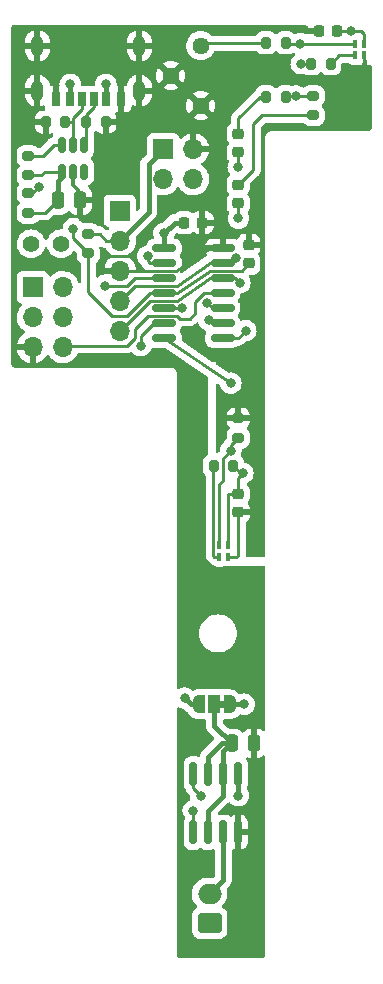
<source format=gtl>
G04 #@! TF.GenerationSoftware,KiCad,Pcbnew,(6.0.10-0)*
G04 #@! TF.CreationDate,2023-11-26T23:42:56+09:00*
G04 #@! TF.ProjectId,AutoFeeder_Drum-type,4175746f-4665-4656-9465-725f4472756d,01*
G04 #@! TF.SameCoordinates,Original*
G04 #@! TF.FileFunction,Copper,L1,Top*
G04 #@! TF.FilePolarity,Positive*
%FSLAX46Y46*%
G04 Gerber Fmt 4.6, Leading zero omitted, Abs format (unit mm)*
G04 Created by KiCad (PCBNEW (6.0.10-0)) date 2023-11-26 23:42:56*
%MOMM*%
%LPD*%
G01*
G04 APERTURE LIST*
G04 Aperture macros list*
%AMRoundRect*
0 Rectangle with rounded corners*
0 $1 Rounding radius*
0 $2 $3 $4 $5 $6 $7 $8 $9 X,Y pos of 4 corners*
0 Add a 4 corners polygon primitive as box body*
4,1,4,$2,$3,$4,$5,$6,$7,$8,$9,$2,$3,0*
0 Add four circle primitives for the rounded corners*
1,1,$1+$1,$2,$3*
1,1,$1+$1,$4,$5*
1,1,$1+$1,$6,$7*
1,1,$1+$1,$8,$9*
0 Add four rect primitives between the rounded corners*
20,1,$1+$1,$2,$3,$4,$5,0*
20,1,$1+$1,$4,$5,$6,$7,0*
20,1,$1+$1,$6,$7,$8,$9,0*
20,1,$1+$1,$8,$9,$2,$3,0*%
%AMFreePoly0*
4,1,22,0.550000,-0.750000,0.000000,-0.750000,0.000000,-0.745033,-0.079941,-0.743568,-0.215256,-0.701293,-0.333266,-0.622738,-0.424486,-0.514219,-0.481581,-0.384460,-0.499164,-0.250000,-0.500000,-0.250000,-0.500000,0.250000,-0.499164,0.250000,-0.499963,0.256109,-0.478152,0.396186,-0.417904,0.524511,-0.324060,0.630769,-0.204165,0.706417,-0.067858,0.745374,0.000000,0.744959,0.000000,0.750000,
0.550000,0.750000,0.550000,-0.750000,0.550000,-0.750000,$1*%
%AMFreePoly1*
4,1,20,0.000000,0.744959,0.073905,0.744508,0.209726,0.703889,0.328688,0.626782,0.421226,0.519385,0.479903,0.390333,0.500000,0.250000,0.500000,-0.250000,0.499851,-0.262216,0.476331,-0.402017,0.414519,-0.529596,0.319384,-0.634700,0.198574,-0.708877,0.061801,-0.746166,0.000000,-0.745033,0.000000,-0.750000,-0.550000,-0.750000,-0.550000,0.750000,0.000000,0.750000,0.000000,0.744959,
0.000000,0.744959,$1*%
G04 Aperture macros list end*
G04 #@! TA.AperFunction,SMDPad,CuDef*
%ADD10FreePoly0,180.000000*%
G04 #@! TD*
G04 #@! TA.AperFunction,SMDPad,CuDef*
%ADD11R,1.000000X1.500000*%
G04 #@! TD*
G04 #@! TA.AperFunction,SMDPad,CuDef*
%ADD12FreePoly1,180.000000*%
G04 #@! TD*
G04 #@! TA.AperFunction,SMDPad,CuDef*
%ADD13RoundRect,0.225000X-0.250000X0.225000X-0.250000X-0.225000X0.250000X-0.225000X0.250000X0.225000X0*%
G04 #@! TD*
G04 #@! TA.AperFunction,SMDPad,CuDef*
%ADD14RoundRect,0.225000X0.225000X0.250000X-0.225000X0.250000X-0.225000X-0.250000X0.225000X-0.250000X0*%
G04 #@! TD*
G04 #@! TA.AperFunction,SMDPad,CuDef*
%ADD15RoundRect,0.200000X-0.200000X-0.275000X0.200000X-0.275000X0.200000X0.275000X-0.200000X0.275000X0*%
G04 #@! TD*
G04 #@! TA.AperFunction,SMDPad,CuDef*
%ADD16RoundRect,0.250000X-0.250000X-0.475000X0.250000X-0.475000X0.250000X0.475000X-0.250000X0.475000X0*%
G04 #@! TD*
G04 #@! TA.AperFunction,SMDPad,CuDef*
%ADD17RoundRect,0.200000X-0.275000X0.200000X-0.275000X-0.200000X0.275000X-0.200000X0.275000X0.200000X0*%
G04 #@! TD*
G04 #@! TA.AperFunction,SMDPad,CuDef*
%ADD18R,0.400000X0.650000*%
G04 #@! TD*
G04 #@! TA.AperFunction,SMDPad,CuDef*
%ADD19RoundRect,0.200000X0.275000X-0.200000X0.275000X0.200000X-0.275000X0.200000X-0.275000X-0.200000X0*%
G04 #@! TD*
G04 #@! TA.AperFunction,ComponentPad*
%ADD20R,1.700000X1.700000*%
G04 #@! TD*
G04 #@! TA.AperFunction,ComponentPad*
%ADD21O,1.700000X1.700000*%
G04 #@! TD*
G04 #@! TA.AperFunction,SMDPad,CuDef*
%ADD22RoundRect,0.200000X0.200000X0.275000X-0.200000X0.275000X-0.200000X-0.275000X0.200000X-0.275000X0*%
G04 #@! TD*
G04 #@! TA.AperFunction,ComponentPad*
%ADD23C,1.440000*%
G04 #@! TD*
G04 #@! TA.AperFunction,SMDPad,CuDef*
%ADD24RoundRect,0.150000X-0.150000X0.825000X-0.150000X-0.825000X0.150000X-0.825000X0.150000X0.825000X0*%
G04 #@! TD*
G04 #@! TA.AperFunction,ComponentPad*
%ADD25C,1.400000*%
G04 #@! TD*
G04 #@! TA.AperFunction,SMDPad,CuDef*
%ADD26RoundRect,0.150000X0.150000X-0.512500X0.150000X0.512500X-0.150000X0.512500X-0.150000X-0.512500X0*%
G04 #@! TD*
G04 #@! TA.AperFunction,SMDPad,CuDef*
%ADD27R,0.700000X1.200000*%
G04 #@! TD*
G04 #@! TA.AperFunction,SMDPad,CuDef*
%ADD28R,0.760000X1.200000*%
G04 #@! TD*
G04 #@! TA.AperFunction,SMDPad,CuDef*
%ADD29R,0.800000X1.200000*%
G04 #@! TD*
G04 #@! TA.AperFunction,ComponentPad*
%ADD30O,1.100000X1.700000*%
G04 #@! TD*
G04 #@! TA.AperFunction,SMDPad,CuDef*
%ADD31RoundRect,0.150000X-0.825000X-0.150000X0.825000X-0.150000X0.825000X0.150000X-0.825000X0.150000X0*%
G04 #@! TD*
G04 #@! TA.AperFunction,ComponentPad*
%ADD32RoundRect,0.250000X0.750000X-0.600000X0.750000X0.600000X-0.750000X0.600000X-0.750000X-0.600000X0*%
G04 #@! TD*
G04 #@! TA.AperFunction,ComponentPad*
%ADD33O,2.000000X1.700000*%
G04 #@! TD*
G04 #@! TA.AperFunction,SMDPad,CuDef*
%ADD34RoundRect,0.218750X0.256250X-0.218750X0.256250X0.218750X-0.256250X0.218750X-0.256250X-0.218750X0*%
G04 #@! TD*
G04 #@! TA.AperFunction,SMDPad,CuDef*
%ADD35RoundRect,0.225000X0.250000X-0.225000X0.250000X0.225000X-0.250000X0.225000X-0.250000X-0.225000X0*%
G04 #@! TD*
G04 #@! TA.AperFunction,ViaPad*
%ADD36C,0.800000*%
G04 #@! TD*
G04 #@! TA.AperFunction,Conductor*
%ADD37C,0.400000*%
G04 #@! TD*
G04 #@! TA.AperFunction,Conductor*
%ADD38C,0.250000*%
G04 #@! TD*
G04 #@! TA.AperFunction,Conductor*
%ADD39C,0.350000*%
G04 #@! TD*
G04 APERTURE END LIST*
G36*
X155078000Y-118283000D02*
G01*
X154578000Y-118283000D01*
X154578000Y-117683000D01*
X155078000Y-117683000D01*
X155078000Y-118283000D01*
G37*
D10*
X155478000Y-117983000D03*
D11*
X154178000Y-117983000D03*
D12*
X152878000Y-117983000D03*
D13*
X156210000Y-100190000D03*
X156210000Y-101740000D03*
D14*
X153175000Y-77216000D03*
X151625000Y-77216000D03*
D15*
X162370000Y-63754000D03*
X164020000Y-63754000D03*
D16*
X140909000Y-75311000D03*
X142809000Y-75311000D03*
D17*
X162560000Y-66485000D03*
X162560000Y-68135000D03*
X138430000Y-74740000D03*
X138430000Y-76390000D03*
D18*
X154620000Y-105500000D03*
X155380000Y-105500000D03*
X155380000Y-104500000D03*
X154620000Y-104500000D03*
D19*
X156210000Y-95440000D03*
X156210000Y-93790000D03*
D20*
X138811000Y-82677000D03*
D21*
X141351000Y-82677000D03*
X138811000Y-85217000D03*
X141351000Y-85217000D03*
X138811000Y-87757000D03*
X141351000Y-87757000D03*
D22*
X155765000Y-97790000D03*
X154115000Y-97790000D03*
X160210000Y-66548000D03*
X158560000Y-66548000D03*
D20*
X149860000Y-70993000D03*
D21*
X152400000Y-70993000D03*
X149860000Y-73533000D03*
X152400000Y-73533000D03*
D23*
X153035000Y-62230000D03*
X150495000Y-64770000D03*
X153035000Y-67310000D03*
D24*
X156210000Y-123890000D03*
X154940000Y-123890000D03*
X153670000Y-123890000D03*
X152400000Y-123890000D03*
X152400000Y-128840000D03*
X153670000Y-128840000D03*
X154940000Y-128840000D03*
X156210000Y-128840000D03*
D18*
X166120000Y-63050000D03*
X166880000Y-63050000D03*
X166880000Y-62050000D03*
X166120000Y-62050000D03*
D25*
X141204000Y-78994000D03*
X138664000Y-78994000D03*
D20*
X146177000Y-76200000D03*
D21*
X146177000Y-78740000D03*
X146177000Y-81280000D03*
X146177000Y-83820000D03*
X146177000Y-86360000D03*
D26*
X141290000Y-72892500D03*
X142240000Y-72892500D03*
X143190000Y-72892500D03*
X143190000Y-70617500D03*
X142240000Y-70617500D03*
X141290000Y-70617500D03*
D19*
X138430000Y-73215000D03*
X138430000Y-71565000D03*
D27*
X144010000Y-66780000D03*
D28*
X141990000Y-66780000D03*
D29*
X140760000Y-66780000D03*
D27*
X143010000Y-66780000D03*
D28*
X145030000Y-66780000D03*
D29*
X146260000Y-66780000D03*
D30*
X139190000Y-66030000D03*
X139190000Y-62230000D03*
X147830000Y-62230000D03*
X147830000Y-66030000D03*
D16*
X155641000Y-121285000D03*
X157541000Y-121285000D03*
D31*
X149925000Y-79375000D03*
X149925000Y-80645000D03*
X149925000Y-81915000D03*
X149925000Y-83185000D03*
X149925000Y-84455000D03*
X149925000Y-85725000D03*
X149925000Y-86995000D03*
X154875000Y-86995000D03*
X154875000Y-85725000D03*
X154875000Y-84455000D03*
X154875000Y-83185000D03*
X154875000Y-81915000D03*
X154875000Y-80645000D03*
X154875000Y-79375000D03*
D32*
X153780000Y-136525000D03*
D33*
X153780000Y-134025000D03*
D34*
X156210000Y-71272500D03*
X156210000Y-69697500D03*
X156210000Y-75590500D03*
X156210000Y-74015500D03*
D19*
X143510000Y-79819000D03*
X143510000Y-78169000D03*
D35*
X157099000Y-80658000D03*
X157099000Y-79108000D03*
D14*
X164605000Y-60960000D03*
X163055000Y-60960000D03*
D22*
X141541000Y-68707000D03*
X139891000Y-68707000D03*
X160210000Y-61976000D03*
X158560000Y-61976000D03*
D15*
X143320000Y-68707000D03*
X144970000Y-68707000D03*
D36*
X156718000Y-117983000D03*
X165735000Y-60960000D03*
X156591000Y-98425000D03*
X161099000Y-66485000D03*
X145000000Y-65500000D03*
X161544000Y-63754000D03*
X141986000Y-65500000D03*
X139319000Y-74168000D03*
X142240000Y-77724000D03*
X156210000Y-72517000D03*
X155989232Y-80216445D03*
X156845000Y-86360000D03*
X161470000Y-62050000D03*
X151473500Y-84455000D03*
X153035000Y-125730000D03*
X147955000Y-87630000D03*
X152400000Y-127000000D03*
X153580202Y-84036798D03*
X153697836Y-85443164D03*
X155575000Y-96520000D03*
X155575000Y-90805000D03*
X148556879Y-80041498D03*
X144907000Y-82550000D03*
X156228750Y-76835000D03*
X156337000Y-82296000D03*
X149925000Y-78105000D03*
X156210000Y-125730000D03*
X151676000Y-117475000D03*
D37*
X153670000Y-123890000D02*
X153670000Y-122428000D01*
X153670000Y-122428000D02*
X154813000Y-121285000D01*
X154813000Y-121285000D02*
X155641000Y-121285000D01*
X154178000Y-117983000D02*
X154178000Y-119822000D01*
X154178000Y-119822000D02*
X155641000Y-121285000D01*
X156718000Y-117983000D02*
X155478000Y-117983000D01*
X151676000Y-117475000D02*
X152184000Y-117983000D01*
X152184000Y-117983000D02*
X152878000Y-117983000D01*
D38*
X139832500Y-72892500D02*
X141290000Y-72892500D01*
X138430000Y-76390000D02*
X139830000Y-76390000D01*
X138430000Y-73215000D02*
X139510000Y-73215000D01*
X139830000Y-76390000D02*
X140909000Y-75311000D01*
D37*
X140909000Y-75311000D02*
X140909000Y-73721000D01*
X140909000Y-73721000D02*
X141290000Y-73340000D01*
D38*
X139510000Y-73215000D02*
X139832500Y-72892500D01*
D37*
X141290000Y-73340000D02*
X141290000Y-72892500D01*
D38*
X144780000Y-81280000D02*
X144780000Y-80010000D01*
X150936751Y-81280000D02*
X153797000Y-79375000D01*
X166880000Y-63050000D02*
X166880000Y-64260000D01*
X166880000Y-64260000D02*
X166370000Y-64770000D01*
X144780000Y-80010000D02*
X147320000Y-80010000D01*
X156067500Y-105500000D02*
X156210000Y-105357500D01*
D39*
X142809000Y-75311000D02*
X142621000Y-75123000D01*
X142621000Y-75123000D02*
X142621000Y-74422000D01*
X142240000Y-74041000D02*
X142240000Y-72892500D01*
D38*
X146177000Y-81280000D02*
X144780000Y-81280000D01*
X155575000Y-64770000D02*
X153035000Y-67310000D01*
X166370000Y-64770000D02*
X155575000Y-64770000D01*
X155380000Y-105500000D02*
X156067500Y-105500000D01*
D39*
X142621000Y-74422000D02*
X142240000Y-74041000D01*
D38*
X153797000Y-79375000D02*
X154875000Y-79375000D01*
X156210000Y-105357500D02*
X156210000Y-101740000D01*
X146177000Y-81280000D02*
X150936751Y-81280000D01*
D37*
X141990000Y-65504000D02*
X141990000Y-66780000D01*
D38*
X161544000Y-63754000D02*
X162370000Y-63754000D01*
X161099000Y-66485000D02*
X160273000Y-66485000D01*
X156400000Y-98425000D02*
X155765000Y-97790000D01*
X165735000Y-60960000D02*
X166605000Y-60960000D01*
X166605000Y-60960000D02*
X166880000Y-61235000D01*
X166880000Y-61235000D02*
X166880000Y-62050000D01*
X160273000Y-66485000D02*
X160210000Y-66548000D01*
X156591000Y-98425000D02*
X156400000Y-98425000D01*
D37*
X145000000Y-65500000D02*
X145030000Y-65530000D01*
D38*
X156210000Y-100190000D02*
X155380000Y-100190000D01*
X155380000Y-100190000D02*
X155380000Y-104500000D01*
X156591000Y-98425000D02*
X156210000Y-98806000D01*
D37*
X145030000Y-65530000D02*
X145030000Y-66780000D01*
D38*
X165735000Y-60960000D02*
X164605000Y-60960000D01*
X156210000Y-98806000D02*
X156210000Y-100190000D01*
X138747000Y-74740000D02*
X138430000Y-74740000D01*
X139319000Y-74168000D02*
X138747000Y-74740000D01*
X161099000Y-66485000D02*
X162560000Y-66485000D01*
D37*
X141986000Y-65500000D02*
X141990000Y-65504000D01*
D38*
X142240000Y-77724000D02*
X142240000Y-78549000D01*
X142240000Y-78549000D02*
X143510000Y-79819000D01*
X146810604Y-85090000D02*
X148715604Y-83185000D01*
X143510000Y-83058000D02*
X145542000Y-85090000D01*
X151003000Y-83185000D02*
X153797000Y-81270000D01*
X156487000Y-81270000D02*
X157099000Y-80658000D01*
X148715604Y-83185000D02*
X149925000Y-83185000D01*
X149925000Y-83185000D02*
X151003000Y-83185000D01*
X145542000Y-85090000D02*
X146810604Y-85090000D01*
X143510000Y-79819000D02*
X143510000Y-83058000D01*
X153797000Y-81270000D02*
X156487000Y-81270000D01*
X144010000Y-66780000D02*
X144010000Y-67445000D01*
X143320000Y-70487500D02*
X143190000Y-70617500D01*
X143320000Y-68135000D02*
X143320000Y-68707000D01*
X143320000Y-68707000D02*
X143320000Y-70487500D01*
X144010000Y-67445000D02*
X143320000Y-68135000D01*
X142240000Y-68326000D02*
X143010000Y-67556000D01*
X143010000Y-67556000D02*
X143010000Y-66780000D01*
X142240000Y-68707000D02*
X142240000Y-68326000D01*
X141541000Y-68707000D02*
X142240000Y-68707000D01*
X142240000Y-69596000D02*
X142240000Y-68707000D01*
X142240000Y-70617500D02*
X142240000Y-69596000D01*
X154875000Y-80645000D02*
X153797000Y-80645000D01*
X155560677Y-80645000D02*
X154875000Y-80645000D01*
X156210000Y-72517000D02*
X156210000Y-71272500D01*
X153797000Y-80645000D02*
X151003000Y-82550000D01*
X151003000Y-82550000D02*
X147447000Y-82550000D01*
X155989232Y-80216445D02*
X155560677Y-80645000D01*
X147447000Y-82550000D02*
X146177000Y-83820000D01*
X158560000Y-66548000D02*
X158052000Y-66548000D01*
X156210000Y-68390000D02*
X156210000Y-69697500D01*
X158052000Y-66548000D02*
X156210000Y-68390000D01*
X141290000Y-70617500D02*
X140583500Y-70617500D01*
X140583500Y-70617500D02*
X139636000Y-71565000D01*
X139636000Y-71565000D02*
X138430000Y-71565000D01*
X164724000Y-63050000D02*
X164020000Y-63754000D01*
X166120000Y-63050000D02*
X164724000Y-63050000D01*
X154875000Y-86995000D02*
X156210000Y-86995000D01*
X160284000Y-62050000D02*
X160210000Y-61976000D01*
X161470000Y-62050000D02*
X166120000Y-62050000D01*
X161470000Y-62050000D02*
X160284000Y-62050000D01*
X156210000Y-86995000D02*
X156845000Y-86360000D01*
X152400000Y-125095000D02*
X153035000Y-125730000D01*
X151473500Y-84455000D02*
X149925000Y-84455000D01*
X152400000Y-123890000D02*
X152400000Y-125095000D01*
X147955000Y-87630000D02*
X147955000Y-86839124D01*
X147955000Y-86839124D02*
X149069124Y-85725000D01*
X152400000Y-127000000D02*
X152400000Y-128840000D01*
X149069124Y-85725000D02*
X149925000Y-85725000D01*
X153580202Y-84036798D02*
X154051000Y-84455000D01*
X154051000Y-84455000D02*
X154875000Y-84455000D01*
X154137896Y-85725000D02*
X154875000Y-85725000D01*
X153697836Y-85443164D02*
X154137896Y-85725000D01*
X154095000Y-97810000D02*
X154115000Y-97790000D01*
X154095000Y-105410000D02*
X154095000Y-97810000D01*
X154620000Y-105500000D02*
X154185000Y-105500000D01*
X154185000Y-105500000D02*
X154095000Y-105410000D01*
X154940000Y-99060000D02*
X154620000Y-99380000D01*
X155575000Y-96075000D02*
X156210000Y-95440000D01*
X154940000Y-97155000D02*
X154940000Y-99060000D01*
X149925000Y-86995000D02*
X155575000Y-90805000D01*
X155575000Y-96520000D02*
X155575000Y-96075000D01*
X154620000Y-99380000D02*
X154620000Y-104500000D01*
X155575000Y-96520000D02*
X154940000Y-97155000D01*
X148717000Y-80645000D02*
X149925000Y-80645000D01*
X148556879Y-80041498D02*
X148556879Y-80484879D01*
X148556879Y-80484879D02*
X148717000Y-80645000D01*
X144907000Y-82550000D02*
X146810604Y-82550000D01*
X147445604Y-81915000D02*
X149925000Y-81915000D01*
X146810604Y-82550000D02*
X147445604Y-81915000D01*
X151257000Y-85344000D02*
X151013000Y-85100000D01*
X147447000Y-86233000D02*
X147447000Y-86995000D01*
X152527000Y-84899500D02*
X152082500Y-85344000D01*
X146812000Y-87630000D02*
X141478000Y-87630000D01*
X148580000Y-85100000D02*
X147447000Y-86233000D01*
X152527000Y-83947000D02*
X152527000Y-84899500D01*
X154875000Y-83185000D02*
X153289000Y-83185000D01*
X141478000Y-87630000D02*
X141351000Y-87757000D01*
X147447000Y-86995000D02*
X146812000Y-87630000D01*
X152082500Y-85344000D02*
X151257000Y-85344000D01*
X153289000Y-83185000D02*
X152527000Y-83947000D01*
X151013000Y-85100000D02*
X148580000Y-85100000D01*
X156210000Y-76816250D02*
X156210000Y-75590500D01*
X148717000Y-83820000D02*
X146177000Y-86360000D01*
X154875000Y-81915000D02*
X153797000Y-81915000D01*
X156337000Y-82296000D02*
X155956000Y-81915000D01*
X153797000Y-81915000D02*
X151003000Y-83820000D01*
X155956000Y-81915000D02*
X154875000Y-81915000D01*
X156228750Y-76835000D02*
X156210000Y-76816250D01*
X151003000Y-83820000D02*
X148717000Y-83820000D01*
X162560000Y-68135000D02*
X158242500Y-68135000D01*
X157480000Y-68897500D02*
X157480000Y-72745500D01*
X157480000Y-72745500D02*
X156210000Y-74015500D01*
X158242500Y-68135000D02*
X157480000Y-68897500D01*
D37*
X146177000Y-78740000D02*
X148610000Y-76307000D01*
D38*
X144463000Y-78169000D02*
X145034000Y-78740000D01*
D37*
X148610000Y-72243000D02*
X149860000Y-70993000D01*
D38*
X145034000Y-78740000D02*
X146177000Y-78740000D01*
D37*
X148610000Y-76307000D02*
X148610000Y-72243000D01*
X149925000Y-78105000D02*
X149925000Y-79375000D01*
X149925000Y-78105000D02*
X150814000Y-77216000D01*
D38*
X143510000Y-78169000D02*
X144463000Y-78169000D01*
D37*
X150814000Y-77216000D02*
X151625000Y-77216000D01*
X156210000Y-123890000D02*
X156210000Y-125730000D01*
X154940000Y-128840000D02*
X154940000Y-132865000D01*
X154940000Y-132865000D02*
X153780000Y-134025000D01*
D38*
X158560000Y-61976000D02*
X158496000Y-62040000D01*
X153225000Y-62040000D02*
X153035000Y-62230000D01*
X158496000Y-62040000D02*
X153225000Y-62040000D01*
D37*
X154940000Y-123890000D02*
X154940000Y-121986000D01*
X154940000Y-125730000D02*
X153670000Y-127000000D01*
X153670000Y-127000000D02*
X153670000Y-128840000D01*
X154940000Y-123890000D02*
X154940000Y-125730000D01*
X154940000Y-121986000D02*
X155641000Y-121285000D01*
G04 #@! TA.AperFunction,Conductor*
G36*
X162041207Y-60528502D02*
G01*
X162087700Y-60582158D01*
X162098430Y-60647345D01*
X162097327Y-60658104D01*
X162097000Y-60664514D01*
X162097000Y-60687885D01*
X162101475Y-60703124D01*
X162102865Y-60704329D01*
X162110548Y-60706000D01*
X163183000Y-60706000D01*
X163251121Y-60726002D01*
X163297614Y-60779658D01*
X163309000Y-60832000D01*
X163309000Y-61088000D01*
X163288998Y-61156121D01*
X163235342Y-61202614D01*
X163183000Y-61214000D01*
X162115115Y-61214000D01*
X162099876Y-61218475D01*
X162086477Y-61233938D01*
X162026750Y-61272322D01*
X161955754Y-61272322D01*
X161930171Y-61261366D01*
X161926752Y-61258882D01*
X161877636Y-61237014D01*
X161758319Y-61183891D01*
X161758318Y-61183891D01*
X161752288Y-61181206D01*
X161658887Y-61161353D01*
X161571944Y-61142872D01*
X161571939Y-61142872D01*
X161565487Y-61141500D01*
X161374513Y-61141500D01*
X161368061Y-61142872D01*
X161368056Y-61142872D01*
X161281113Y-61161353D01*
X161187712Y-61181206D01*
X161062364Y-61237014D01*
X160991999Y-61246448D01*
X160927702Y-61216342D01*
X160922022Y-61211002D01*
X160850381Y-61139361D01*
X160703699Y-61050528D01*
X160696452Y-61048257D01*
X160696450Y-61048256D01*
X160592059Y-61015542D01*
X160540062Y-60999247D01*
X160466635Y-60992500D01*
X160463737Y-60992500D01*
X160209335Y-60992501D01*
X159953366Y-60992501D01*
X159950508Y-60992764D01*
X159950499Y-60992764D01*
X159914996Y-60996026D01*
X159879938Y-60999247D01*
X159873560Y-61001246D01*
X159873559Y-61001246D01*
X159723550Y-61048256D01*
X159723548Y-61048257D01*
X159716301Y-61050528D01*
X159569619Y-61139361D01*
X159474095Y-61234885D01*
X159411783Y-61268911D01*
X159340968Y-61263846D01*
X159295905Y-61234885D01*
X159200381Y-61139361D01*
X159053699Y-61050528D01*
X159046452Y-61048257D01*
X159046450Y-61048256D01*
X158942059Y-61015542D01*
X158890062Y-60999247D01*
X158816635Y-60992500D01*
X158813737Y-60992500D01*
X158559335Y-60992501D01*
X158303366Y-60992501D01*
X158300508Y-60992764D01*
X158300499Y-60992764D01*
X158264996Y-60996026D01*
X158229938Y-60999247D01*
X158223560Y-61001246D01*
X158223559Y-61001246D01*
X158073550Y-61048256D01*
X158073548Y-61048257D01*
X158066301Y-61050528D01*
X157919619Y-61139361D01*
X157798361Y-61260619D01*
X157759580Y-61324656D01*
X157746792Y-61345771D01*
X157694395Y-61393677D01*
X157639016Y-61406500D01*
X154001052Y-61406500D01*
X153932931Y-61386498D01*
X153911957Y-61369595D01*
X153827681Y-61285319D01*
X153651597Y-61162024D01*
X153646619Y-61159703D01*
X153646616Y-61159701D01*
X153461759Y-61073501D01*
X153461758Y-61073500D01*
X153456777Y-61071178D01*
X153451469Y-61069756D01*
X153451467Y-61069755D01*
X153254457Y-61016966D01*
X153254455Y-61016966D01*
X153249142Y-61015542D01*
X153035000Y-60996807D01*
X152820858Y-61015542D01*
X152815545Y-61016966D01*
X152815543Y-61016966D01*
X152618533Y-61069755D01*
X152618531Y-61069756D01*
X152613223Y-61071178D01*
X152608243Y-61073500D01*
X152608241Y-61073501D01*
X152423385Y-61159701D01*
X152423382Y-61159703D01*
X152418404Y-61162024D01*
X152242319Y-61285319D01*
X152090319Y-61437319D01*
X151967024Y-61613404D01*
X151964703Y-61618382D01*
X151964701Y-61618385D01*
X151912822Y-61729639D01*
X151876178Y-61808223D01*
X151874756Y-61813531D01*
X151874755Y-61813533D01*
X151831670Y-61974329D01*
X151820542Y-62015858D01*
X151801807Y-62230000D01*
X151820542Y-62444142D01*
X151821966Y-62449455D01*
X151821966Y-62449457D01*
X151856711Y-62579124D01*
X151876178Y-62651777D01*
X151878500Y-62656757D01*
X151878501Y-62656759D01*
X151964470Y-62841118D01*
X151967024Y-62846596D01*
X152090319Y-63022681D01*
X152242319Y-63174681D01*
X152418403Y-63297976D01*
X152423381Y-63300297D01*
X152423384Y-63300299D01*
X152587272Y-63376721D01*
X152613223Y-63388822D01*
X152618531Y-63390244D01*
X152618533Y-63390245D01*
X152815543Y-63443034D01*
X152815545Y-63443034D01*
X152820858Y-63444458D01*
X153035000Y-63463193D01*
X153249142Y-63444458D01*
X153254455Y-63443034D01*
X153254457Y-63443034D01*
X153451467Y-63390245D01*
X153451469Y-63390244D01*
X153456777Y-63388822D01*
X153482728Y-63376721D01*
X153646616Y-63300299D01*
X153646619Y-63300297D01*
X153651597Y-63297976D01*
X153827681Y-63174681D01*
X153979681Y-63022681D01*
X154102976Y-62846596D01*
X154105531Y-62841118D01*
X154138460Y-62770500D01*
X154149768Y-62746250D01*
X154196685Y-62692965D01*
X154263963Y-62673500D01*
X157728290Y-62673500D01*
X157796411Y-62693502D01*
X157817385Y-62710405D01*
X157919619Y-62812639D01*
X158066301Y-62901472D01*
X158073548Y-62903743D01*
X158073550Y-62903744D01*
X158120551Y-62918473D01*
X158229938Y-62952753D01*
X158303365Y-62959500D01*
X158306263Y-62959500D01*
X158560665Y-62959499D01*
X158816634Y-62959499D01*
X158819492Y-62959236D01*
X158819501Y-62959236D01*
X158855004Y-62955974D01*
X158890062Y-62952753D01*
X158985843Y-62922737D01*
X159046450Y-62903744D01*
X159046452Y-62903743D01*
X159053699Y-62901472D01*
X159200381Y-62812639D01*
X159295905Y-62717115D01*
X159358217Y-62683089D01*
X159429032Y-62688154D01*
X159474095Y-62717115D01*
X159569619Y-62812639D01*
X159716301Y-62901472D01*
X159723548Y-62903743D01*
X159723550Y-62903744D01*
X159770551Y-62918473D01*
X159879938Y-62952753D01*
X159953365Y-62959500D01*
X159956263Y-62959500D01*
X160210665Y-62959499D01*
X160466634Y-62959499D01*
X160469492Y-62959236D01*
X160469501Y-62959236D01*
X160505004Y-62955974D01*
X160540062Y-62952753D01*
X160635843Y-62922737D01*
X160696450Y-62903744D01*
X160696452Y-62903743D01*
X160703699Y-62901472D01*
X160846223Y-62815157D01*
X160914853Y-62796978D01*
X160985561Y-62821002D01*
X160993748Y-62826951D01*
X161037099Y-62883176D01*
X161043170Y-62953912D01*
X161010034Y-63016702D01*
X160993746Y-63030816D01*
X160932747Y-63075134D01*
X160928326Y-63080044D01*
X160928325Y-63080045D01*
X160843115Y-63174681D01*
X160804960Y-63217056D01*
X160709473Y-63382444D01*
X160650458Y-63564072D01*
X160649768Y-63570633D01*
X160649768Y-63570635D01*
X160631822Y-63741380D01*
X160630496Y-63754000D01*
X160631186Y-63760565D01*
X160647745Y-63918111D01*
X160650458Y-63943928D01*
X160709473Y-64125556D01*
X160712776Y-64131278D01*
X160712777Y-64131279D01*
X160746686Y-64190010D01*
X160804960Y-64290944D01*
X160932747Y-64432866D01*
X161087248Y-64545118D01*
X161093276Y-64547802D01*
X161093278Y-64547803D01*
X161198333Y-64594576D01*
X161261712Y-64622794D01*
X161342763Y-64640022D01*
X161442056Y-64661128D01*
X161442061Y-64661128D01*
X161448513Y-64662500D01*
X161639487Y-64662500D01*
X161645940Y-64661128D01*
X161645944Y-64661128D01*
X161745238Y-64640022D01*
X161816029Y-64645424D01*
X161836704Y-64655491D01*
X161876301Y-64679472D01*
X161883548Y-64681743D01*
X161883550Y-64681744D01*
X161949836Y-64702517D01*
X162039938Y-64730753D01*
X162113365Y-64737500D01*
X162116263Y-64737500D01*
X162370665Y-64737499D01*
X162626634Y-64737499D01*
X162629492Y-64737236D01*
X162629501Y-64737236D01*
X162665004Y-64733974D01*
X162700062Y-64730753D01*
X162734525Y-64719953D01*
X162856450Y-64681744D01*
X162856452Y-64681743D01*
X162863699Y-64679472D01*
X163010381Y-64590639D01*
X163105905Y-64495115D01*
X163168217Y-64461089D01*
X163239032Y-64466154D01*
X163284095Y-64495115D01*
X163379619Y-64590639D01*
X163526301Y-64679472D01*
X163533548Y-64681743D01*
X163533550Y-64681744D01*
X163599836Y-64702517D01*
X163689938Y-64730753D01*
X163763365Y-64737500D01*
X163766263Y-64737500D01*
X164020665Y-64737499D01*
X164276634Y-64737499D01*
X164279492Y-64737236D01*
X164279501Y-64737236D01*
X164315004Y-64733974D01*
X164350062Y-64730753D01*
X164384525Y-64719953D01*
X164506450Y-64681744D01*
X164506452Y-64681743D01*
X164513699Y-64679472D01*
X164660381Y-64590639D01*
X164781639Y-64469381D01*
X164870472Y-64322699D01*
X164878886Y-64295852D01*
X164919752Y-64165446D01*
X164921753Y-64159062D01*
X164928500Y-64085635D01*
X164928499Y-63809499D01*
X164948501Y-63741380D01*
X165002156Y-63694887D01*
X165054499Y-63683500D01*
X165452671Y-63683500D01*
X165520792Y-63703502D01*
X165544332Y-63725407D01*
X165545008Y-63724731D01*
X165551358Y-63731081D01*
X165556739Y-63738261D01*
X165673295Y-63825615D01*
X165809684Y-63876745D01*
X165871866Y-63883500D01*
X166368134Y-63883500D01*
X166372746Y-63882999D01*
X166422466Y-63877598D01*
X166422468Y-63877598D01*
X166430316Y-63876745D01*
X166449770Y-63869452D01*
X166456485Y-63866935D01*
X166527292Y-63861753D01*
X166544939Y-63866935D01*
X166562399Y-63873480D01*
X166577643Y-63877105D01*
X166628514Y-63882631D01*
X166635328Y-63883000D01*
X166661885Y-63883000D01*
X166677124Y-63878525D01*
X166678329Y-63877135D01*
X166680000Y-63869452D01*
X166680000Y-63784588D01*
X166700002Y-63716467D01*
X166705174Y-63709023D01*
X166765229Y-63628892D01*
X166765230Y-63628890D01*
X166770615Y-63621705D01*
X166821745Y-63485316D01*
X166828500Y-63423134D01*
X166829019Y-63423190D01*
X166851841Y-63358613D01*
X166907933Y-63315089D01*
X166978650Y-63308801D01*
X167041541Y-63341743D01*
X167076639Y-63403458D01*
X167080000Y-63432366D01*
X167080000Y-63864884D01*
X167084475Y-63880123D01*
X167085865Y-63881328D01*
X167093548Y-63882999D01*
X167124669Y-63882999D01*
X167131490Y-63882629D01*
X167182352Y-63877105D01*
X167197603Y-63873479D01*
X167321270Y-63827118D01*
X167392077Y-63821935D01*
X167454446Y-63855856D01*
X167488576Y-63918111D01*
X167491500Y-63945100D01*
X167491500Y-69237183D01*
X167471498Y-69305304D01*
X167454595Y-69326278D01*
X167326278Y-69454595D01*
X167263966Y-69488621D01*
X167237183Y-69491500D01*
X159008623Y-69491500D01*
X159007853Y-69491498D01*
X159007037Y-69491493D01*
X158930279Y-69491024D01*
X158907918Y-69497415D01*
X158901847Y-69499150D01*
X158885085Y-69502728D01*
X158855813Y-69506920D01*
X158847645Y-69510634D01*
X158847644Y-69510634D01*
X158832438Y-69517548D01*
X158814914Y-69523996D01*
X158790229Y-69531051D01*
X158782635Y-69535843D01*
X158782632Y-69535844D01*
X158765220Y-69546830D01*
X158750137Y-69554969D01*
X158723218Y-69567208D01*
X158707738Y-69580547D01*
X158703765Y-69583970D01*
X158688761Y-69595073D01*
X158667042Y-69608776D01*
X158661103Y-69615501D01*
X158661099Y-69615504D01*
X158647468Y-69630938D01*
X158635276Y-69642982D01*
X158619673Y-69656427D01*
X158619671Y-69656430D01*
X158612873Y-69662287D01*
X158607993Y-69669816D01*
X158607992Y-69669817D01*
X158598906Y-69683835D01*
X158587615Y-69698709D01*
X158579398Y-69708014D01*
X158570622Y-69717951D01*
X158562518Y-69735212D01*
X158558058Y-69744711D01*
X158549737Y-69759691D01*
X158538529Y-69776983D01*
X158538527Y-69776988D01*
X158533648Y-69784515D01*
X158531078Y-69793108D01*
X158531076Y-69793113D01*
X158526289Y-69809120D01*
X158519628Y-69826564D01*
X158512663Y-69841399D01*
X158508719Y-69849800D01*
X158505012Y-69873610D01*
X158504170Y-69879015D01*
X158500387Y-69895732D01*
X158494485Y-69915466D01*
X158494484Y-69915472D01*
X158491914Y-69924066D01*
X158491859Y-69933037D01*
X158491859Y-69933038D01*
X158491704Y-69958497D01*
X158491671Y-69959289D01*
X158491500Y-69960386D01*
X158491500Y-69991377D01*
X158491498Y-69992147D01*
X158491142Y-70050490D01*
X158491024Y-70069721D01*
X158491408Y-70071065D01*
X158491500Y-70072410D01*
X158491500Y-105374000D01*
X158471498Y-105442121D01*
X158417842Y-105488614D01*
X158365500Y-105500000D01*
X156971000Y-105500000D01*
X156902879Y-105479998D01*
X156856386Y-105426342D01*
X156845000Y-105374000D01*
X156845000Y-102658982D01*
X156865002Y-102590861D01*
X156904699Y-102551837D01*
X156912172Y-102547212D01*
X156923574Y-102538176D01*
X157033986Y-102427571D01*
X157042998Y-102416160D01*
X157125004Y-102283120D01*
X157131151Y-102269939D01*
X157180491Y-102121186D01*
X157183358Y-102107810D01*
X157192672Y-102016903D01*
X157192929Y-102011874D01*
X157188525Y-101996876D01*
X157187135Y-101995671D01*
X157179452Y-101994000D01*
X156139500Y-101994000D01*
X156071379Y-101973998D01*
X156024886Y-101920342D01*
X156013500Y-101868000D01*
X156013500Y-101612000D01*
X156033502Y-101543879D01*
X156087158Y-101497386D01*
X156139500Y-101486000D01*
X157174885Y-101486000D01*
X157190124Y-101481525D01*
X157191329Y-101480135D01*
X157193000Y-101472452D01*
X157193000Y-101469562D01*
X157192663Y-101463047D01*
X157183106Y-101370943D01*
X157180212Y-101357544D01*
X157130619Y-101208893D01*
X157124445Y-101195714D01*
X157042212Y-101062827D01*
X157028629Y-101045689D01*
X157030559Y-101044159D01*
X157002097Y-100992120D01*
X157007113Y-100921301D01*
X157030799Y-100884383D01*
X157029843Y-100883628D01*
X157034381Y-100877882D01*
X157039552Y-100872702D01*
X157129302Y-100727101D01*
X157183149Y-100564757D01*
X157193500Y-100463732D01*
X157193500Y-99916268D01*
X157182887Y-99813981D01*
X157128756Y-99651732D01*
X157038752Y-99506287D01*
X156970377Y-99438031D01*
X156936298Y-99375750D01*
X156941301Y-99304930D01*
X156983797Y-99248057D01*
X157008146Y-99233753D01*
X157041714Y-99218807D01*
X157041719Y-99218804D01*
X157047752Y-99216118D01*
X157202253Y-99103866D01*
X157213918Y-99090911D01*
X157325621Y-98966852D01*
X157325622Y-98966851D01*
X157330040Y-98961944D01*
X157425527Y-98796556D01*
X157484542Y-98614928D01*
X157504504Y-98425000D01*
X157484542Y-98235072D01*
X157425527Y-98053444D01*
X157330040Y-97888056D01*
X157202253Y-97746134D01*
X157047752Y-97633882D01*
X157041724Y-97631198D01*
X157041722Y-97631197D01*
X156879319Y-97558891D01*
X156879318Y-97558891D01*
X156873288Y-97556206D01*
X156769471Y-97534139D01*
X156706998Y-97500411D01*
X156672676Y-97438261D01*
X156670196Y-97422418D01*
X156667364Y-97391592D01*
X156666753Y-97384938D01*
X156615472Y-97221301D01*
X156526639Y-97074619D01*
X156447951Y-96995931D01*
X156413925Y-96933619D01*
X156417213Y-96867902D01*
X156468542Y-96709928D01*
X156472341Y-96673788D01*
X156487814Y-96526565D01*
X156488504Y-96520000D01*
X156484503Y-96481936D01*
X156497275Y-96412099D01*
X156545776Y-96360252D01*
X156598286Y-96343294D01*
X156615062Y-96341753D01*
X156621441Y-96339754D01*
X156771450Y-96292744D01*
X156771452Y-96292743D01*
X156778699Y-96290472D01*
X156925381Y-96201639D01*
X157046639Y-96080381D01*
X157135472Y-95933699D01*
X157186753Y-95770062D01*
X157193500Y-95696635D01*
X157193499Y-95183366D01*
X157193234Y-95180474D01*
X157187364Y-95116592D01*
X157186753Y-95109938D01*
X157135472Y-94946301D01*
X157046639Y-94799619D01*
X156950761Y-94703741D01*
X156916735Y-94641429D01*
X156921800Y-94570614D01*
X156950761Y-94525551D01*
X157040869Y-94435443D01*
X157050176Y-94423574D01*
X157131079Y-94289988D01*
X157137285Y-94276243D01*
X157184256Y-94126356D01*
X157186869Y-94113306D01*
X157191913Y-94058414D01*
X157188525Y-94046876D01*
X157187135Y-94045671D01*
X157179452Y-94044000D01*
X155245116Y-94044000D01*
X155229877Y-94048475D01*
X155228672Y-94049865D01*
X155227709Y-94054294D01*
X155233132Y-94113315D01*
X155235743Y-94126351D01*
X155282715Y-94276243D01*
X155288921Y-94289988D01*
X155369824Y-94423574D01*
X155379131Y-94435443D01*
X155469239Y-94525551D01*
X155503265Y-94587863D01*
X155498200Y-94658678D01*
X155469239Y-94703741D01*
X155373361Y-94799619D01*
X155284528Y-94946301D01*
X155233247Y-95109938D01*
X155226500Y-95183365D01*
X155226500Y-95186263D01*
X155226501Y-95475403D01*
X155206499Y-95543523D01*
X155189596Y-95564498D01*
X155182742Y-95571352D01*
X155174462Y-95578887D01*
X155167982Y-95583000D01*
X155121357Y-95632651D01*
X155118602Y-95635493D01*
X155098865Y-95655230D01*
X155096385Y-95658427D01*
X155088682Y-95667447D01*
X155058414Y-95699679D01*
X155054595Y-95706625D01*
X155054593Y-95706628D01*
X155048652Y-95717434D01*
X155037801Y-95733953D01*
X155025386Y-95749959D01*
X155022240Y-95757229D01*
X155022237Y-95757234D01*
X155009792Y-95785992D01*
X154973082Y-95831818D01*
X154973997Y-95832834D01*
X154969092Y-95837250D01*
X154963747Y-95841134D01*
X154835960Y-95983056D01*
X154740473Y-96148444D01*
X154681458Y-96330072D01*
X154665497Y-96481938D01*
X154664093Y-96495292D01*
X154637080Y-96560949D01*
X154627878Y-96571217D01*
X154547747Y-96651348D01*
X154539461Y-96658888D01*
X154532982Y-96663000D01*
X154522851Y-96673789D01*
X154461640Y-96709755D01*
X154390700Y-96706918D01*
X154332555Y-96666179D01*
X154305666Y-96600472D01*
X154305000Y-96587537D01*
X154305000Y-93521586D01*
X155228087Y-93521586D01*
X155231475Y-93533124D01*
X155232865Y-93534329D01*
X155240548Y-93536000D01*
X155937885Y-93536000D01*
X155953124Y-93531525D01*
X155954329Y-93530135D01*
X155956000Y-93522452D01*
X155956000Y-93517885D01*
X156464000Y-93517885D01*
X156468475Y-93533124D01*
X156469865Y-93534329D01*
X156477548Y-93536000D01*
X157174884Y-93536000D01*
X157190123Y-93531525D01*
X157191328Y-93530135D01*
X157192291Y-93525706D01*
X157186868Y-93466685D01*
X157184257Y-93453649D01*
X157137285Y-93303757D01*
X157131079Y-93290012D01*
X157050176Y-93156426D01*
X157040869Y-93144557D01*
X156930443Y-93034131D01*
X156918574Y-93024824D01*
X156784988Y-92943921D01*
X156771243Y-92937715D01*
X156621356Y-92890744D01*
X156608306Y-92888131D01*
X156544479Y-92882266D01*
X156538691Y-92882000D01*
X156482115Y-92882000D01*
X156466876Y-92886475D01*
X156465671Y-92887865D01*
X156464000Y-92895548D01*
X156464000Y-93517885D01*
X155956000Y-93517885D01*
X155956000Y-92900116D01*
X155951525Y-92884877D01*
X155950135Y-92883672D01*
X155942452Y-92882001D01*
X155881295Y-92882001D01*
X155875546Y-92882264D01*
X155811685Y-92888132D01*
X155798649Y-92890743D01*
X155648757Y-92937715D01*
X155635012Y-92943921D01*
X155501426Y-93024824D01*
X155489557Y-93034131D01*
X155379131Y-93144557D01*
X155369824Y-93156426D01*
X155288921Y-93290012D01*
X155282715Y-93303757D01*
X155235744Y-93453644D01*
X155233131Y-93466694D01*
X155228087Y-93521586D01*
X154305000Y-93521586D01*
X154305000Y-90949608D01*
X154325002Y-90881487D01*
X154378658Y-90834994D01*
X154448932Y-90824890D01*
X154501444Y-90845140D01*
X154592844Y-90906775D01*
X154633664Y-90934301D01*
X154678960Y-90988971D01*
X154683051Y-90999831D01*
X154740473Y-91176556D01*
X154835960Y-91341944D01*
X154963747Y-91483866D01*
X155118248Y-91596118D01*
X155124276Y-91598802D01*
X155124278Y-91598803D01*
X155286681Y-91671109D01*
X155292712Y-91673794D01*
X155386113Y-91693647D01*
X155473056Y-91712128D01*
X155473061Y-91712128D01*
X155479513Y-91713500D01*
X155670487Y-91713500D01*
X155676939Y-91712128D01*
X155676944Y-91712128D01*
X155763887Y-91693647D01*
X155857288Y-91673794D01*
X155863319Y-91671109D01*
X156025722Y-91598803D01*
X156025724Y-91598802D01*
X156031752Y-91596118D01*
X156186253Y-91483866D01*
X156314040Y-91341944D01*
X156409527Y-91176556D01*
X156468542Y-90994928D01*
X156471755Y-90964364D01*
X156487814Y-90811565D01*
X156488504Y-90805000D01*
X156468542Y-90615072D01*
X156409527Y-90433444D01*
X156314040Y-90268056D01*
X156186253Y-90126134D01*
X156031752Y-90013882D01*
X156025724Y-90011198D01*
X156025722Y-90011197D01*
X155863319Y-89938891D01*
X155863318Y-89938891D01*
X155857288Y-89936206D01*
X155760726Y-89915681D01*
X155676944Y-89897872D01*
X155676939Y-89897872D01*
X155670487Y-89896500D01*
X155479513Y-89896500D01*
X155473058Y-89897872D01*
X155473049Y-89897873D01*
X155441582Y-89904562D01*
X155370791Y-89899161D01*
X155344938Y-89885783D01*
X155155321Y-89757917D01*
X154422821Y-89263966D01*
X154360554Y-89221977D01*
X154315258Y-89167307D01*
X154305000Y-89117510D01*
X154305000Y-89000000D01*
X154069890Y-89000000D01*
X153999444Y-88978467D01*
X151464054Y-87268762D01*
X151418758Y-87214092D01*
X151408500Y-87164295D01*
X151408500Y-86778498D01*
X151408307Y-86776042D01*
X151406067Y-86747579D01*
X151406066Y-86747574D01*
X151405562Y-86741169D01*
X151364874Y-86601118D01*
X151361357Y-86589012D01*
X151361356Y-86589010D01*
X151359145Y-86581399D01*
X151274453Y-86438193D01*
X151271771Y-86435511D01*
X151246498Y-86371139D01*
X151260400Y-86301516D01*
X151270572Y-86285688D01*
X151274453Y-86281807D01*
X151359145Y-86138601D01*
X151379555Y-86068348D01*
X151417767Y-86008512D01*
X151482263Y-85978834D01*
X151500552Y-85977500D01*
X152003733Y-85977500D01*
X152014916Y-85978027D01*
X152022409Y-85979702D01*
X152030335Y-85979453D01*
X152030336Y-85979453D01*
X152090486Y-85977562D01*
X152094445Y-85977500D01*
X152122356Y-85977500D01*
X152126291Y-85977003D01*
X152126356Y-85976995D01*
X152138193Y-85976062D01*
X152170451Y-85975048D01*
X152174470Y-85974922D01*
X152182389Y-85974673D01*
X152201843Y-85969021D01*
X152221200Y-85965013D01*
X152233430Y-85963468D01*
X152233431Y-85963468D01*
X152241297Y-85962474D01*
X152248668Y-85959555D01*
X152248670Y-85959555D01*
X152282412Y-85946196D01*
X152293642Y-85942351D01*
X152328483Y-85932229D01*
X152328484Y-85932229D01*
X152336093Y-85930018D01*
X152342912Y-85925985D01*
X152342917Y-85925983D01*
X152353528Y-85919707D01*
X152371276Y-85911012D01*
X152390117Y-85903552D01*
X152425887Y-85877564D01*
X152435807Y-85871048D01*
X152467035Y-85852580D01*
X152467038Y-85852578D01*
X152473862Y-85848542D01*
X152488183Y-85834221D01*
X152503217Y-85821380D01*
X152507666Y-85818148D01*
X152519607Y-85809472D01*
X152547793Y-85775401D01*
X152555782Y-85766622D01*
X152630706Y-85691698D01*
X152693018Y-85657672D01*
X152763833Y-85662737D01*
X152820669Y-85705284D01*
X152839634Y-85741855D01*
X152863309Y-85814720D01*
X152866612Y-85820442D01*
X152866613Y-85820443D01*
X152892122Y-85864625D01*
X152958796Y-85980108D01*
X152963214Y-85985015D01*
X152963215Y-85985016D01*
X153063408Y-86096292D01*
X153086583Y-86122030D01*
X153241084Y-86234282D01*
X153247112Y-86236966D01*
X153247114Y-86236967D01*
X153409523Y-86309276D01*
X153409527Y-86309277D01*
X153415548Y-86311958D01*
X153421409Y-86313204D01*
X153479830Y-86353152D01*
X153507466Y-86418549D01*
X153495358Y-86488506D01*
X153490751Y-86497030D01*
X153440855Y-86581399D01*
X153438644Y-86589010D01*
X153438643Y-86589012D01*
X153435126Y-86601118D01*
X153394438Y-86741169D01*
X153393934Y-86747574D01*
X153393933Y-86747579D01*
X153391693Y-86776042D01*
X153391500Y-86778498D01*
X153391500Y-87211502D01*
X153391693Y-87213950D01*
X153391693Y-87213958D01*
X153392980Y-87230302D01*
X153394438Y-87248831D01*
X153440855Y-87408601D01*
X153448677Y-87421827D01*
X153521509Y-87544980D01*
X153521511Y-87544983D01*
X153525547Y-87551807D01*
X153643193Y-87669453D01*
X153650017Y-87673489D01*
X153650020Y-87673491D01*
X153734911Y-87723695D01*
X153786399Y-87754145D01*
X153794010Y-87756356D01*
X153794012Y-87756357D01*
X153846231Y-87771528D01*
X153946169Y-87800562D01*
X153952574Y-87801066D01*
X153952579Y-87801067D01*
X153981042Y-87803307D01*
X153981050Y-87803307D01*
X153983498Y-87803500D01*
X155766502Y-87803500D01*
X155768950Y-87803307D01*
X155768958Y-87803307D01*
X155797421Y-87801067D01*
X155797426Y-87801066D01*
X155803831Y-87800562D01*
X155903769Y-87771528D01*
X155955988Y-87756357D01*
X155955990Y-87756356D01*
X155963601Y-87754145D01*
X156015089Y-87723695D01*
X156099980Y-87673491D01*
X156099983Y-87673489D01*
X156106807Y-87669453D01*
X156112416Y-87663844D01*
X156118675Y-87658989D01*
X156120021Y-87660724D01*
X156172453Y-87632093D01*
X156195276Y-87629276D01*
X156214479Y-87628672D01*
X156217986Y-87628562D01*
X156221945Y-87628500D01*
X156249856Y-87628500D01*
X156253791Y-87628003D01*
X156253856Y-87627995D01*
X156265693Y-87627062D01*
X156297951Y-87626048D01*
X156301970Y-87625922D01*
X156309889Y-87625673D01*
X156329343Y-87620021D01*
X156348700Y-87616013D01*
X156360930Y-87614468D01*
X156360931Y-87614468D01*
X156368797Y-87613474D01*
X156376168Y-87610555D01*
X156376170Y-87610555D01*
X156409912Y-87597196D01*
X156421142Y-87593351D01*
X156455983Y-87583229D01*
X156455984Y-87583229D01*
X156463593Y-87581018D01*
X156470412Y-87576985D01*
X156470417Y-87576983D01*
X156481028Y-87570707D01*
X156498776Y-87562012D01*
X156517617Y-87554552D01*
X156553387Y-87528564D01*
X156563307Y-87522048D01*
X156594535Y-87503580D01*
X156594538Y-87503578D01*
X156601362Y-87499542D01*
X156615683Y-87485221D01*
X156630717Y-87472380D01*
X156640694Y-87465131D01*
X156647107Y-87460472D01*
X156675298Y-87426395D01*
X156683288Y-87417616D01*
X156795499Y-87305405D01*
X156857811Y-87271379D01*
X156884594Y-87268500D01*
X156940487Y-87268500D01*
X156946939Y-87267128D01*
X156946944Y-87267128D01*
X157063178Y-87242421D01*
X157127288Y-87228794D01*
X157133319Y-87226109D01*
X157295722Y-87153803D01*
X157295724Y-87153802D01*
X157301752Y-87151118D01*
X157456253Y-87038866D01*
X157460675Y-87033955D01*
X157579621Y-86901852D01*
X157579622Y-86901851D01*
X157584040Y-86896944D01*
X157655928Y-86772431D01*
X157676223Y-86737279D01*
X157676224Y-86737278D01*
X157679527Y-86731556D01*
X157738542Y-86549928D01*
X157750388Y-86437225D01*
X157757814Y-86366565D01*
X157758504Y-86360000D01*
X157752357Y-86301516D01*
X157739232Y-86176635D01*
X157739232Y-86176633D01*
X157738542Y-86170072D01*
X157679527Y-85988444D01*
X157673209Y-85977500D01*
X157636927Y-85914659D01*
X157584040Y-85823056D01*
X157490178Y-85718811D01*
X157460675Y-85686045D01*
X157460674Y-85686044D01*
X157456253Y-85681134D01*
X157301752Y-85568882D01*
X157295724Y-85566198D01*
X157295722Y-85566197D01*
X157133319Y-85493891D01*
X157133318Y-85493891D01*
X157127288Y-85491206D01*
X157033022Y-85471169D01*
X156946944Y-85452872D01*
X156946939Y-85452872D01*
X156940487Y-85451500D01*
X156749513Y-85451500D01*
X156743061Y-85452872D01*
X156743056Y-85452872D01*
X156656978Y-85471169D01*
X156562712Y-85491206D01*
X156556682Y-85493891D01*
X156556681Y-85493891D01*
X156516392Y-85511829D01*
X156446025Y-85521263D01*
X156381728Y-85491157D01*
X156344146Y-85431874D01*
X156311358Y-85319014D01*
X156311356Y-85319009D01*
X156309145Y-85311399D01*
X156224453Y-85168193D01*
X156221771Y-85165511D01*
X156196498Y-85101139D01*
X156210400Y-85031516D01*
X156220572Y-85015688D01*
X156224453Y-85011807D01*
X156309145Y-84868601D01*
X156355562Y-84708831D01*
X156358500Y-84671502D01*
X156358500Y-84238498D01*
X156357319Y-84223488D01*
X156356067Y-84207579D01*
X156356066Y-84207574D01*
X156355562Y-84201169D01*
X156314200Y-84058797D01*
X156311357Y-84049012D01*
X156311356Y-84049010D01*
X156309145Y-84041399D01*
X156224453Y-83898193D01*
X156221771Y-83895511D01*
X156196498Y-83831139D01*
X156210400Y-83761516D01*
X156220572Y-83745688D01*
X156224453Y-83741807D01*
X156309145Y-83598601D01*
X156316026Y-83574918D01*
X156339212Y-83495107D01*
X156355562Y-83438831D01*
X156357729Y-83411307D01*
X156358307Y-83403958D01*
X156358307Y-83403950D01*
X156358500Y-83401502D01*
X156358500Y-83322260D01*
X156378502Y-83254139D01*
X156432158Y-83207646D01*
X156458303Y-83199013D01*
X156612831Y-83166167D01*
X156612836Y-83166166D01*
X156619288Y-83164794D01*
X156634797Y-83157889D01*
X156787722Y-83089803D01*
X156787724Y-83089802D01*
X156793752Y-83087118D01*
X156820124Y-83067958D01*
X156916537Y-82997909D01*
X156948253Y-82974866D01*
X157076040Y-82832944D01*
X157134314Y-82732010D01*
X157168223Y-82673279D01*
X157168224Y-82673278D01*
X157171527Y-82667556D01*
X157230542Y-82485928D01*
X157250504Y-82296000D01*
X157230542Y-82106072D01*
X157171527Y-81924444D01*
X157166941Y-81916500D01*
X157102855Y-81805500D01*
X157086117Y-81736504D01*
X157109338Y-81669413D01*
X157165145Y-81625526D01*
X157211974Y-81616500D01*
X157397732Y-81616500D01*
X157400978Y-81616163D01*
X157400982Y-81616163D01*
X157435083Y-81612625D01*
X157500019Y-81605887D01*
X157598266Y-81573109D01*
X157655324Y-81554073D01*
X157655326Y-81554072D01*
X157662268Y-81551756D01*
X157673511Y-81544799D01*
X157801485Y-81465606D01*
X157807713Y-81461752D01*
X157928552Y-81340702D01*
X157938074Y-81325255D01*
X158014462Y-81201331D01*
X158014463Y-81201329D01*
X158018302Y-81195101D01*
X158072149Y-81032757D01*
X158082500Y-80931732D01*
X158082500Y-80384268D01*
X158071887Y-80281981D01*
X158029670Y-80155441D01*
X158020073Y-80126676D01*
X158020072Y-80126674D01*
X158017756Y-80119732D01*
X157998114Y-80087990D01*
X157931606Y-79980515D01*
X157927752Y-79974287D01*
X157922570Y-79969114D01*
X157918023Y-79963377D01*
X157919830Y-79961945D01*
X157891098Y-79909425D01*
X157896108Y-79838605D01*
X157919499Y-79802147D01*
X157918448Y-79801317D01*
X157931998Y-79784160D01*
X158014004Y-79651120D01*
X158020151Y-79637939D01*
X158069491Y-79489186D01*
X158072358Y-79475810D01*
X158081672Y-79384903D01*
X158081929Y-79379874D01*
X158077525Y-79364876D01*
X158076135Y-79363671D01*
X158068452Y-79362000D01*
X156971000Y-79362000D01*
X156902879Y-79341998D01*
X156856386Y-79288342D01*
X156845000Y-79236000D01*
X156845000Y-78835885D01*
X157353000Y-78835885D01*
X157357475Y-78851124D01*
X157358865Y-78852329D01*
X157366548Y-78854000D01*
X158063885Y-78854000D01*
X158079124Y-78849525D01*
X158080329Y-78848135D01*
X158082000Y-78840452D01*
X158082000Y-78837562D01*
X158081663Y-78831047D01*
X158072106Y-78738943D01*
X158069212Y-78725544D01*
X158019619Y-78576893D01*
X158013445Y-78563714D01*
X157931212Y-78430827D01*
X157922176Y-78419426D01*
X157811571Y-78309014D01*
X157800160Y-78300002D01*
X157667120Y-78217996D01*
X157653939Y-78211849D01*
X157505186Y-78162509D01*
X157491810Y-78159642D01*
X157400903Y-78150328D01*
X157394486Y-78150000D01*
X157371115Y-78150000D01*
X157355876Y-78154475D01*
X157354671Y-78155865D01*
X157353000Y-78163548D01*
X157353000Y-78835885D01*
X156845000Y-78835885D01*
X156845000Y-78168115D01*
X156840525Y-78152876D01*
X156839135Y-78151671D01*
X156831452Y-78150000D01*
X156803562Y-78150000D01*
X156797047Y-78150337D01*
X156704943Y-78159894D01*
X156691544Y-78162788D01*
X156542893Y-78212381D01*
X156529714Y-78218555D01*
X156396827Y-78300788D01*
X156385426Y-78309824D01*
X156275014Y-78420429D01*
X156266002Y-78431840D01*
X156183992Y-78564885D01*
X156176237Y-78581517D01*
X156129321Y-78634803D01*
X156061044Y-78654265D01*
X155997903Y-78636723D01*
X155970221Y-78620352D01*
X155955790Y-78614107D01*
X155809935Y-78571731D01*
X155797333Y-78569430D01*
X155768916Y-78567193D01*
X155763986Y-78567000D01*
X155147115Y-78567000D01*
X155131876Y-78571475D01*
X155130671Y-78572865D01*
X155129000Y-78580548D01*
X155129000Y-79503000D01*
X155108998Y-79571121D01*
X155055342Y-79617614D01*
X155003000Y-79629000D01*
X153413122Y-79629000D01*
X153399591Y-79632973D01*
X153398456Y-79640871D01*
X153439107Y-79780790D01*
X153445352Y-79795221D01*
X153520278Y-79921915D01*
X153537737Y-79990731D01*
X153515220Y-80058063D01*
X153485884Y-80087990D01*
X153433837Y-80125804D01*
X153430763Y-80127969D01*
X151486625Y-81453517D01*
X151419074Y-81475365D01*
X151350434Y-81457225D01*
X151307192Y-81413552D01*
X151274453Y-81358193D01*
X151271771Y-81355511D01*
X151246498Y-81291139D01*
X151260400Y-81221516D01*
X151270572Y-81205688D01*
X151274453Y-81201807D01*
X151359145Y-81058601D01*
X151362799Y-81046026D01*
X151400698Y-80915573D01*
X151405562Y-80898831D01*
X151406899Y-80881852D01*
X151408307Y-80863958D01*
X151408307Y-80863950D01*
X151408500Y-80861502D01*
X151408500Y-80428498D01*
X151407735Y-80418777D01*
X151406067Y-80397579D01*
X151406066Y-80397574D01*
X151405562Y-80391169D01*
X151359145Y-80231399D01*
X151274453Y-80088193D01*
X151271771Y-80085511D01*
X151246498Y-80021139D01*
X151260400Y-79951516D01*
X151270572Y-79935688D01*
X151274453Y-79931807D01*
X151359145Y-79788601D01*
X151361415Y-79780790D01*
X151395281Y-79664219D01*
X151405562Y-79628831D01*
X151407788Y-79600558D01*
X151408307Y-79593958D01*
X151408307Y-79593950D01*
X151408500Y-79591502D01*
X151408500Y-79158498D01*
X151408091Y-79153296D01*
X151406067Y-79127579D01*
X151406066Y-79127574D01*
X151405562Y-79121169D01*
X151400459Y-79103605D01*
X153400061Y-79103605D01*
X153400101Y-79117706D01*
X153407370Y-79121000D01*
X154602885Y-79121000D01*
X154618124Y-79116525D01*
X154619329Y-79115135D01*
X154621000Y-79107452D01*
X154621000Y-78585116D01*
X154616525Y-78569877D01*
X154615135Y-78568672D01*
X154607452Y-78567001D01*
X153986017Y-78567001D01*
X153981080Y-78567195D01*
X153952664Y-78569430D01*
X153940069Y-78571730D01*
X153794210Y-78614107D01*
X153779779Y-78620352D01*
X153650322Y-78696911D01*
X153637896Y-78706551D01*
X153531551Y-78812896D01*
X153521911Y-78825322D01*
X153445352Y-78954779D01*
X153439107Y-78969210D01*
X153400061Y-79103605D01*
X151400459Y-79103605D01*
X151367026Y-78988525D01*
X151361357Y-78969012D01*
X151361356Y-78969010D01*
X151359145Y-78961399D01*
X151310392Y-78878962D01*
X151278491Y-78825020D01*
X151278489Y-78825017D01*
X151274453Y-78818193D01*
X151156807Y-78700547D01*
X151149983Y-78696511D01*
X151149980Y-78696509D01*
X151020427Y-78619892D01*
X151020428Y-78619892D01*
X151013601Y-78615855D01*
X150864945Y-78572667D01*
X150805109Y-78534455D01*
X150775431Y-78469958D01*
X150780264Y-78412735D01*
X150818542Y-78294928D01*
X150823450Y-78248230D01*
X150850463Y-78182573D01*
X150859665Y-78172305D01*
X150899166Y-78132804D01*
X150961478Y-78098778D01*
X151032293Y-78103843D01*
X151054376Y-78114639D01*
X151081665Y-78131460D01*
X151081670Y-78131462D01*
X151087899Y-78135302D01*
X151250243Y-78189149D01*
X151257080Y-78189849D01*
X151257082Y-78189850D01*
X151298401Y-78194083D01*
X151351268Y-78199500D01*
X151898732Y-78199500D01*
X151901978Y-78199163D01*
X151901982Y-78199163D01*
X151936083Y-78195625D01*
X152001019Y-78188887D01*
X152087921Y-78159894D01*
X152156324Y-78137073D01*
X152156326Y-78137072D01*
X152163268Y-78134756D01*
X152308713Y-78044752D01*
X152313886Y-78039570D01*
X152319623Y-78035023D01*
X152321055Y-78036830D01*
X152373575Y-78008098D01*
X152444395Y-78013108D01*
X152480853Y-78036499D01*
X152481683Y-78035448D01*
X152498840Y-78048998D01*
X152631880Y-78131004D01*
X152645061Y-78137151D01*
X152793814Y-78186491D01*
X152807190Y-78189358D01*
X152898097Y-78198672D01*
X152903126Y-78198929D01*
X152918124Y-78194525D01*
X152919329Y-78193135D01*
X152921000Y-78185452D01*
X152921000Y-78180885D01*
X153429000Y-78180885D01*
X153433475Y-78196124D01*
X153434865Y-78197329D01*
X153442548Y-78199000D01*
X153445438Y-78199000D01*
X153451953Y-78198663D01*
X153544057Y-78189106D01*
X153557456Y-78186212D01*
X153706107Y-78136619D01*
X153719286Y-78130445D01*
X153852173Y-78048212D01*
X153863574Y-78039176D01*
X153973986Y-77928571D01*
X153982998Y-77917160D01*
X154065004Y-77784120D01*
X154071151Y-77770939D01*
X154120491Y-77622186D01*
X154123358Y-77608810D01*
X154132672Y-77517903D01*
X154133000Y-77511487D01*
X154133000Y-77488115D01*
X154128525Y-77472876D01*
X154127135Y-77471671D01*
X154119452Y-77470000D01*
X153447115Y-77470000D01*
X153431876Y-77474475D01*
X153430671Y-77475865D01*
X153429000Y-77483548D01*
X153429000Y-78180885D01*
X152921000Y-78180885D01*
X152921000Y-76943885D01*
X153429000Y-76943885D01*
X153433475Y-76959124D01*
X153434865Y-76960329D01*
X153442548Y-76962000D01*
X154114885Y-76962000D01*
X154130124Y-76957525D01*
X154131329Y-76956135D01*
X154133000Y-76948452D01*
X154133000Y-76920562D01*
X154132663Y-76914047D01*
X154123106Y-76821943D01*
X154120212Y-76808544D01*
X154070619Y-76659893D01*
X154064445Y-76646714D01*
X153982212Y-76513827D01*
X153973176Y-76502426D01*
X153862571Y-76392014D01*
X153851160Y-76383002D01*
X153718120Y-76300996D01*
X153704939Y-76294849D01*
X153556186Y-76245509D01*
X153542810Y-76242642D01*
X153451903Y-76233328D01*
X153446874Y-76233071D01*
X153431876Y-76237475D01*
X153430671Y-76238865D01*
X153429000Y-76246548D01*
X153429000Y-76943885D01*
X152921000Y-76943885D01*
X152921000Y-76251115D01*
X152916525Y-76235876D01*
X152915135Y-76234671D01*
X152907452Y-76233000D01*
X152904562Y-76233000D01*
X152898047Y-76233337D01*
X152805943Y-76242894D01*
X152792544Y-76245788D01*
X152643893Y-76295381D01*
X152630714Y-76301555D01*
X152497827Y-76383788D01*
X152480689Y-76397371D01*
X152479159Y-76395441D01*
X152427120Y-76423903D01*
X152356301Y-76418887D01*
X152319383Y-76395201D01*
X152318628Y-76396157D01*
X152312882Y-76391619D01*
X152307702Y-76386448D01*
X152296818Y-76379739D01*
X152168331Y-76300538D01*
X152168329Y-76300537D01*
X152162101Y-76296698D01*
X151999757Y-76242851D01*
X151992920Y-76242151D01*
X151992918Y-76242150D01*
X151951599Y-76237917D01*
X151898732Y-76232500D01*
X151351268Y-76232500D01*
X151348022Y-76232837D01*
X151348018Y-76232837D01*
X151318730Y-76235876D01*
X151248981Y-76243113D01*
X151240963Y-76245788D01*
X151093676Y-76294927D01*
X151093674Y-76294928D01*
X151086732Y-76297244D01*
X150941287Y-76387248D01*
X150936114Y-76392430D01*
X150936109Y-76392434D01*
X150861411Y-76467263D01*
X150799129Y-76501343D01*
X150782039Y-76503642D01*
X150776648Y-76503274D01*
X150713681Y-76514264D01*
X150707169Y-76515224D01*
X150643758Y-76522898D01*
X150636657Y-76525581D01*
X150634048Y-76526222D01*
X150617715Y-76530691D01*
X150615195Y-76531452D01*
X150607717Y-76532757D01*
X150600765Y-76535809D01*
X150600764Y-76535809D01*
X150549204Y-76558441D01*
X150543099Y-76560932D01*
X150490456Y-76580825D01*
X150490452Y-76580827D01*
X150483344Y-76583513D01*
X150477083Y-76587816D01*
X150474717Y-76589053D01*
X150459937Y-76597280D01*
X150457652Y-76598631D01*
X150450695Y-76601685D01*
X150444675Y-76606305D01*
X150444669Y-76606308D01*
X150413542Y-76630194D01*
X150399998Y-76640587D01*
X150394668Y-76644459D01*
X150348280Y-76676339D01*
X150348275Y-76676344D01*
X150342019Y-76680643D01*
X150301215Y-76726441D01*
X150300565Y-76727170D01*
X150295584Y-76732446D01*
X149858467Y-77169563D01*
X149795569Y-77203715D01*
X149779411Y-77207150D01*
X149642712Y-77236206D01*
X149636682Y-77238891D01*
X149636681Y-77238891D01*
X149474278Y-77311197D01*
X149474276Y-77311198D01*
X149468248Y-77313882D01*
X149313747Y-77426134D01*
X149309326Y-77431044D01*
X149309325Y-77431045D01*
X149198097Y-77554577D01*
X149185960Y-77568056D01*
X149174921Y-77587176D01*
X149095926Y-77724000D01*
X149090473Y-77733444D01*
X149031458Y-77915072D01*
X149030768Y-77921633D01*
X149030768Y-77921635D01*
X149028479Y-77943411D01*
X149011496Y-78105000D01*
X149012186Y-78111565D01*
X149020388Y-78189598D01*
X149031458Y-78294928D01*
X149069736Y-78412735D01*
X149071764Y-78483701D01*
X149035101Y-78544499D01*
X148985055Y-78572667D01*
X148836399Y-78615855D01*
X148829572Y-78619892D01*
X148829573Y-78619892D01*
X148700020Y-78696509D01*
X148700017Y-78696511D01*
X148693193Y-78700547D01*
X148575547Y-78818193D01*
X148571511Y-78825017D01*
X148571509Y-78825020D01*
X148539608Y-78878962D01*
X148490855Y-78961399D01*
X148481384Y-78994000D01*
X148460698Y-79065201D01*
X148422486Y-79125037D01*
X148365898Y-79153296D01*
X148274591Y-79172704D01*
X148268561Y-79175389D01*
X148268560Y-79175389D01*
X148106157Y-79247695D01*
X148106155Y-79247696D01*
X148100127Y-79250380D01*
X148094786Y-79254260D01*
X148094785Y-79254261D01*
X148063214Y-79277199D01*
X147945626Y-79362632D01*
X147941205Y-79367542D01*
X147941204Y-79367543D01*
X147837641Y-79482562D01*
X147817839Y-79504554D01*
X147765287Y-79595577D01*
X147747066Y-79627137D01*
X147722352Y-79669942D01*
X147663337Y-79851570D01*
X147662647Y-79858131D01*
X147662647Y-79858133D01*
X147655466Y-79926460D01*
X147643375Y-80041498D01*
X147644065Y-80048063D01*
X147660732Y-80206637D01*
X147663337Y-80231426D01*
X147722352Y-80413054D01*
X147725655Y-80418776D01*
X147725656Y-80418777D01*
X147732695Y-80430968D01*
X147817839Y-80578442D01*
X147945626Y-80720364D01*
X147950970Y-80724247D01*
X147955877Y-80728665D01*
X147954501Y-80730193D01*
X147991589Y-80778004D01*
X147997327Y-80792496D01*
X148001989Y-80798912D01*
X148001989Y-80798913D01*
X148023315Y-80828266D01*
X148029831Y-80838186D01*
X148045073Y-80863958D01*
X148052337Y-80876241D01*
X148066658Y-80890562D01*
X148079498Y-80905595D01*
X148091407Y-80921986D01*
X148103188Y-80931732D01*
X148125484Y-80950177D01*
X148134263Y-80958167D01*
X148213343Y-81037247D01*
X148220887Y-81045537D01*
X148225000Y-81052018D01*
X148230777Y-81057443D01*
X148237386Y-81063649D01*
X148273352Y-81124862D01*
X148270515Y-81195802D01*
X148229775Y-81253946D01*
X148164067Y-81280835D01*
X148151134Y-81281500D01*
X147655843Y-81281500D01*
X147587722Y-81261498D01*
X147541229Y-81207842D01*
X147530267Y-81165824D01*
X147521781Y-81062603D01*
X147520096Y-81052424D01*
X147468214Y-80845875D01*
X147464894Y-80836124D01*
X147379972Y-80640814D01*
X147375105Y-80631739D01*
X147259426Y-80452926D01*
X147253136Y-80444757D01*
X147109806Y-80287240D01*
X147102273Y-80280215D01*
X146935139Y-80148222D01*
X146926556Y-80142520D01*
X146889602Y-80122120D01*
X146839631Y-80071687D01*
X146824859Y-80002245D01*
X146849975Y-79935839D01*
X146877327Y-79909232D01*
X146910100Y-79885855D01*
X147056860Y-79781173D01*
X147215096Y-79623489D01*
X147228337Y-79605063D01*
X147342435Y-79446277D01*
X147345453Y-79442077D01*
X147353732Y-79425327D01*
X147442136Y-79246453D01*
X147442137Y-79246451D01*
X147444430Y-79241811D01*
X147509370Y-79028069D01*
X147538529Y-78806590D01*
X147540156Y-78740000D01*
X147521852Y-78517361D01*
X147520593Y-78512348D01*
X147520591Y-78512337D01*
X147515115Y-78490540D01*
X147517918Y-78419598D01*
X147548223Y-78370747D01*
X149090520Y-76828450D01*
X149096785Y-76822596D01*
X149134660Y-76789555D01*
X149140385Y-76784561D01*
X149177114Y-76732300D01*
X149181046Y-76727005D01*
X149191708Y-76713408D01*
X149220477Y-76676718D01*
X149223602Y-76669796D01*
X149224964Y-76667548D01*
X149233368Y-76652815D01*
X149234622Y-76650476D01*
X149238990Y-76644261D01*
X149241749Y-76637185D01*
X149241751Y-76637181D01*
X149262202Y-76584726D01*
X149264758Y-76578646D01*
X149272756Y-76560932D01*
X149291045Y-76520426D01*
X149292429Y-76512955D01*
X149293230Y-76510401D01*
X149297867Y-76494122D01*
X149298523Y-76491567D01*
X149301282Y-76484491D01*
X149309621Y-76421149D01*
X149310653Y-76414633D01*
X149320912Y-76359280D01*
X149322296Y-76351813D01*
X149318709Y-76289602D01*
X149318500Y-76282349D01*
X149318500Y-75857572D01*
X155226500Y-75857572D01*
X155237022Y-75958982D01*
X155290692Y-76119849D01*
X155379929Y-76264055D01*
X155385108Y-76269225D01*
X155393540Y-76277643D01*
X155427618Y-76339927D01*
X155422613Y-76410747D01*
X155413640Y-76429813D01*
X155394223Y-76463444D01*
X155335208Y-76645072D01*
X155334518Y-76651633D01*
X155334518Y-76651635D01*
X155317156Y-76816827D01*
X155315246Y-76835000D01*
X155315936Y-76841565D01*
X155333479Y-77008474D01*
X155335208Y-77024928D01*
X155394223Y-77206556D01*
X155397526Y-77212278D01*
X155397527Y-77212279D01*
X155412892Y-77238891D01*
X155489710Y-77371944D01*
X155494128Y-77376851D01*
X155494129Y-77376852D01*
X155594311Y-77488115D01*
X155617497Y-77513866D01*
X155669633Y-77551745D01*
X155748176Y-77608810D01*
X155771998Y-77626118D01*
X155778026Y-77628802D01*
X155778028Y-77628803D01*
X155940431Y-77701109D01*
X155946462Y-77703794D01*
X156037228Y-77723087D01*
X156126806Y-77742128D01*
X156126811Y-77742128D01*
X156133263Y-77743500D01*
X156324237Y-77743500D01*
X156330689Y-77742128D01*
X156330694Y-77742128D01*
X156420272Y-77723087D01*
X156511038Y-77703794D01*
X156517069Y-77701109D01*
X156679472Y-77628803D01*
X156679474Y-77628802D01*
X156685502Y-77626118D01*
X156709325Y-77608810D01*
X156787867Y-77551745D01*
X156840003Y-77513866D01*
X156863189Y-77488115D01*
X156963371Y-77376852D01*
X156963372Y-77376851D01*
X156967790Y-77371944D01*
X157044608Y-77238891D01*
X157059973Y-77212279D01*
X157059974Y-77212278D01*
X157063277Y-77206556D01*
X157122292Y-77024928D01*
X157124022Y-77008474D01*
X157141564Y-76841565D01*
X157142254Y-76835000D01*
X157140344Y-76816827D01*
X157122982Y-76651635D01*
X157122982Y-76651633D01*
X157122292Y-76645072D01*
X157063277Y-76463444D01*
X157029254Y-76404514D01*
X157012517Y-76335519D01*
X157038890Y-76265031D01*
X157040864Y-76263053D01*
X157053446Y-76242642D01*
X157072983Y-76210946D01*
X157129849Y-76118692D01*
X157151455Y-76053554D01*
X157181072Y-75964262D01*
X157181072Y-75964260D01*
X157183238Y-75957731D01*
X157193500Y-75857572D01*
X157193500Y-75323428D01*
X157182978Y-75222018D01*
X157129308Y-75061151D01*
X157040071Y-74916945D01*
X157015195Y-74892113D01*
X156981116Y-74829832D01*
X156986118Y-74759012D01*
X157015040Y-74713922D01*
X157035693Y-74693233D01*
X157040864Y-74688053D01*
X157129849Y-74543692D01*
X157132154Y-74536743D01*
X157181072Y-74389262D01*
X157181072Y-74389260D01*
X157183238Y-74382731D01*
X157193500Y-74282572D01*
X157193500Y-73980094D01*
X157213502Y-73911973D01*
X157230405Y-73890999D01*
X157872247Y-73249157D01*
X157880537Y-73241613D01*
X157887018Y-73237500D01*
X157933659Y-73187832D01*
X157936413Y-73184991D01*
X157956134Y-73165270D01*
X157958612Y-73162075D01*
X157966318Y-73153053D01*
X157991158Y-73126601D01*
X157996586Y-73120821D01*
X158006346Y-73103068D01*
X158017199Y-73086545D01*
X158024753Y-73076806D01*
X158029613Y-73070541D01*
X158047176Y-73029957D01*
X158052383Y-73019327D01*
X158073695Y-72980560D01*
X158075666Y-72972883D01*
X158075668Y-72972878D01*
X158078732Y-72960942D01*
X158085138Y-72942230D01*
X158090033Y-72930919D01*
X158093181Y-72923645D01*
X158094421Y-72915817D01*
X158094423Y-72915810D01*
X158100099Y-72879976D01*
X158102505Y-72868356D01*
X158111528Y-72833211D01*
X158111528Y-72833210D01*
X158113500Y-72825530D01*
X158113500Y-72805276D01*
X158115051Y-72785565D01*
X158116980Y-72773386D01*
X158118220Y-72765557D01*
X158114059Y-72721538D01*
X158113500Y-72709681D01*
X158113500Y-69212095D01*
X158133502Y-69143974D01*
X158150405Y-69122999D01*
X158468001Y-68805404D01*
X158530313Y-68771379D01*
X158557096Y-68768500D01*
X161664290Y-68768500D01*
X161732411Y-68788502D01*
X161753384Y-68805404D01*
X161844619Y-68896639D01*
X161991301Y-68985472D01*
X161998548Y-68987743D01*
X161998550Y-68987744D01*
X162064836Y-69008517D01*
X162154938Y-69036753D01*
X162228365Y-69043500D01*
X162231263Y-69043500D01*
X162560860Y-69043499D01*
X162891634Y-69043499D01*
X162894492Y-69043236D01*
X162894501Y-69043236D01*
X162930004Y-69039974D01*
X162965062Y-69036753D01*
X163002735Y-69024947D01*
X163121450Y-68987744D01*
X163121452Y-68987743D01*
X163128699Y-68985472D01*
X163275381Y-68896639D01*
X163396639Y-68775381D01*
X163485472Y-68628699D01*
X163536753Y-68465062D01*
X163543500Y-68391635D01*
X163543499Y-67878366D01*
X163543140Y-67874452D01*
X163537364Y-67811592D01*
X163536753Y-67804938D01*
X163518999Y-67748285D01*
X163487744Y-67648550D01*
X163487743Y-67648548D01*
X163485472Y-67641301D01*
X163396639Y-67494619D01*
X163301115Y-67399095D01*
X163267089Y-67336783D01*
X163272154Y-67265968D01*
X163301115Y-67220905D01*
X163396639Y-67125381D01*
X163485472Y-66978699D01*
X163497221Y-66941210D01*
X163534752Y-66821446D01*
X163536753Y-66815062D01*
X163543500Y-66741635D01*
X163543499Y-66228366D01*
X163536753Y-66154938D01*
X163524736Y-66116593D01*
X163487744Y-65998550D01*
X163487743Y-65998548D01*
X163485472Y-65991301D01*
X163396639Y-65844619D01*
X163275381Y-65723361D01*
X163128699Y-65634528D01*
X163121452Y-65632257D01*
X163121450Y-65632256D01*
X163055164Y-65611483D01*
X162965062Y-65583247D01*
X162891635Y-65576500D01*
X162888737Y-65576500D01*
X162559140Y-65576501D01*
X162228366Y-65576501D01*
X162225508Y-65576764D01*
X162225499Y-65576764D01*
X162189996Y-65580026D01*
X162154938Y-65583247D01*
X162148560Y-65585246D01*
X162148559Y-65585246D01*
X161998550Y-65632256D01*
X161998548Y-65632257D01*
X161991301Y-65634528D01*
X161844619Y-65723361D01*
X161816230Y-65751750D01*
X161753918Y-65785776D01*
X161683103Y-65780711D01*
X161653074Y-65764591D01*
X161561094Y-65697763D01*
X161561093Y-65697762D01*
X161555752Y-65693882D01*
X161549724Y-65691198D01*
X161549722Y-65691197D01*
X161387319Y-65618891D01*
X161387316Y-65618890D01*
X161381288Y-65616206D01*
X161287888Y-65596353D01*
X161200944Y-65577872D01*
X161200939Y-65577872D01*
X161194487Y-65576500D01*
X161003513Y-65576500D01*
X160997061Y-65577872D01*
X160997056Y-65577872D01*
X160910112Y-65596353D01*
X160816712Y-65616206D01*
X160803255Y-65622197D01*
X160732891Y-65631634D01*
X160705160Y-65623413D01*
X160703699Y-65622528D01*
X160540062Y-65571247D01*
X160466635Y-65564500D01*
X160463737Y-65564500D01*
X160209335Y-65564501D01*
X159953366Y-65564501D01*
X159950508Y-65564764D01*
X159950499Y-65564764D01*
X159914996Y-65568026D01*
X159879938Y-65571247D01*
X159873560Y-65573246D01*
X159873559Y-65573246D01*
X159723550Y-65620256D01*
X159723548Y-65620257D01*
X159716301Y-65622528D01*
X159569619Y-65711361D01*
X159474095Y-65806885D01*
X159411783Y-65840911D01*
X159340968Y-65835846D01*
X159295905Y-65806885D01*
X159200381Y-65711361D01*
X159053699Y-65622528D01*
X159046452Y-65620257D01*
X159046450Y-65620256D01*
X158974926Y-65597842D01*
X158890062Y-65571247D01*
X158816635Y-65564500D01*
X158813737Y-65564500D01*
X158559335Y-65564501D01*
X158303366Y-65564501D01*
X158300508Y-65564764D01*
X158300499Y-65564764D01*
X158264996Y-65568026D01*
X158229938Y-65571247D01*
X158223560Y-65573246D01*
X158223559Y-65573246D01*
X158073550Y-65620256D01*
X158073548Y-65620257D01*
X158066301Y-65622528D01*
X157919619Y-65711361D01*
X157798361Y-65832619D01*
X157709528Y-65979301D01*
X157707255Y-65986553D01*
X157704846Y-65991889D01*
X157667298Y-66039519D01*
X157660637Y-66043458D01*
X157646313Y-66057782D01*
X157631281Y-66070621D01*
X157614893Y-66082528D01*
X157586712Y-66116593D01*
X157578722Y-66125373D01*
X155817747Y-67886348D01*
X155809461Y-67893888D01*
X155802982Y-67898000D01*
X155761280Y-67942409D01*
X155756357Y-67947651D01*
X155753602Y-67950493D01*
X155733865Y-67970230D01*
X155731385Y-67973427D01*
X155723682Y-67982447D01*
X155693414Y-68014679D01*
X155689595Y-68021625D01*
X155689593Y-68021628D01*
X155683652Y-68032434D01*
X155672801Y-68048953D01*
X155660386Y-68064959D01*
X155657241Y-68072228D01*
X155657238Y-68072232D01*
X155642826Y-68105537D01*
X155637609Y-68116187D01*
X155616305Y-68154940D01*
X155614334Y-68162615D01*
X155614334Y-68162616D01*
X155611267Y-68174562D01*
X155604863Y-68193266D01*
X155596819Y-68211855D01*
X155595580Y-68219678D01*
X155595577Y-68219688D01*
X155589901Y-68255524D01*
X155587495Y-68267144D01*
X155576500Y-68309970D01*
X155576500Y-68330224D01*
X155574949Y-68349934D01*
X155571780Y-68369943D01*
X155572526Y-68377835D01*
X155575941Y-68413961D01*
X155576500Y-68425819D01*
X155576500Y-68786734D01*
X155556498Y-68854855D01*
X155516802Y-68893879D01*
X155498945Y-68904929D01*
X155379136Y-69024947D01*
X155375296Y-69031177D01*
X155375295Y-69031178D01*
X155367700Y-69043499D01*
X155290151Y-69169308D01*
X155287846Y-69176256D01*
X155287846Y-69176257D01*
X155245043Y-69305304D01*
X155236762Y-69330269D01*
X155226500Y-69430428D01*
X155226500Y-69964572D01*
X155237022Y-70065982D01*
X155290692Y-70226849D01*
X155379929Y-70371055D01*
X155404805Y-70395887D01*
X155438884Y-70458168D01*
X155433882Y-70528988D01*
X155404960Y-70574078D01*
X155379136Y-70599947D01*
X155290151Y-70744308D01*
X155287846Y-70751256D01*
X155287846Y-70751257D01*
X155268781Y-70808737D01*
X155236762Y-70905269D01*
X155226500Y-71005428D01*
X155226500Y-71539572D01*
X155237022Y-71640982D01*
X155290692Y-71801849D01*
X155379929Y-71946055D01*
X155385107Y-71951224D01*
X155389655Y-71956962D01*
X155387576Y-71958610D01*
X155415723Y-72010049D01*
X155410720Y-72080869D01*
X155401746Y-72099937D01*
X155375473Y-72145444D01*
X155316458Y-72327072D01*
X155315768Y-72333633D01*
X155315768Y-72333635D01*
X155307816Y-72409293D01*
X155296496Y-72517000D01*
X155297186Y-72523565D01*
X155315463Y-72697457D01*
X155316458Y-72706928D01*
X155375473Y-72888556D01*
X155470960Y-73053944D01*
X155475378Y-73058851D01*
X155475379Y-73058852D01*
X155484293Y-73068752D01*
X155515010Y-73132759D01*
X155506245Y-73203213D01*
X155479830Y-73242077D01*
X155379136Y-73342947D01*
X155290151Y-73487308D01*
X155287846Y-73494256D01*
X155287846Y-73494257D01*
X155270995Y-73545062D01*
X155236762Y-73648269D01*
X155226500Y-73748428D01*
X155226500Y-74282572D01*
X155237022Y-74383982D01*
X155290692Y-74544849D01*
X155379929Y-74689055D01*
X155404805Y-74713887D01*
X155438884Y-74776168D01*
X155433882Y-74846988D01*
X155404960Y-74892078D01*
X155379136Y-74917947D01*
X155290151Y-75062308D01*
X155287846Y-75069256D01*
X155287846Y-75069257D01*
X155261403Y-75148981D01*
X155236762Y-75223269D01*
X155226500Y-75323428D01*
X155226500Y-75857572D01*
X149318500Y-75857572D01*
X149318500Y-74962574D01*
X149338502Y-74894453D01*
X149392158Y-74847960D01*
X149462432Y-74837856D01*
X149477009Y-74841006D01*
X149479692Y-74842030D01*
X149484762Y-74843061D01*
X149484767Y-74843063D01*
X149609712Y-74868483D01*
X149698597Y-74886567D01*
X149703772Y-74886757D01*
X149703774Y-74886757D01*
X149916673Y-74894564D01*
X149916677Y-74894564D01*
X149921837Y-74894753D01*
X149926957Y-74894097D01*
X149926959Y-74894097D01*
X150138288Y-74867025D01*
X150138289Y-74867025D01*
X150143416Y-74866368D01*
X150148366Y-74864883D01*
X150352429Y-74803661D01*
X150352434Y-74803659D01*
X150357384Y-74802174D01*
X150557994Y-74703896D01*
X150739860Y-74574173D01*
X150802197Y-74512054D01*
X150894435Y-74420137D01*
X150898096Y-74416489D01*
X150902804Y-74409938D01*
X151028453Y-74235077D01*
X151029776Y-74236028D01*
X151076645Y-74192857D01*
X151146580Y-74180625D01*
X151212026Y-74208144D01*
X151239875Y-74239994D01*
X151243740Y-74246301D01*
X151299987Y-74338088D01*
X151446250Y-74506938D01*
X151618126Y-74649632D01*
X151811000Y-74762338D01*
X152019692Y-74842030D01*
X152024760Y-74843061D01*
X152024763Y-74843062D01*
X152132017Y-74864883D01*
X152238597Y-74886567D01*
X152243772Y-74886757D01*
X152243774Y-74886757D01*
X152456673Y-74894564D01*
X152456677Y-74894564D01*
X152461837Y-74894753D01*
X152466957Y-74894097D01*
X152466959Y-74894097D01*
X152678288Y-74867025D01*
X152678289Y-74867025D01*
X152683416Y-74866368D01*
X152688366Y-74864883D01*
X152892429Y-74803661D01*
X152892434Y-74803659D01*
X152897384Y-74802174D01*
X153097994Y-74703896D01*
X153279860Y-74574173D01*
X153342197Y-74512054D01*
X153434435Y-74420137D01*
X153438096Y-74416489D01*
X153442804Y-74409938D01*
X153565435Y-74239277D01*
X153568453Y-74235077D01*
X153589320Y-74192857D01*
X153665136Y-74039453D01*
X153665137Y-74039451D01*
X153667430Y-74034811D01*
X153732370Y-73821069D01*
X153761529Y-73599590D01*
X153761637Y-73595173D01*
X153763074Y-73536365D01*
X153763074Y-73536361D01*
X153763156Y-73533000D01*
X153744852Y-73310361D01*
X153690431Y-73093702D01*
X153601354Y-72888840D01*
X153534542Y-72785565D01*
X153482822Y-72705617D01*
X153482820Y-72705614D01*
X153480014Y-72701277D01*
X153329670Y-72536051D01*
X153325619Y-72532852D01*
X153325615Y-72532848D01*
X153158414Y-72400800D01*
X153158410Y-72400798D01*
X153154359Y-72397598D01*
X153112569Y-72374529D01*
X153062598Y-72324097D01*
X153047826Y-72254654D01*
X153072942Y-72188248D01*
X153100294Y-72161641D01*
X153275328Y-72036792D01*
X153283200Y-72030139D01*
X153434052Y-71879812D01*
X153440730Y-71871965D01*
X153565003Y-71699020D01*
X153570313Y-71690183D01*
X153664670Y-71499267D01*
X153668469Y-71489672D01*
X153730377Y-71285910D01*
X153732555Y-71275837D01*
X153733986Y-71264962D01*
X153731775Y-71250778D01*
X153718617Y-71247000D01*
X152272000Y-71247000D01*
X152203879Y-71226998D01*
X152157386Y-71173342D01*
X152146000Y-71121000D01*
X152146000Y-70720885D01*
X152654000Y-70720885D01*
X152658475Y-70736124D01*
X152659865Y-70737329D01*
X152667548Y-70739000D01*
X153718344Y-70739000D01*
X153731875Y-70735027D01*
X153733180Y-70725947D01*
X153691214Y-70558875D01*
X153687894Y-70549124D01*
X153602972Y-70353814D01*
X153598105Y-70344739D01*
X153482426Y-70165926D01*
X153476136Y-70157757D01*
X153332806Y-70000240D01*
X153325273Y-69993215D01*
X153158139Y-69861222D01*
X153149552Y-69855517D01*
X152963117Y-69752599D01*
X152953705Y-69748369D01*
X152752959Y-69677280D01*
X152742988Y-69674646D01*
X152671837Y-69661972D01*
X152658540Y-69663432D01*
X152654000Y-69677989D01*
X152654000Y-70720885D01*
X152146000Y-70720885D01*
X152146000Y-69676102D01*
X152142082Y-69662758D01*
X152127806Y-69660771D01*
X152089324Y-69666660D01*
X152079288Y-69669051D01*
X151876868Y-69735212D01*
X151867359Y-69739209D01*
X151678463Y-69837542D01*
X151669738Y-69843036D01*
X151499433Y-69970905D01*
X151491726Y-69977748D01*
X151414478Y-70058584D01*
X151352954Y-70094014D01*
X151282042Y-70090557D01*
X151224255Y-70049311D01*
X151205402Y-70015763D01*
X151163767Y-69904703D01*
X151160615Y-69896295D01*
X151073261Y-69779739D01*
X150956705Y-69692385D01*
X150820316Y-69641255D01*
X150758134Y-69634500D01*
X148961866Y-69634500D01*
X148899684Y-69641255D01*
X148763295Y-69692385D01*
X148646739Y-69779739D01*
X148559385Y-69896295D01*
X148508255Y-70032684D01*
X148501500Y-70094866D01*
X148501500Y-71297340D01*
X148481498Y-71365461D01*
X148464595Y-71386435D01*
X148129480Y-71721550D01*
X148123215Y-71727404D01*
X148079615Y-71765439D01*
X148058905Y-71794906D01*
X148042872Y-71817719D01*
X148038939Y-71823014D01*
X147999524Y-71873282D01*
X147996401Y-71880198D01*
X147995017Y-71882484D01*
X147986643Y-71897165D01*
X147985378Y-71899525D01*
X147981010Y-71905739D01*
X147978250Y-71912818D01*
X147978249Y-71912820D01*
X147957798Y-71965275D01*
X147955247Y-71971344D01*
X147928955Y-72029573D01*
X147927571Y-72037040D01*
X147926770Y-72039595D01*
X147922141Y-72055848D01*
X147921478Y-72058428D01*
X147918718Y-72065509D01*
X147917727Y-72073040D01*
X147917726Y-72073042D01*
X147914826Y-72095073D01*
X147912194Y-72115068D01*
X147910379Y-72128852D01*
X147909348Y-72135359D01*
X147897704Y-72198186D01*
X147898141Y-72205766D01*
X147898141Y-72205767D01*
X147901291Y-72260392D01*
X147901500Y-72267646D01*
X147901500Y-75961339D01*
X147881498Y-76029460D01*
X147864595Y-76050434D01*
X147750595Y-76164434D01*
X147688283Y-76198460D01*
X147617468Y-76193395D01*
X147560632Y-76150848D01*
X147535821Y-76084328D01*
X147535500Y-76075339D01*
X147535500Y-75301866D01*
X147528745Y-75239684D01*
X147477615Y-75103295D01*
X147390261Y-74986739D01*
X147273705Y-74899385D01*
X147137316Y-74848255D01*
X147075134Y-74841500D01*
X145278866Y-74841500D01*
X145216684Y-74848255D01*
X145080295Y-74899385D01*
X144963739Y-74986739D01*
X144876385Y-75103295D01*
X144825255Y-75239684D01*
X144818500Y-75301866D01*
X144818500Y-77098134D01*
X144825255Y-77160316D01*
X144876385Y-77296705D01*
X144963739Y-77413261D01*
X145080295Y-77500615D01*
X145088704Y-77503767D01*
X145088705Y-77503768D01*
X145197451Y-77544535D01*
X145254216Y-77587176D01*
X145278916Y-77653738D01*
X145263709Y-77723087D01*
X145244316Y-77749568D01*
X145184402Y-77812264D01*
X145122877Y-77847694D01*
X145051965Y-77844237D01*
X145004213Y-77814308D01*
X144966652Y-77776747D01*
X144959112Y-77768461D01*
X144955000Y-77761982D01*
X144933858Y-77742128D01*
X144905349Y-77715357D01*
X144902507Y-77712602D01*
X144882770Y-77692865D01*
X144879573Y-77690385D01*
X144870551Y-77682680D01*
X144844100Y-77657841D01*
X144838321Y-77652414D01*
X144831375Y-77648595D01*
X144831372Y-77648593D01*
X144820566Y-77642652D01*
X144804047Y-77631801D01*
X144796720Y-77626118D01*
X144788041Y-77619386D01*
X144780772Y-77616241D01*
X144780768Y-77616238D01*
X144747463Y-77601826D01*
X144736813Y-77596609D01*
X144698060Y-77575305D01*
X144678437Y-77570267D01*
X144659734Y-77563863D01*
X144648420Y-77558967D01*
X144648419Y-77558967D01*
X144641145Y-77555819D01*
X144633322Y-77554580D01*
X144633312Y-77554577D01*
X144597476Y-77548901D01*
X144585856Y-77546495D01*
X144550711Y-77537472D01*
X144550710Y-77537472D01*
X144543030Y-77535500D01*
X144522776Y-77535500D01*
X144503065Y-77533949D01*
X144490886Y-77532020D01*
X144483057Y-77530780D01*
X144475165Y-77531526D01*
X144439039Y-77534941D01*
X144427181Y-77535500D01*
X144405710Y-77535500D01*
X144337589Y-77515498D01*
X144316615Y-77498595D01*
X144225381Y-77407361D01*
X144078699Y-77318528D01*
X144071452Y-77316257D01*
X144071450Y-77316256D01*
X143993260Y-77291753D01*
X143915062Y-77267247D01*
X143841635Y-77260500D01*
X143838737Y-77260500D01*
X143509140Y-77260501D01*
X143178366Y-77260501D01*
X143175506Y-77260764D01*
X143175501Y-77260764D01*
X143151458Y-77262973D01*
X143109665Y-77266813D01*
X143040001Y-77253127D01*
X142989020Y-77204342D01*
X142979040Y-77187056D01*
X142947151Y-77151639D01*
X142855675Y-77050045D01*
X142855674Y-77050044D01*
X142851253Y-77045134D01*
X142734984Y-76960659D01*
X142702094Y-76936763D01*
X142702093Y-76936762D01*
X142696752Y-76932882D01*
X142690724Y-76930198D01*
X142690722Y-76930197D01*
X142528319Y-76857891D01*
X142528318Y-76857891D01*
X142522288Y-76855206D01*
X142396412Y-76828450D01*
X142341944Y-76816872D01*
X142341939Y-76816872D01*
X142335487Y-76815500D01*
X142144513Y-76815500D01*
X142138061Y-76816872D01*
X142138056Y-76816872D01*
X142083588Y-76828450D01*
X141957712Y-76855206D01*
X141951682Y-76857891D01*
X141951681Y-76857891D01*
X141789278Y-76930197D01*
X141789276Y-76930198D01*
X141783248Y-76932882D01*
X141777907Y-76936762D01*
X141777906Y-76936763D01*
X141745016Y-76960659D01*
X141628747Y-77045134D01*
X141624326Y-77050044D01*
X141624325Y-77050045D01*
X141532850Y-77151639D01*
X141500960Y-77187056D01*
X141455015Y-77266635D01*
X141422783Y-77322463D01*
X141405473Y-77352444D01*
X141346458Y-77534072D01*
X141345768Y-77540633D01*
X141345768Y-77540635D01*
X141343841Y-77558967D01*
X141336187Y-77631801D01*
X141332326Y-77668533D01*
X141305313Y-77734190D01*
X141247092Y-77774820D01*
X141207874Y-77781223D01*
X141204000Y-77780884D01*
X140993345Y-77799314D01*
X140988032Y-77800738D01*
X140988030Y-77800738D01*
X140794400Y-77852621D01*
X140794398Y-77852622D01*
X140789090Y-77854044D01*
X140784109Y-77856366D01*
X140784108Y-77856367D01*
X140602423Y-77941088D01*
X140602420Y-77941090D01*
X140597442Y-77943411D01*
X140424224Y-78064699D01*
X140274699Y-78214224D01*
X140153411Y-78387442D01*
X140151090Y-78392420D01*
X140151088Y-78392423D01*
X140067039Y-78572667D01*
X140064044Y-78579090D01*
X140062622Y-78584398D01*
X140062621Y-78584400D01*
X140055707Y-78610204D01*
X140018755Y-78670827D01*
X139954894Y-78701848D01*
X139884400Y-78693420D01*
X139829653Y-78648217D01*
X139812293Y-78610204D01*
X139805379Y-78584400D01*
X139805378Y-78584398D01*
X139803956Y-78579090D01*
X139800961Y-78572667D01*
X139716912Y-78392423D01*
X139716910Y-78392420D01*
X139714589Y-78387442D01*
X139593301Y-78214224D01*
X139443776Y-78064699D01*
X139270558Y-77943411D01*
X139265580Y-77941090D01*
X139265577Y-77941088D01*
X139083892Y-77856367D01*
X139083891Y-77856366D01*
X139078910Y-77854044D01*
X139073602Y-77852622D01*
X139073600Y-77852621D01*
X138879970Y-77800738D01*
X138879968Y-77800738D01*
X138874655Y-77799314D01*
X138664000Y-77780884D01*
X138453345Y-77799314D01*
X138448032Y-77800738D01*
X138448030Y-77800738D01*
X138254400Y-77852621D01*
X138254398Y-77852622D01*
X138249090Y-77854044D01*
X138244109Y-77856366D01*
X138244108Y-77856367D01*
X138062423Y-77941088D01*
X138062420Y-77941090D01*
X138057442Y-77943411D01*
X137884224Y-78064699D01*
X137734699Y-78214224D01*
X137613411Y-78387442D01*
X137611090Y-78392420D01*
X137611088Y-78392423D01*
X137527039Y-78572667D01*
X137524044Y-78579090D01*
X137522622Y-78584398D01*
X137522621Y-78584400D01*
X137470738Y-78778030D01*
X137469314Y-78783345D01*
X137450884Y-78994000D01*
X137469314Y-79204655D01*
X137470738Y-79209968D01*
X137470738Y-79209970D01*
X137512614Y-79366251D01*
X137524044Y-79408910D01*
X137526366Y-79413891D01*
X137526367Y-79413892D01*
X137608037Y-79589033D01*
X137613411Y-79600558D01*
X137734699Y-79773776D01*
X137884224Y-79923301D01*
X138057442Y-80044589D01*
X138062420Y-80046910D01*
X138062423Y-80046912D01*
X138244108Y-80131633D01*
X138249090Y-80133956D01*
X138254398Y-80135378D01*
X138254400Y-80135379D01*
X138448030Y-80187262D01*
X138448032Y-80187262D01*
X138453345Y-80188686D01*
X138664000Y-80207116D01*
X138874655Y-80188686D01*
X138879968Y-80187262D01*
X138879970Y-80187262D01*
X139073600Y-80135379D01*
X139073602Y-80135378D01*
X139078910Y-80133956D01*
X139083892Y-80131633D01*
X139265577Y-80046912D01*
X139265580Y-80046910D01*
X139270558Y-80044589D01*
X139443776Y-79923301D01*
X139593301Y-79773776D01*
X139714589Y-79600558D01*
X139719964Y-79589033D01*
X139801633Y-79413892D01*
X139801634Y-79413891D01*
X139803956Y-79408910D01*
X139812293Y-79377796D01*
X139849245Y-79317173D01*
X139913106Y-79286152D01*
X139983600Y-79294580D01*
X140038347Y-79339783D01*
X140055707Y-79377796D01*
X140064044Y-79408910D01*
X140066366Y-79413891D01*
X140066367Y-79413892D01*
X140148037Y-79589033D01*
X140153411Y-79600558D01*
X140274699Y-79773776D01*
X140424224Y-79923301D01*
X140597442Y-80044589D01*
X140602420Y-80046910D01*
X140602423Y-80046912D01*
X140784108Y-80131633D01*
X140789090Y-80133956D01*
X140794398Y-80135378D01*
X140794400Y-80135379D01*
X140988030Y-80187262D01*
X140988032Y-80187262D01*
X140993345Y-80188686D01*
X141204000Y-80207116D01*
X141414655Y-80188686D01*
X141419968Y-80187262D01*
X141419970Y-80187262D01*
X141613600Y-80135379D01*
X141613602Y-80135378D01*
X141618910Y-80133956D01*
X141623892Y-80131633D01*
X141805577Y-80046912D01*
X141805580Y-80046910D01*
X141810558Y-80044589D01*
X141983776Y-79923301D01*
X142133301Y-79773776D01*
X142226557Y-79640592D01*
X142282013Y-79596264D01*
X142352632Y-79588955D01*
X142418864Y-79623768D01*
X142489595Y-79694499D01*
X142523621Y-79756811D01*
X142526500Y-79783594D01*
X142526501Y-79931807D01*
X142526501Y-80075634D01*
X142526764Y-80078492D01*
X142526764Y-80078501D01*
X142529980Y-80113507D01*
X142533247Y-80149062D01*
X142535246Y-80155440D01*
X142535246Y-80155441D01*
X142576550Y-80287240D01*
X142584528Y-80312699D01*
X142673361Y-80459381D01*
X142794619Y-80580639D01*
X142801120Y-80584576D01*
X142815771Y-80593449D01*
X142863678Y-80645846D01*
X142876500Y-80701225D01*
X142876500Y-82172556D01*
X142856498Y-82240677D01*
X142802842Y-82287170D01*
X142732568Y-82297274D01*
X142667988Y-82267780D01*
X142634951Y-82222799D01*
X142626591Y-82203572D01*
X142552354Y-82032840D01*
X142512906Y-81971862D01*
X142433822Y-81849617D01*
X142433820Y-81849614D01*
X142431014Y-81845277D01*
X142280670Y-81680051D01*
X142276619Y-81676852D01*
X142276615Y-81676848D01*
X142109412Y-81544799D01*
X142105359Y-81541598D01*
X142098793Y-81537973D01*
X142032538Y-81501399D01*
X141909789Y-81433638D01*
X141904920Y-81431914D01*
X141904916Y-81431912D01*
X141704087Y-81360795D01*
X141704083Y-81360794D01*
X141699212Y-81359069D01*
X141694119Y-81358162D01*
X141694116Y-81358161D01*
X141484373Y-81320800D01*
X141484367Y-81320799D01*
X141479284Y-81319894D01*
X141405452Y-81318992D01*
X141261081Y-81317228D01*
X141261079Y-81317228D01*
X141255911Y-81317165D01*
X141035091Y-81350955D01*
X140822756Y-81420357D01*
X140792443Y-81436137D01*
X140715635Y-81476121D01*
X140624607Y-81523507D01*
X140620474Y-81526610D01*
X140620471Y-81526612D01*
X140450100Y-81654530D01*
X140445965Y-81657635D01*
X140389537Y-81716684D01*
X140365283Y-81742064D01*
X140303759Y-81777494D01*
X140232846Y-81774037D01*
X140175060Y-81732791D01*
X140156207Y-81699243D01*
X140114767Y-81588703D01*
X140111615Y-81580295D01*
X140024261Y-81463739D01*
X139907705Y-81376385D01*
X139771316Y-81325255D01*
X139709134Y-81318500D01*
X137912866Y-81318500D01*
X137850684Y-81325255D01*
X137714295Y-81376385D01*
X137597739Y-81463739D01*
X137510385Y-81580295D01*
X137459255Y-81716684D01*
X137452500Y-81778866D01*
X137452500Y-83575134D01*
X137459255Y-83637316D01*
X137510385Y-83773705D01*
X137597739Y-83890261D01*
X137714295Y-83977615D01*
X137722704Y-83980767D01*
X137722705Y-83980768D01*
X137831451Y-84021535D01*
X137888216Y-84064176D01*
X137912916Y-84130738D01*
X137897709Y-84200087D01*
X137878316Y-84226568D01*
X137751629Y-84359138D01*
X137625743Y-84543680D01*
X137610003Y-84577590D01*
X137546216Y-84715008D01*
X137531688Y-84746305D01*
X137471989Y-84961570D01*
X137448251Y-85183695D01*
X137448548Y-85188848D01*
X137448548Y-85188851D01*
X137454011Y-85283590D01*
X137461110Y-85406715D01*
X137462247Y-85411761D01*
X137462248Y-85411767D01*
X137479541Y-85488498D01*
X137510222Y-85624639D01*
X137548461Y-85718811D01*
X137590110Y-85821380D01*
X137594266Y-85831616D01*
X137632677Y-85894297D01*
X137708291Y-86017688D01*
X137710987Y-86022088D01*
X137857250Y-86190938D01*
X138029126Y-86333632D01*
X138056776Y-86349789D01*
X138102955Y-86376774D01*
X138151679Y-86428412D01*
X138164750Y-86498195D01*
X138138019Y-86563967D01*
X138097562Y-86597327D01*
X138089457Y-86601546D01*
X138080738Y-86607036D01*
X137910433Y-86734905D01*
X137902726Y-86741748D01*
X137755590Y-86895717D01*
X137749104Y-86903727D01*
X137629098Y-87079649D01*
X137624000Y-87088623D01*
X137534338Y-87281783D01*
X137530775Y-87291470D01*
X137475389Y-87491183D01*
X137476912Y-87499607D01*
X137489292Y-87503000D01*
X138939000Y-87503000D01*
X139007121Y-87523002D01*
X139053614Y-87576658D01*
X139065000Y-87629000D01*
X139065000Y-89075517D01*
X139069064Y-89089359D01*
X139082478Y-89091393D01*
X139089184Y-89090534D01*
X139099262Y-89088392D01*
X139303255Y-89027191D01*
X139312842Y-89023433D01*
X139504095Y-88929739D01*
X139512945Y-88924464D01*
X139686328Y-88800792D01*
X139694200Y-88794139D01*
X139845052Y-88643812D01*
X139851730Y-88635965D01*
X139979022Y-88458819D01*
X139980279Y-88459722D01*
X140027373Y-88416362D01*
X140097311Y-88404145D01*
X140162751Y-88431678D01*
X140190579Y-88463511D01*
X140250987Y-88562088D01*
X140397250Y-88730938D01*
X140569126Y-88873632D01*
X140762000Y-88986338D01*
X140766825Y-88988180D01*
X140766826Y-88988181D01*
X140839612Y-89015975D01*
X140970692Y-89066030D01*
X140975760Y-89067061D01*
X140975763Y-89067062D01*
X141070862Y-89086410D01*
X141189597Y-89110567D01*
X141194772Y-89110757D01*
X141194774Y-89110757D01*
X141407673Y-89118564D01*
X141407677Y-89118564D01*
X141412837Y-89118753D01*
X141417957Y-89118097D01*
X141417959Y-89118097D01*
X141629288Y-89091025D01*
X141629289Y-89091025D01*
X141634416Y-89090368D01*
X141639366Y-89088883D01*
X141843429Y-89027661D01*
X141843434Y-89027659D01*
X141848384Y-89026174D01*
X142048994Y-88927896D01*
X142230860Y-88798173D01*
X142389096Y-88640489D01*
X142519453Y-88459077D01*
X142532995Y-88431678D01*
X142581431Y-88333673D01*
X142629544Y-88281466D01*
X142694388Y-88263500D01*
X146733233Y-88263500D01*
X146744416Y-88264027D01*
X146751909Y-88265702D01*
X146759835Y-88265453D01*
X146759836Y-88265453D01*
X146819986Y-88263562D01*
X146823945Y-88263500D01*
X146851856Y-88263500D01*
X146855791Y-88263003D01*
X146855856Y-88262995D01*
X146867693Y-88262062D01*
X146899951Y-88261048D01*
X146903970Y-88260922D01*
X146911889Y-88260673D01*
X146931343Y-88255021D01*
X146950700Y-88251013D01*
X146962930Y-88249468D01*
X146962931Y-88249468D01*
X146970797Y-88248474D01*
X146978168Y-88245555D01*
X146978170Y-88245555D01*
X147011912Y-88232196D01*
X147023142Y-88228351D01*
X147057983Y-88218229D01*
X147057984Y-88218229D01*
X147065593Y-88216018D01*
X147072412Y-88211985D01*
X147072417Y-88211983D01*
X147083028Y-88205707D01*
X147100776Y-88197012D01*
X147119617Y-88189552D01*
X147120420Y-88191578D01*
X147178812Y-88178701D01*
X147245403Y-88203323D01*
X147263814Y-88220091D01*
X147343747Y-88308866D01*
X147498248Y-88421118D01*
X147504276Y-88423802D01*
X147504278Y-88423803D01*
X147666681Y-88496109D01*
X147672712Y-88498794D01*
X147766113Y-88518647D01*
X147853056Y-88537128D01*
X147853061Y-88537128D01*
X147859513Y-88538500D01*
X148050487Y-88538500D01*
X148056939Y-88537128D01*
X148056944Y-88537128D01*
X148143887Y-88518647D01*
X148237288Y-88498794D01*
X148243319Y-88496109D01*
X148405722Y-88423803D01*
X148405724Y-88423802D01*
X148411752Y-88421118D01*
X148566253Y-88308866D01*
X148607548Y-88263003D01*
X148689621Y-88171852D01*
X148689622Y-88171851D01*
X148694040Y-88166944D01*
X148783110Y-88012671D01*
X148786223Y-88007279D01*
X148786224Y-88007278D01*
X148789527Y-88001556D01*
X148829294Y-87879168D01*
X148869366Y-87820563D01*
X148934763Y-87792926D01*
X148984275Y-87797107D01*
X148989989Y-87798767D01*
X148989993Y-87798768D01*
X148996169Y-87800562D01*
X149002574Y-87801066D01*
X149002579Y-87801067D01*
X149031042Y-87803307D01*
X149031050Y-87803307D01*
X149033498Y-87803500D01*
X149952361Y-87803500D01*
X150022807Y-87825033D01*
X153614446Y-90247005D01*
X153659742Y-90301675D01*
X153670000Y-90351472D01*
X153670000Y-96764038D01*
X153649998Y-96832159D01*
X153609272Y-96871813D01*
X153474619Y-96953361D01*
X153353361Y-97074619D01*
X153264528Y-97221301D01*
X153213247Y-97384938D01*
X153206500Y-97458365D01*
X153206501Y-98121634D01*
X153213247Y-98195062D01*
X153264528Y-98358699D01*
X153353361Y-98505381D01*
X153424595Y-98576615D01*
X153458621Y-98638927D01*
X153461500Y-98665710D01*
X153461500Y-105331233D01*
X153460973Y-105342416D01*
X153459298Y-105349909D01*
X153459547Y-105357835D01*
X153459547Y-105357836D01*
X153461438Y-105417986D01*
X153461500Y-105421945D01*
X153461500Y-105449856D01*
X153461997Y-105453790D01*
X153461997Y-105453791D01*
X153462005Y-105453856D01*
X153462938Y-105465693D01*
X153464327Y-105509889D01*
X153469978Y-105529339D01*
X153473987Y-105548700D01*
X153476526Y-105568797D01*
X153479445Y-105576168D01*
X153479445Y-105576170D01*
X153492804Y-105609912D01*
X153496649Y-105621142D01*
X153508982Y-105663593D01*
X153513015Y-105670412D01*
X153513017Y-105670417D01*
X153519293Y-105681028D01*
X153527988Y-105698776D01*
X153535448Y-105717617D01*
X153540110Y-105724033D01*
X153540110Y-105724034D01*
X153561436Y-105753387D01*
X153567952Y-105763307D01*
X153590458Y-105801362D01*
X153604779Y-105815683D01*
X153617619Y-105830716D01*
X153629528Y-105847107D01*
X153635634Y-105852158D01*
X153663605Y-105875298D01*
X153672384Y-105883288D01*
X153681343Y-105892247D01*
X153688887Y-105900537D01*
X153693000Y-105907018D01*
X153698777Y-105912443D01*
X153742667Y-105953658D01*
X153745509Y-105956413D01*
X153765230Y-105976134D01*
X153768425Y-105978612D01*
X153777447Y-105986318D01*
X153809679Y-106016586D01*
X153816628Y-106020406D01*
X153827432Y-106026346D01*
X153843956Y-106037199D01*
X153859959Y-106049613D01*
X153900543Y-106067176D01*
X153911173Y-106072383D01*
X153949940Y-106093695D01*
X153957620Y-106095667D01*
X153964990Y-106098585D01*
X153963855Y-106101452D01*
X154012497Y-106130393D01*
X154021000Y-106140575D01*
X154051354Y-106181077D01*
X154051358Y-106181081D01*
X154056739Y-106188261D01*
X154063919Y-106193642D01*
X154063922Y-106193645D01*
X154127498Y-106241292D01*
X154173295Y-106275615D01*
X154309684Y-106326745D01*
X154371866Y-106333500D01*
X154868134Y-106333500D01*
X154872746Y-106332999D01*
X154922466Y-106327598D01*
X154922468Y-106327598D01*
X154930316Y-106326745D01*
X154950971Y-106319002D01*
X154956485Y-106316935D01*
X155027292Y-106311753D01*
X155044939Y-106316935D01*
X155062399Y-106323480D01*
X155077643Y-106327105D01*
X155128514Y-106332631D01*
X155135328Y-106333000D01*
X155161885Y-106333000D01*
X155194849Y-106323321D01*
X155224750Y-106304104D01*
X155260250Y-106299000D01*
X155501561Y-106299000D01*
X155569682Y-106319002D01*
X155584073Y-106329775D01*
X155585865Y-106331328D01*
X155593548Y-106332999D01*
X155624669Y-106332999D01*
X155631490Y-106332629D01*
X155682352Y-106327105D01*
X155697603Y-106323479D01*
X155741513Y-106307018D01*
X155785743Y-106299000D01*
X158365500Y-106299000D01*
X158433621Y-106319002D01*
X158480114Y-106372658D01*
X158491500Y-106425000D01*
X158491500Y-120134386D01*
X158471498Y-120202507D01*
X158417842Y-120249000D01*
X158347568Y-120259104D01*
X158282988Y-120229610D01*
X158276483Y-120223560D01*
X158269172Y-120216262D01*
X158257760Y-120207249D01*
X158119757Y-120122184D01*
X158106576Y-120116037D01*
X157952290Y-120064862D01*
X157938914Y-120061995D01*
X157844562Y-120052328D01*
X157838145Y-120052000D01*
X157813115Y-120052000D01*
X157797876Y-120056475D01*
X157796671Y-120057865D01*
X157795000Y-120065548D01*
X157795000Y-122499884D01*
X157799475Y-122515123D01*
X157800865Y-122516328D01*
X157808548Y-122517999D01*
X157838095Y-122517999D01*
X157844614Y-122517662D01*
X157940206Y-122507743D01*
X157953600Y-122504851D01*
X158107784Y-122453412D01*
X158120962Y-122447239D01*
X158258807Y-122361937D01*
X158270207Y-122352901D01*
X158276326Y-122346772D01*
X158338608Y-122312692D01*
X158409428Y-122317694D01*
X158466301Y-122360191D01*
X158491171Y-122426689D01*
X158491500Y-122435789D01*
X158491500Y-139237183D01*
X158471498Y-139305304D01*
X158454595Y-139326278D01*
X158326278Y-139454595D01*
X158263966Y-139488621D01*
X158237183Y-139491500D01*
X151262817Y-139491500D01*
X151194696Y-139471498D01*
X151173722Y-139454595D01*
X151045405Y-139326278D01*
X151011379Y-139263966D01*
X151008500Y-139237183D01*
X151008500Y-118360289D01*
X151028502Y-118292168D01*
X151082158Y-118245675D01*
X151152432Y-118235571D01*
X151208562Y-118258354D01*
X151219248Y-118266118D01*
X151225276Y-118268802D01*
X151225278Y-118268803D01*
X151387681Y-118341109D01*
X151393712Y-118343794D01*
X151493895Y-118365089D01*
X151546568Y-118376285D01*
X151609466Y-118410437D01*
X151662557Y-118463528D01*
X151668411Y-118469793D01*
X151706439Y-118513385D01*
X151758729Y-118550136D01*
X151763971Y-118554028D01*
X151814282Y-118593476D01*
X151821201Y-118596600D01*
X151823493Y-118597988D01*
X151838165Y-118606357D01*
X151840525Y-118607622D01*
X151846739Y-118611990D01*
X151853818Y-118614750D01*
X151853820Y-118614751D01*
X151906275Y-118635202D01*
X151912364Y-118637762D01*
X151914512Y-118638732D01*
X151968355Y-118685007D01*
X151977333Y-118701404D01*
X151984783Y-118717789D01*
X151987196Y-118721562D01*
X152059624Y-118834814D01*
X152063258Y-118840497D01*
X152156748Y-118948998D01*
X152266511Y-119044750D01*
X152270272Y-119047188D01*
X152270275Y-119047190D01*
X152277943Y-119052160D01*
X152386696Y-119122650D01*
X152390757Y-119124526D01*
X152390758Y-119124527D01*
X152399543Y-119128586D01*
X152518924Y-119183748D01*
X152587533Y-119204266D01*
X152651844Y-119223499D01*
X152651849Y-119223500D01*
X152656142Y-119224784D01*
X152660574Y-119225446D01*
X152660577Y-119225447D01*
X152795765Y-119245650D01*
X152795768Y-119245650D01*
X152800196Y-119246312D01*
X152874855Y-119246768D01*
X152938945Y-119247160D01*
X152938950Y-119247160D01*
X152943417Y-119247187D01*
X152945861Y-119246852D01*
X152949656Y-119246729D01*
X153343500Y-119246729D01*
X153411621Y-119266731D01*
X153458114Y-119320387D01*
X153469500Y-119372729D01*
X153469500Y-119793088D01*
X153469208Y-119801658D01*
X153465275Y-119859352D01*
X153466580Y-119866829D01*
X153466580Y-119866830D01*
X153476261Y-119922299D01*
X153477223Y-119928821D01*
X153484898Y-119992242D01*
X153487581Y-119999343D01*
X153488222Y-120001952D01*
X153492685Y-120018262D01*
X153493450Y-120020798D01*
X153494757Y-120028284D01*
X153497811Y-120035241D01*
X153520442Y-120086795D01*
X153522933Y-120092899D01*
X153545513Y-120152656D01*
X153549817Y-120158919D01*
X153551054Y-120161285D01*
X153559299Y-120176097D01*
X153560632Y-120178351D01*
X153563685Y-120185305D01*
X153597683Y-120229610D01*
X153602579Y-120235991D01*
X153606459Y-120241332D01*
X153638339Y-120287720D01*
X153638344Y-120287725D01*
X153642643Y-120293981D01*
X153648313Y-120299032D01*
X153648314Y-120299034D01*
X153689170Y-120335435D01*
X153694446Y-120340416D01*
X154135935Y-120781905D01*
X154169961Y-120844217D01*
X154164896Y-120915032D01*
X154135935Y-120960095D01*
X153189480Y-121906550D01*
X153183215Y-121912404D01*
X153139615Y-121950439D01*
X153135248Y-121956653D01*
X153102872Y-122002719D01*
X153098939Y-122008014D01*
X153059524Y-122058282D01*
X153056401Y-122065198D01*
X153055017Y-122067484D01*
X153046643Y-122082165D01*
X153045378Y-122084525D01*
X153041010Y-122090739D01*
X153038250Y-122097818D01*
X153038249Y-122097820D01*
X153017798Y-122150275D01*
X153015247Y-122156344D01*
X152988955Y-122214573D01*
X152987571Y-122222040D01*
X152986770Y-122224595D01*
X152982141Y-122240848D01*
X152981478Y-122243428D01*
X152978718Y-122250509D01*
X152970532Y-122312692D01*
X152970379Y-122313852D01*
X152969347Y-122320367D01*
X152962929Y-122354996D01*
X152930848Y-122418331D01*
X152869619Y-122454268D01*
X152803887Y-122453032D01*
X152660011Y-122411233D01*
X152660007Y-122411232D01*
X152653831Y-122409438D01*
X152647426Y-122408934D01*
X152647421Y-122408933D01*
X152618958Y-122406693D01*
X152618950Y-122406693D01*
X152616502Y-122406500D01*
X152183498Y-122406500D01*
X152181050Y-122406693D01*
X152181042Y-122406693D01*
X152152579Y-122408933D01*
X152152574Y-122408934D01*
X152146169Y-122409438D01*
X152055467Y-122435789D01*
X151994012Y-122453643D01*
X151994010Y-122453644D01*
X151986399Y-122455855D01*
X151979572Y-122459892D01*
X151979573Y-122459892D01*
X151850020Y-122536509D01*
X151850017Y-122536511D01*
X151843193Y-122540547D01*
X151725547Y-122658193D01*
X151721511Y-122665017D01*
X151721509Y-122665020D01*
X151657893Y-122772589D01*
X151640855Y-122801399D01*
X151594438Y-122961169D01*
X151591500Y-122998498D01*
X151591500Y-124781502D01*
X151594438Y-124818831D01*
X151640855Y-124978601D01*
X151644892Y-124985427D01*
X151721509Y-125114980D01*
X151721511Y-125114983D01*
X151725547Y-125121807D01*
X151736058Y-125132318D01*
X151768120Y-125195239D01*
X151769327Y-125194888D01*
X151769327Y-125194889D01*
X151771538Y-125202499D01*
X151774978Y-125214339D01*
X151778987Y-125233700D01*
X151781526Y-125253797D01*
X151784445Y-125261168D01*
X151784445Y-125261170D01*
X151797804Y-125294912D01*
X151801649Y-125306142D01*
X151813982Y-125348593D01*
X151818015Y-125355412D01*
X151818017Y-125355417D01*
X151824293Y-125366028D01*
X151832988Y-125383776D01*
X151840448Y-125402617D01*
X151845110Y-125409033D01*
X151845110Y-125409034D01*
X151866436Y-125438387D01*
X151872952Y-125448307D01*
X151895458Y-125486362D01*
X151909779Y-125500683D01*
X151922619Y-125515716D01*
X151934528Y-125532107D01*
X151968605Y-125560298D01*
X151977384Y-125568288D01*
X152087878Y-125678782D01*
X152121904Y-125741094D01*
X152124092Y-125754703D01*
X152141458Y-125919928D01*
X152143498Y-125926206D01*
X152163371Y-125987370D01*
X152165398Y-126058338D01*
X152128736Y-126119136D01*
X152094786Y-126141413D01*
X151949281Y-126206195D01*
X151949274Y-126206199D01*
X151943248Y-126208882D01*
X151788747Y-126321134D01*
X151784326Y-126326044D01*
X151784325Y-126326045D01*
X151706257Y-126412749D01*
X151660960Y-126463056D01*
X151565473Y-126628444D01*
X151506458Y-126810072D01*
X151486496Y-127000000D01*
X151506458Y-127189928D01*
X151565473Y-127371556D01*
X151568776Y-127377278D01*
X151568777Y-127377279D01*
X151587606Y-127409892D01*
X151660960Y-127536944D01*
X151665379Y-127541852D01*
X151669261Y-127547195D01*
X151667611Y-127548394D01*
X151694158Y-127603695D01*
X151685402Y-127674149D01*
X151678264Y-127688143D01*
X151640855Y-127751399D01*
X151638644Y-127759010D01*
X151638643Y-127759012D01*
X151623472Y-127811231D01*
X151594438Y-127911169D01*
X151593934Y-127917574D01*
X151593933Y-127917579D01*
X151591693Y-127946042D01*
X151591500Y-127948498D01*
X151591500Y-129731502D01*
X151591693Y-129733950D01*
X151591693Y-129733958D01*
X151593927Y-129762333D01*
X151594438Y-129768831D01*
X151596233Y-129775008D01*
X151638586Y-129920790D01*
X151640855Y-129928601D01*
X151644892Y-129935427D01*
X151721509Y-130064980D01*
X151721511Y-130064983D01*
X151725547Y-130071807D01*
X151843193Y-130189453D01*
X151850017Y-130193489D01*
X151850020Y-130193491D01*
X151957589Y-130257107D01*
X151986399Y-130274145D01*
X151994010Y-130276356D01*
X151994012Y-130276357D01*
X152046231Y-130291528D01*
X152146169Y-130320562D01*
X152152574Y-130321066D01*
X152152579Y-130321067D01*
X152181042Y-130323307D01*
X152181050Y-130323307D01*
X152183498Y-130323500D01*
X152616502Y-130323500D01*
X152618950Y-130323307D01*
X152618958Y-130323307D01*
X152647421Y-130321067D01*
X152647426Y-130321066D01*
X152653831Y-130320562D01*
X152753769Y-130291528D01*
X152805988Y-130276357D01*
X152805990Y-130276356D01*
X152813601Y-130274145D01*
X152956807Y-130189453D01*
X152959489Y-130186771D01*
X153023861Y-130161498D01*
X153093484Y-130175400D01*
X153109312Y-130185572D01*
X153113193Y-130189453D01*
X153256399Y-130274145D01*
X153264010Y-130276356D01*
X153264012Y-130276357D01*
X153316231Y-130291528D01*
X153416169Y-130320562D01*
X153422574Y-130321066D01*
X153422579Y-130321067D01*
X153451042Y-130323307D01*
X153451050Y-130323307D01*
X153453498Y-130323500D01*
X153886502Y-130323500D01*
X153888950Y-130323307D01*
X153888958Y-130323307D01*
X153917421Y-130321067D01*
X153917426Y-130321066D01*
X153923831Y-130320562D01*
X153930007Y-130318768D01*
X153930011Y-130318767D01*
X154070348Y-130277996D01*
X154141344Y-130278199D01*
X154200960Y-130316753D01*
X154230268Y-130381418D01*
X154231500Y-130398993D01*
X154231500Y-132519340D01*
X154211498Y-132587461D01*
X154194595Y-132608435D01*
X154170214Y-132632816D01*
X154107902Y-132666842D01*
X154066665Y-132667555D01*
X154066518Y-132668846D01*
X154062393Y-132668378D01*
X154058308Y-132667639D01*
X154054167Y-132667444D01*
X154054161Y-132667443D01*
X154035644Y-132666570D01*
X154035637Y-132666570D01*
X154034156Y-132666500D01*
X153572110Y-132666500D01*
X153505191Y-132672178D01*
X153405591Y-132680629D01*
X153405587Y-132680630D01*
X153400280Y-132681080D01*
X153395125Y-132682418D01*
X153395119Y-132682419D01*
X153182297Y-132737657D01*
X153182293Y-132737658D01*
X153177128Y-132738999D01*
X153172262Y-132741191D01*
X153172259Y-132741192D01*
X153025371Y-132807360D01*
X152966925Y-132833688D01*
X152775681Y-132962441D01*
X152771824Y-132966120D01*
X152771822Y-132966122D01*
X152702464Y-133032287D01*
X152608865Y-133121576D01*
X152471246Y-133306542D01*
X152366760Y-133512051D01*
X152365178Y-133517145D01*
X152365177Y-133517148D01*
X152346341Y-133577810D01*
X152298393Y-133732227D01*
X152268102Y-133960774D01*
X152276751Y-134191158D01*
X152324093Y-134416791D01*
X152408776Y-134631221D01*
X152528377Y-134828317D01*
X152531874Y-134832347D01*
X152618438Y-134932103D01*
X152679477Y-135002445D01*
X152715120Y-135031670D01*
X152755114Y-135090329D01*
X152757046Y-135161299D01*
X152720302Y-135222048D01*
X152701532Y-135236248D01*
X152570579Y-135317285D01*
X152555652Y-135326522D01*
X152430695Y-135451697D01*
X152337885Y-135602262D01*
X152282203Y-135770139D01*
X152271500Y-135874600D01*
X152271500Y-137175400D01*
X152282474Y-137281166D01*
X152338450Y-137448946D01*
X152431522Y-137599348D01*
X152556697Y-137724305D01*
X152562927Y-137728145D01*
X152562928Y-137728146D01*
X152700090Y-137812694D01*
X152707262Y-137817115D01*
X152787005Y-137843564D01*
X152868611Y-137870632D01*
X152868613Y-137870632D01*
X152875139Y-137872797D01*
X152881975Y-137873497D01*
X152881978Y-137873498D01*
X152925031Y-137877909D01*
X152979600Y-137883500D01*
X154580400Y-137883500D01*
X154583646Y-137883163D01*
X154583650Y-137883163D01*
X154679308Y-137873238D01*
X154679312Y-137873237D01*
X154686166Y-137872526D01*
X154692702Y-137870345D01*
X154692704Y-137870345D01*
X154824806Y-137826272D01*
X154853946Y-137816550D01*
X155004348Y-137723478D01*
X155129305Y-137598303D01*
X155222115Y-137447738D01*
X155277797Y-137279861D01*
X155288500Y-137175400D01*
X155288500Y-135874600D01*
X155277526Y-135768834D01*
X155221550Y-135601054D01*
X155128478Y-135450652D01*
X155003303Y-135325695D01*
X154857660Y-135235919D01*
X154810168Y-135183148D01*
X154798744Y-135113076D01*
X154827018Y-135047952D01*
X154836805Y-135037490D01*
X154947278Y-134932103D01*
X154951135Y-134928424D01*
X155088754Y-134743458D01*
X155193240Y-134537949D01*
X155229321Y-134421752D01*
X155260024Y-134322871D01*
X155261607Y-134317773D01*
X155262308Y-134312484D01*
X155291198Y-134094511D01*
X155291198Y-134094506D01*
X155291898Y-134089226D01*
X155283249Y-133858842D01*
X155239133Y-133648585D01*
X155244720Y-133577810D01*
X155273353Y-133533617D01*
X155420520Y-133386450D01*
X155426785Y-133380596D01*
X155464660Y-133347555D01*
X155470385Y-133342561D01*
X155507114Y-133290300D01*
X155511046Y-133285005D01*
X155545791Y-133240694D01*
X155550477Y-133234718D01*
X155553602Y-133227796D01*
X155554964Y-133225548D01*
X155563368Y-133210815D01*
X155564622Y-133208476D01*
X155568990Y-133202261D01*
X155571749Y-133195185D01*
X155571751Y-133195181D01*
X155592200Y-133142731D01*
X155594749Y-133136666D01*
X155621045Y-133078427D01*
X155622429Y-133070962D01*
X155623226Y-133068418D01*
X155627859Y-133052152D01*
X155628521Y-133049572D01*
X155631282Y-133042491D01*
X155639622Y-132979143D01*
X155640653Y-132972629D01*
X155642542Y-132962441D01*
X155652296Y-132909813D01*
X155648709Y-132847602D01*
X155648500Y-132840349D01*
X155648500Y-130398472D01*
X155668502Y-130330351D01*
X155722158Y-130283858D01*
X155792432Y-130273754D01*
X155809653Y-130277475D01*
X155938604Y-130314939D01*
X155952706Y-130314899D01*
X155956000Y-130307630D01*
X155956000Y-130301878D01*
X156464000Y-130301878D01*
X156467973Y-130315409D01*
X156475871Y-130316544D01*
X156615790Y-130275893D01*
X156630221Y-130269648D01*
X156759678Y-130193089D01*
X156772104Y-130183449D01*
X156878449Y-130077104D01*
X156888089Y-130064678D01*
X156964648Y-129935221D01*
X156970893Y-129920790D01*
X157013269Y-129774935D01*
X157015570Y-129762333D01*
X157017807Y-129733916D01*
X157018000Y-129728986D01*
X157018000Y-129112115D01*
X157013525Y-129096876D01*
X157012135Y-129095671D01*
X157004452Y-129094000D01*
X156482115Y-129094000D01*
X156466876Y-129098475D01*
X156465671Y-129099865D01*
X156464000Y-129107548D01*
X156464000Y-130301878D01*
X155956000Y-130301878D01*
X155956000Y-128567885D01*
X156464000Y-128567885D01*
X156468475Y-128583124D01*
X156469865Y-128584329D01*
X156477548Y-128586000D01*
X156999884Y-128586000D01*
X157015123Y-128581525D01*
X157016328Y-128580135D01*
X157017999Y-128572452D01*
X157017999Y-127951017D01*
X157017805Y-127946080D01*
X157015570Y-127917664D01*
X157013270Y-127905069D01*
X156970893Y-127759210D01*
X156964648Y-127744779D01*
X156888089Y-127615322D01*
X156878449Y-127602896D01*
X156772104Y-127496551D01*
X156759678Y-127486911D01*
X156630221Y-127410352D01*
X156615790Y-127404107D01*
X156481395Y-127365061D01*
X156467294Y-127365101D01*
X156464000Y-127372370D01*
X156464000Y-128567885D01*
X155956000Y-128567885D01*
X155956000Y-127378122D01*
X155952027Y-127364591D01*
X155944129Y-127363456D01*
X155804210Y-127404107D01*
X155789779Y-127410352D01*
X155660324Y-127486910D01*
X155652636Y-127492874D01*
X155586551Y-127518821D01*
X155516928Y-127504920D01*
X155500842Y-127494582D01*
X155496807Y-127490547D01*
X155353601Y-127405855D01*
X155345990Y-127403644D01*
X155345988Y-127403643D01*
X155258142Y-127378122D01*
X155193831Y-127359438D01*
X155187426Y-127358934D01*
X155187421Y-127358933D01*
X155158958Y-127356693D01*
X155158950Y-127356693D01*
X155156502Y-127356500D01*
X154723498Y-127356500D01*
X154721050Y-127356693D01*
X154721042Y-127356693D01*
X154692579Y-127358933D01*
X154692574Y-127358934D01*
X154686169Y-127359438D01*
X154679997Y-127361231D01*
X154679992Y-127361232D01*
X154644458Y-127371556D01*
X154630779Y-127375530D01*
X154559784Y-127375327D01*
X154500167Y-127336773D01*
X154470859Y-127272108D01*
X154481163Y-127201864D01*
X154506532Y-127165438D01*
X154868176Y-126803794D01*
X155345836Y-126326135D01*
X155408146Y-126292110D01*
X155478961Y-126297175D01*
X155528565Y-126330921D01*
X155598747Y-126408866D01*
X155753248Y-126521118D01*
X155759276Y-126523802D01*
X155759278Y-126523803D01*
X155921681Y-126596109D01*
X155927712Y-126598794D01*
X156021113Y-126618647D01*
X156108056Y-126637128D01*
X156108061Y-126637128D01*
X156114513Y-126638500D01*
X156305487Y-126638500D01*
X156311939Y-126637128D01*
X156311944Y-126637128D01*
X156398887Y-126618647D01*
X156492288Y-126598794D01*
X156498319Y-126596109D01*
X156660722Y-126523803D01*
X156660724Y-126523802D01*
X156666752Y-126521118D01*
X156821253Y-126408866D01*
X156900247Y-126321134D01*
X156944621Y-126271852D01*
X156944622Y-126271851D01*
X156949040Y-126266944D01*
X157044527Y-126101556D01*
X157103542Y-125919928D01*
X157123504Y-125730000D01*
X157103542Y-125540072D01*
X157044527Y-125358444D01*
X157024725Y-125324145D01*
X156952342Y-125198775D01*
X156952341Y-125198774D01*
X156949040Y-125193056D01*
X156944621Y-125188148D01*
X156942564Y-125185317D01*
X156918705Y-125118449D01*
X156918500Y-125111256D01*
X156918500Y-125098706D01*
X156936045Y-125034569D01*
X156969145Y-124978601D01*
X157015562Y-124818831D01*
X157018500Y-124781502D01*
X157018500Y-122998498D01*
X157015562Y-122961169D01*
X156969145Y-122801399D01*
X156884453Y-122658193D01*
X156886858Y-122656771D01*
X156865791Y-122603145D01*
X156879677Y-122533520D01*
X156929001Y-122482454D01*
X156998103Y-122466162D01*
X157030962Y-122472385D01*
X157129707Y-122505137D01*
X157143086Y-122508005D01*
X157237438Y-122517672D01*
X157243854Y-122518000D01*
X157268885Y-122518000D01*
X157284124Y-122513525D01*
X157285329Y-122512135D01*
X157287000Y-122504452D01*
X157287000Y-120070116D01*
X157282525Y-120054877D01*
X157281135Y-120053672D01*
X157273452Y-120052001D01*
X157243905Y-120052001D01*
X157237386Y-120052338D01*
X157141794Y-120062257D01*
X157128400Y-120065149D01*
X156974216Y-120116588D01*
X156961038Y-120122761D01*
X156823193Y-120208063D01*
X156811792Y-120217099D01*
X156697262Y-120331828D01*
X156690206Y-120340762D01*
X156632288Y-120381823D01*
X156561365Y-120385053D01*
X156499954Y-120349426D01*
X156493154Y-120341593D01*
X156489478Y-120335652D01*
X156364303Y-120210695D01*
X156270147Y-120152656D01*
X156219968Y-120121725D01*
X156219966Y-120121724D01*
X156213738Y-120117885D01*
X156120004Y-120086795D01*
X156052389Y-120064368D01*
X156052387Y-120064368D01*
X156045861Y-120062203D01*
X156039025Y-120061503D01*
X156039022Y-120061502D01*
X155995969Y-120057091D01*
X155941400Y-120051500D01*
X155461660Y-120051500D01*
X155393539Y-120031498D01*
X155372565Y-120014595D01*
X154923405Y-119565435D01*
X154889379Y-119503123D01*
X154886500Y-119476340D01*
X154886500Y-119372729D01*
X154906502Y-119304608D01*
X154960158Y-119258115D01*
X155012500Y-119246729D01*
X155468008Y-119246729D01*
X155468778Y-119246731D01*
X155538931Y-119247160D01*
X155538937Y-119247160D01*
X155543417Y-119247187D01*
X155627507Y-119235669D01*
X155683276Y-119228030D01*
X155683280Y-119228029D01*
X155687727Y-119227420D01*
X155825436Y-119188063D01*
X155958398Y-119128586D01*
X155962180Y-119126200D01*
X155962187Y-119126196D01*
X156075736Y-119054551D01*
X156079526Y-119052160D01*
X156190452Y-118957754D01*
X156265628Y-118872632D01*
X156325712Y-118834814D01*
X156396706Y-118835484D01*
X156411317Y-118840933D01*
X156435712Y-118851794D01*
X156529112Y-118871647D01*
X156616056Y-118890128D01*
X156616061Y-118890128D01*
X156622513Y-118891500D01*
X156813487Y-118891500D01*
X156819939Y-118890128D01*
X156819944Y-118890128D01*
X156906888Y-118871647D01*
X157000288Y-118851794D01*
X157006319Y-118849109D01*
X157168722Y-118776803D01*
X157168724Y-118776802D01*
X157174752Y-118774118D01*
X157329253Y-118661866D01*
X157353261Y-118635202D01*
X157452621Y-118524852D01*
X157452622Y-118524851D01*
X157457040Y-118519944D01*
X157552527Y-118354556D01*
X157611542Y-118172928D01*
X157613546Y-118153866D01*
X157630814Y-117989565D01*
X157631504Y-117983000D01*
X157611542Y-117793072D01*
X157552527Y-117611444D01*
X157457040Y-117446056D01*
X157329253Y-117304134D01*
X157174752Y-117191882D01*
X157168724Y-117189198D01*
X157168722Y-117189197D01*
X157006319Y-117116891D01*
X157006318Y-117116891D01*
X157000288Y-117114206D01*
X156892642Y-117091325D01*
X156819944Y-117075872D01*
X156819939Y-117075872D01*
X156813487Y-117074500D01*
X156622513Y-117074500D01*
X156616061Y-117075872D01*
X156616056Y-117075872D01*
X156543358Y-117091325D01*
X156435712Y-117114206D01*
X156429685Y-117116889D01*
X156429677Y-117116892D01*
X156410668Y-117125356D01*
X156340301Y-117134791D01*
X156276004Y-117104685D01*
X156262967Y-117091325D01*
X156210831Y-117029301D01*
X156210830Y-117029300D01*
X156207946Y-117025869D01*
X156099361Y-116928782D01*
X156095628Y-116926297D01*
X156095624Y-116926294D01*
X155983865Y-116851901D01*
X155983863Y-116851900D01*
X155980136Y-116849419D01*
X155848667Y-116786711D01*
X155844388Y-116785374D01*
X155844385Y-116785373D01*
X155716240Y-116745338D01*
X155716242Y-116745338D01*
X155711961Y-116744001D01*
X155707537Y-116743284D01*
X155707535Y-116743284D01*
X155632531Y-116731136D01*
X155568179Y-116720713D01*
X155498298Y-116719432D01*
X155429461Y-116718170D01*
X155429459Y-116718170D01*
X155424980Y-116718088D01*
X155420535Y-116718641D01*
X155416056Y-116718878D01*
X155416049Y-116718751D01*
X155407661Y-116719271D01*
X154928000Y-116719271D01*
X154919066Y-116719910D01*
X154861625Y-116724018D01*
X154861623Y-116724018D01*
X154854889Y-116724500D01*
X154845011Y-116727400D01*
X154842577Y-116728115D01*
X154788504Y-116729526D01*
X154788316Y-116731255D01*
X154729531Y-116724869D01*
X154726134Y-116724500D01*
X153629866Y-116724500D01*
X153567684Y-116731255D01*
X153567389Y-116731366D01*
X153525373Y-116733271D01*
X153432446Y-116719910D01*
X153432443Y-116719910D01*
X153428000Y-116719271D01*
X152890678Y-116719271D01*
X152888369Y-116719250D01*
X152829453Y-116718170D01*
X152824980Y-116718088D01*
X152798150Y-116721430D01*
X152684872Y-116735540D01*
X152684868Y-116735541D01*
X152680435Y-116736093D01*
X152542255Y-116773766D01*
X152515433Y-116785373D01*
X152426789Y-116823732D01*
X152356327Y-116832429D01*
X152292441Y-116801733D01*
X152291667Y-116801036D01*
X152287253Y-116796134D01*
X152206234Y-116737270D01*
X152138094Y-116687763D01*
X152138093Y-116687762D01*
X152132752Y-116683882D01*
X152126724Y-116681198D01*
X152126722Y-116681197D01*
X151964319Y-116608891D01*
X151964318Y-116608891D01*
X151958288Y-116606206D01*
X151864888Y-116586353D01*
X151777944Y-116567872D01*
X151777939Y-116567872D01*
X151771487Y-116566500D01*
X151580513Y-116566500D01*
X151574061Y-116567872D01*
X151574056Y-116567872D01*
X151487112Y-116586353D01*
X151393712Y-116606206D01*
X151387682Y-116608891D01*
X151387681Y-116608891D01*
X151225278Y-116681197D01*
X151225276Y-116681198D01*
X151219248Y-116683882D01*
X151208562Y-116691646D01*
X151141697Y-116715505D01*
X151072545Y-116699427D01*
X151023063Y-116648514D01*
X151008500Y-116589711D01*
X151008500Y-112000000D01*
X152886526Y-112000000D01*
X152906391Y-112252403D01*
X152965495Y-112498591D01*
X153062384Y-112732502D01*
X153194672Y-112948376D01*
X153359102Y-113140898D01*
X153551624Y-113305328D01*
X153767498Y-113437616D01*
X153772068Y-113439509D01*
X153772072Y-113439511D01*
X153996836Y-113532611D01*
X154001409Y-113534505D01*
X154086032Y-113554821D01*
X154242784Y-113592454D01*
X154242790Y-113592455D01*
X154247597Y-113593609D01*
X154347416Y-113601465D01*
X154434345Y-113608307D01*
X154434352Y-113608307D01*
X154436801Y-113608500D01*
X154563199Y-113608500D01*
X154565648Y-113608307D01*
X154565655Y-113608307D01*
X154652584Y-113601465D01*
X154752403Y-113593609D01*
X154757210Y-113592455D01*
X154757216Y-113592454D01*
X154913968Y-113554821D01*
X154998591Y-113534505D01*
X155003164Y-113532611D01*
X155227928Y-113439511D01*
X155227932Y-113439509D01*
X155232502Y-113437616D01*
X155448376Y-113305328D01*
X155640898Y-113140898D01*
X155805328Y-112948376D01*
X155937616Y-112732502D01*
X156034505Y-112498591D01*
X156093609Y-112252403D01*
X156113474Y-112000000D01*
X156093609Y-111747597D01*
X156034505Y-111501409D01*
X155937616Y-111267498D01*
X155805328Y-111051624D01*
X155640898Y-110859102D01*
X155448376Y-110694672D01*
X155232502Y-110562384D01*
X155227932Y-110560491D01*
X155227928Y-110560489D01*
X155003164Y-110467389D01*
X155003162Y-110467388D01*
X154998591Y-110465495D01*
X154913968Y-110445179D01*
X154757216Y-110407546D01*
X154757210Y-110407545D01*
X154752403Y-110406391D01*
X154652584Y-110398535D01*
X154565655Y-110391693D01*
X154565648Y-110391693D01*
X154563199Y-110391500D01*
X154436801Y-110391500D01*
X154434352Y-110391693D01*
X154434345Y-110391693D01*
X154347416Y-110398535D01*
X154247597Y-110406391D01*
X154242790Y-110407545D01*
X154242784Y-110407546D01*
X154086032Y-110445179D01*
X154001409Y-110465495D01*
X153996838Y-110467388D01*
X153996836Y-110467389D01*
X153772072Y-110560489D01*
X153772068Y-110560491D01*
X153767498Y-110562384D01*
X153551624Y-110694672D01*
X153359102Y-110859102D01*
X153194672Y-111051624D01*
X153062384Y-111267498D01*
X152965495Y-111501409D01*
X152906391Y-111747597D01*
X152886526Y-112000000D01*
X151008500Y-112000000D01*
X151008500Y-90008623D01*
X151008502Y-90007853D01*
X151008921Y-89939254D01*
X151008976Y-89930279D01*
X151000850Y-89901847D01*
X150997272Y-89885085D01*
X150994352Y-89864698D01*
X150993080Y-89855813D01*
X150988543Y-89845833D01*
X150982452Y-89832438D01*
X150976004Y-89814913D01*
X150971416Y-89798862D01*
X150968949Y-89790229D01*
X150964156Y-89782632D01*
X150953170Y-89765220D01*
X150945030Y-89750135D01*
X150940959Y-89741181D01*
X150932792Y-89723218D01*
X150916030Y-89703765D01*
X150904927Y-89688761D01*
X150891224Y-89667042D01*
X150884499Y-89661103D01*
X150884496Y-89661099D01*
X150869062Y-89647468D01*
X150857018Y-89635276D01*
X150843573Y-89619673D01*
X150843570Y-89619671D01*
X150837713Y-89612873D01*
X150816165Y-89598906D01*
X150801291Y-89587615D01*
X150788783Y-89576569D01*
X150788782Y-89576568D01*
X150782049Y-89570622D01*
X150755287Y-89558057D01*
X150740309Y-89549737D01*
X150723017Y-89538529D01*
X150723012Y-89538527D01*
X150715485Y-89533648D01*
X150706892Y-89531078D01*
X150706887Y-89531076D01*
X150690880Y-89526289D01*
X150673436Y-89519628D01*
X150658324Y-89512533D01*
X150658322Y-89512532D01*
X150650200Y-89508719D01*
X150641333Y-89507338D01*
X150641332Y-89507338D01*
X150631690Y-89505837D01*
X150620983Y-89504170D01*
X150604268Y-89500387D01*
X150584534Y-89494485D01*
X150584528Y-89494484D01*
X150575934Y-89491914D01*
X150566963Y-89491859D01*
X150566962Y-89491859D01*
X150556903Y-89491798D01*
X150541494Y-89491704D01*
X150540711Y-89491671D01*
X150539614Y-89491500D01*
X150508623Y-89491500D01*
X150507853Y-89491498D01*
X150434215Y-89491048D01*
X150434214Y-89491048D01*
X150430279Y-89491024D01*
X150428935Y-89491408D01*
X150427590Y-89491500D01*
X137262817Y-89491500D01*
X137194696Y-89471498D01*
X137173722Y-89454595D01*
X137045405Y-89326278D01*
X137011379Y-89263966D01*
X137008500Y-89237183D01*
X137008500Y-88024966D01*
X137479257Y-88024966D01*
X137509565Y-88159446D01*
X137512645Y-88169275D01*
X137592770Y-88366603D01*
X137597413Y-88375794D01*
X137708694Y-88557388D01*
X137714777Y-88565699D01*
X137854213Y-88726667D01*
X137861580Y-88733883D01*
X138025434Y-88869916D01*
X138033881Y-88875831D01*
X138217756Y-88983279D01*
X138227042Y-88987729D01*
X138426001Y-89063703D01*
X138435899Y-89066579D01*
X138539250Y-89087606D01*
X138553299Y-89086410D01*
X138557000Y-89076065D01*
X138557000Y-88029115D01*
X138552525Y-88013876D01*
X138551135Y-88012671D01*
X138543452Y-88011000D01*
X137494225Y-88011000D01*
X137480694Y-88014973D01*
X137479257Y-88024966D01*
X137008500Y-88024966D01*
X137008500Y-76133365D01*
X137446500Y-76133365D01*
X137446501Y-76646634D01*
X137446764Y-76649492D01*
X137446764Y-76649501D01*
X137447719Y-76659893D01*
X137453247Y-76720062D01*
X137455246Y-76726440D01*
X137455246Y-76726441D01*
X137493769Y-76849366D01*
X137504528Y-76883699D01*
X137593361Y-77030381D01*
X137714619Y-77151639D01*
X137861301Y-77240472D01*
X137868548Y-77242743D01*
X137868550Y-77242744D01*
X137926059Y-77260766D01*
X138024938Y-77291753D01*
X138098365Y-77298500D01*
X138101263Y-77298500D01*
X138430860Y-77298499D01*
X138761634Y-77298499D01*
X138764492Y-77298236D01*
X138764501Y-77298236D01*
X138800004Y-77294974D01*
X138835062Y-77291753D01*
X138846090Y-77288297D01*
X138991450Y-77242744D01*
X138991452Y-77242743D01*
X138998699Y-77240472D01*
X139145381Y-77151639D01*
X139236615Y-77060405D01*
X139298927Y-77026379D01*
X139325710Y-77023500D01*
X139751233Y-77023500D01*
X139762416Y-77024027D01*
X139769909Y-77025702D01*
X139777835Y-77025453D01*
X139777836Y-77025453D01*
X139837986Y-77023562D01*
X139841945Y-77023500D01*
X139869856Y-77023500D01*
X139873791Y-77023003D01*
X139873856Y-77022995D01*
X139885693Y-77022062D01*
X139917951Y-77021048D01*
X139921970Y-77020922D01*
X139929889Y-77020673D01*
X139949343Y-77015021D01*
X139968700Y-77011013D01*
X139980930Y-77009468D01*
X139980931Y-77009468D01*
X139988797Y-77008474D01*
X139996168Y-77005555D01*
X139996170Y-77005555D01*
X140029912Y-76992196D01*
X140041142Y-76988351D01*
X140075983Y-76978229D01*
X140075984Y-76978229D01*
X140083593Y-76976018D01*
X140090412Y-76971985D01*
X140090417Y-76971983D01*
X140101028Y-76965707D01*
X140118776Y-76957012D01*
X140137617Y-76949552D01*
X140173387Y-76923564D01*
X140183307Y-76917048D01*
X140214535Y-76898580D01*
X140214538Y-76898578D01*
X140221362Y-76894542D01*
X140235683Y-76880221D01*
X140250717Y-76867380D01*
X140260694Y-76860131D01*
X140267107Y-76855472D01*
X140295298Y-76821395D01*
X140303288Y-76812616D01*
X140534499Y-76581405D01*
X140596811Y-76547379D01*
X140623594Y-76544500D01*
X141209400Y-76544500D01*
X141212646Y-76544163D01*
X141212650Y-76544163D01*
X141308308Y-76534238D01*
X141308312Y-76534237D01*
X141315166Y-76533526D01*
X141321702Y-76531345D01*
X141321704Y-76531345D01*
X141475998Y-76479868D01*
X141482946Y-76477550D01*
X141633348Y-76384478D01*
X141758305Y-76259303D01*
X141761102Y-76254765D01*
X141818353Y-76214176D01*
X141889276Y-76210946D01*
X141950687Y-76246572D01*
X141958062Y-76255068D01*
X141966098Y-76265207D01*
X142080829Y-76379739D01*
X142092240Y-76388751D01*
X142230243Y-76473816D01*
X142243424Y-76479963D01*
X142397710Y-76531138D01*
X142411086Y-76534005D01*
X142505438Y-76543672D01*
X142511854Y-76544000D01*
X142536885Y-76544000D01*
X142552124Y-76539525D01*
X142553329Y-76538135D01*
X142555000Y-76530452D01*
X142555000Y-76525884D01*
X143063000Y-76525884D01*
X143067475Y-76541123D01*
X143068865Y-76542328D01*
X143076548Y-76543999D01*
X143106095Y-76543999D01*
X143112614Y-76543662D01*
X143208206Y-76533743D01*
X143221600Y-76530851D01*
X143375784Y-76479412D01*
X143388962Y-76473239D01*
X143526807Y-76387937D01*
X143538208Y-76378901D01*
X143652739Y-76264171D01*
X143661751Y-76252760D01*
X143746816Y-76114757D01*
X143752963Y-76101576D01*
X143804138Y-75947290D01*
X143807005Y-75933914D01*
X143816672Y-75839562D01*
X143817000Y-75833146D01*
X143817000Y-75583115D01*
X143812525Y-75567876D01*
X143811135Y-75566671D01*
X143803452Y-75565000D01*
X143081115Y-75565000D01*
X143065876Y-75569475D01*
X143064671Y-75570865D01*
X143063000Y-75578548D01*
X143063000Y-76525884D01*
X142555000Y-76525884D01*
X142555000Y-75183000D01*
X142575002Y-75114879D01*
X142628658Y-75068386D01*
X142681000Y-75057000D01*
X143798884Y-75057000D01*
X143814123Y-75052525D01*
X143815328Y-75051135D01*
X143816999Y-75043452D01*
X143816999Y-74788905D01*
X143816662Y-74782386D01*
X143806743Y-74686794D01*
X143803851Y-74673400D01*
X143752412Y-74519216D01*
X143746239Y-74506038D01*
X143660937Y-74368193D01*
X143651901Y-74356792D01*
X143537173Y-74242263D01*
X143535865Y-74241230D01*
X143535203Y-74240297D01*
X143531991Y-74237090D01*
X143532540Y-74236540D01*
X143494802Y-74183313D01*
X143491569Y-74112390D01*
X143527193Y-74050978D01*
X143578801Y-74021351D01*
X143595984Y-74016358D01*
X143595985Y-74016358D01*
X143603601Y-74014145D01*
X143661178Y-73980094D01*
X143739980Y-73933491D01*
X143739983Y-73933489D01*
X143746807Y-73929453D01*
X143864453Y-73811807D01*
X143868489Y-73804983D01*
X143868491Y-73804980D01*
X143945108Y-73675427D01*
X143949145Y-73668601D01*
X143953064Y-73655114D01*
X143986969Y-73538408D01*
X143995562Y-73508831D01*
X143997747Y-73481076D01*
X143998307Y-73473958D01*
X143998307Y-73473950D01*
X143998500Y-73471502D01*
X143998500Y-72313498D01*
X143997509Y-72300905D01*
X143996067Y-72282579D01*
X143996066Y-72282574D01*
X143995562Y-72276169D01*
X143955921Y-72139721D01*
X143951357Y-72124012D01*
X143951356Y-72124010D01*
X143949145Y-72116399D01*
X143908816Y-72048207D01*
X143868491Y-71980020D01*
X143868489Y-71980017D01*
X143864453Y-71973193D01*
X143746807Y-71855547D01*
X143742998Y-71853294D01*
X143702345Y-71797004D01*
X143698494Y-71726112D01*
X143733582Y-71664391D01*
X143741276Y-71657724D01*
X143746807Y-71654453D01*
X143864453Y-71536807D01*
X143868489Y-71529983D01*
X143868491Y-71529980D01*
X143945108Y-71400427D01*
X143949145Y-71393601D01*
X143995562Y-71233831D01*
X143998500Y-71196502D01*
X143998500Y-70038498D01*
X143998266Y-70035519D01*
X143996067Y-70007579D01*
X143996066Y-70007574D01*
X143995562Y-70001169D01*
X143958503Y-69873609D01*
X143953500Y-69838457D01*
X143953500Y-69602710D01*
X143973502Y-69534589D01*
X143990405Y-69513615D01*
X144056259Y-69447761D01*
X144118571Y-69413735D01*
X144189386Y-69418800D01*
X144234449Y-69447761D01*
X144324557Y-69537869D01*
X144336426Y-69547176D01*
X144470012Y-69628079D01*
X144483757Y-69634285D01*
X144633644Y-69681256D01*
X144646694Y-69683869D01*
X144701586Y-69688913D01*
X144713124Y-69685525D01*
X144714329Y-69684135D01*
X144716000Y-69676452D01*
X144716000Y-69671884D01*
X145224000Y-69671884D01*
X145228475Y-69687123D01*
X145229865Y-69688328D01*
X145234294Y-69689291D01*
X145293315Y-69683868D01*
X145306351Y-69681257D01*
X145456243Y-69634285D01*
X145469988Y-69628079D01*
X145603574Y-69547176D01*
X145615443Y-69537869D01*
X145725869Y-69427443D01*
X145735176Y-69415574D01*
X145816079Y-69281988D01*
X145822285Y-69268243D01*
X145869256Y-69118356D01*
X145871869Y-69105306D01*
X145877734Y-69041479D01*
X145878000Y-69035691D01*
X145878000Y-68979115D01*
X145873525Y-68963876D01*
X145872135Y-68962671D01*
X145864452Y-68961000D01*
X145242115Y-68961000D01*
X145226876Y-68965475D01*
X145225671Y-68966865D01*
X145224000Y-68974548D01*
X145224000Y-69671884D01*
X144716000Y-69671884D01*
X144716000Y-68579000D01*
X144736002Y-68510879D01*
X144789658Y-68464386D01*
X144842000Y-68453000D01*
X145859884Y-68453000D01*
X145875123Y-68448525D01*
X145876328Y-68447135D01*
X145877999Y-68439452D01*
X145877999Y-68378295D01*
X145877736Y-68372546D01*
X145874619Y-68338621D01*
X152370933Y-68338621D01*
X152380227Y-68350635D01*
X152414146Y-68374385D01*
X152423641Y-68379868D01*
X152608413Y-68466028D01*
X152618705Y-68469774D01*
X152815632Y-68522540D01*
X152826425Y-68524443D01*
X153029525Y-68542212D01*
X153040475Y-68542212D01*
X153243575Y-68524443D01*
X153254368Y-68522540D01*
X153451295Y-68469774D01*
X153461587Y-68466028D01*
X153646359Y-68379868D01*
X153655854Y-68374385D01*
X153690607Y-68350051D01*
X153698983Y-68339572D01*
X153691916Y-68326127D01*
X153047811Y-67682021D01*
X153033868Y-67674408D01*
X153032034Y-67674539D01*
X153025420Y-67678790D01*
X152377360Y-68326851D01*
X152370933Y-68338621D01*
X145874619Y-68338621D01*
X145871868Y-68308685D01*
X145869257Y-68295649D01*
X145822285Y-68145757D01*
X145816079Y-68132013D01*
X145784138Y-68079272D01*
X145765959Y-68010642D01*
X145787769Y-67943079D01*
X145842644Y-67898032D01*
X145891914Y-67888000D01*
X145987885Y-67888000D01*
X146003124Y-67883525D01*
X146004329Y-67882135D01*
X146006000Y-67874452D01*
X146006000Y-67869884D01*
X146514000Y-67869884D01*
X146518475Y-67885123D01*
X146519865Y-67886328D01*
X146527548Y-67887999D01*
X146704669Y-67887999D01*
X146711490Y-67887629D01*
X146762352Y-67882105D01*
X146777604Y-67878479D01*
X146898054Y-67833324D01*
X146913649Y-67824786D01*
X147015724Y-67748285D01*
X147028285Y-67735724D01*
X147104786Y-67633649D01*
X147113324Y-67618054D01*
X147158478Y-67497606D01*
X147162105Y-67482351D01*
X147167631Y-67431486D01*
X147168000Y-67424672D01*
X147168000Y-67386229D01*
X147188002Y-67318108D01*
X147241658Y-67271615D01*
X147311932Y-67261511D01*
X147353928Y-67275393D01*
X147412607Y-67307121D01*
X147423907Y-67311871D01*
X147558693Y-67353595D01*
X147572795Y-67353801D01*
X147576000Y-67347045D01*
X147576000Y-67340047D01*
X148084000Y-67340047D01*
X148087973Y-67353578D01*
X148095768Y-67354698D01*
X148222342Y-67317446D01*
X148227220Y-67315475D01*
X151802788Y-67315475D01*
X151820557Y-67518575D01*
X151822460Y-67529368D01*
X151875226Y-67726295D01*
X151878972Y-67736587D01*
X151965135Y-67921364D01*
X151970613Y-67930850D01*
X151994949Y-67965607D01*
X152005428Y-67973983D01*
X152018872Y-67966917D01*
X152662979Y-67322811D01*
X152669356Y-67311132D01*
X153399408Y-67311132D01*
X153399539Y-67312966D01*
X153403790Y-67319580D01*
X154051851Y-67967640D01*
X154063621Y-67974067D01*
X154075635Y-67964772D01*
X154099387Y-67930850D01*
X154104865Y-67921364D01*
X154191028Y-67736587D01*
X154194774Y-67726295D01*
X154247540Y-67529368D01*
X154249443Y-67518575D01*
X154267212Y-67315475D01*
X154267212Y-67304525D01*
X154249443Y-67101425D01*
X154247540Y-67090632D01*
X154194774Y-66893705D01*
X154191028Y-66883413D01*
X154104865Y-66698636D01*
X154099387Y-66689150D01*
X154075051Y-66654393D01*
X154064572Y-66646017D01*
X154051128Y-66653083D01*
X153407021Y-67297189D01*
X153399408Y-67311132D01*
X152669356Y-67311132D01*
X152670592Y-67308868D01*
X152670461Y-67307034D01*
X152666210Y-67300420D01*
X152018149Y-66652360D01*
X152006379Y-66645933D01*
X151994365Y-66655228D01*
X151970613Y-66689150D01*
X151965135Y-66698636D01*
X151878972Y-66883413D01*
X151875226Y-66893705D01*
X151822460Y-67090632D01*
X151820557Y-67101425D01*
X151802788Y-67304525D01*
X151802788Y-67315475D01*
X148227220Y-67315475D01*
X148233710Y-67312853D01*
X148406666Y-67222434D01*
X148416928Y-67215718D01*
X148569020Y-67093432D01*
X148577786Y-67084848D01*
X148703236Y-66935344D01*
X148710160Y-66925233D01*
X148804184Y-66754202D01*
X148809012Y-66742938D01*
X148868025Y-66556905D01*
X148870573Y-66544916D01*
X148887607Y-66393053D01*
X148888000Y-66386029D01*
X148888000Y-66302115D01*
X148883525Y-66286876D01*
X148882135Y-66285671D01*
X148874452Y-66284000D01*
X148102115Y-66284000D01*
X148086876Y-66288475D01*
X148085671Y-66289865D01*
X148084000Y-66297548D01*
X148084000Y-67340047D01*
X147576000Y-67340047D01*
X147576000Y-66280428D01*
X152371017Y-66280428D01*
X152378083Y-66293872D01*
X153022189Y-66937979D01*
X153036132Y-66945592D01*
X153037966Y-66945461D01*
X153044580Y-66941210D01*
X153692640Y-66293149D01*
X153699067Y-66281379D01*
X153689773Y-66269365D01*
X153655854Y-66245615D01*
X153646359Y-66240132D01*
X153461587Y-66153972D01*
X153451295Y-66150226D01*
X153254368Y-66097460D01*
X153243575Y-66095557D01*
X153040475Y-66077788D01*
X153029525Y-66077788D01*
X152826425Y-66095557D01*
X152815632Y-66097460D01*
X152618705Y-66150226D01*
X152608413Y-66153972D01*
X152423636Y-66240135D01*
X152414150Y-66245613D01*
X152379393Y-66269949D01*
X152371017Y-66280428D01*
X147576000Y-66280428D01*
X147576000Y-65798621D01*
X149830933Y-65798621D01*
X149840227Y-65810635D01*
X149874146Y-65834385D01*
X149883641Y-65839868D01*
X150068413Y-65926028D01*
X150078705Y-65929774D01*
X150275632Y-65982540D01*
X150286425Y-65984443D01*
X150489525Y-66002212D01*
X150500475Y-66002212D01*
X150703575Y-65984443D01*
X150714368Y-65982540D01*
X150911295Y-65929774D01*
X150921587Y-65926028D01*
X151106359Y-65839868D01*
X151115854Y-65834385D01*
X151150607Y-65810051D01*
X151158983Y-65799572D01*
X151151916Y-65786127D01*
X150507811Y-65142021D01*
X150493868Y-65134408D01*
X150492034Y-65134539D01*
X150485420Y-65138790D01*
X149837360Y-65786851D01*
X149830933Y-65798621D01*
X147576000Y-65798621D01*
X147576000Y-65757885D01*
X148084000Y-65757885D01*
X148088475Y-65773124D01*
X148089865Y-65774329D01*
X148097548Y-65776000D01*
X148869885Y-65776000D01*
X148885124Y-65771525D01*
X148886329Y-65770135D01*
X148888000Y-65762452D01*
X148888000Y-65680876D01*
X148887699Y-65674728D01*
X148873473Y-65529639D01*
X148871090Y-65517604D01*
X148814683Y-65330777D01*
X148810008Y-65319435D01*
X148718388Y-65147121D01*
X148711601Y-65136905D01*
X148588253Y-64985665D01*
X148579609Y-64976961D01*
X148429237Y-64852562D01*
X148419069Y-64845703D01*
X148289184Y-64775475D01*
X149262788Y-64775475D01*
X149280557Y-64978575D01*
X149282460Y-64989368D01*
X149335226Y-65186295D01*
X149338972Y-65196587D01*
X149425135Y-65381364D01*
X149430613Y-65390850D01*
X149454949Y-65425607D01*
X149465428Y-65433983D01*
X149478872Y-65426917D01*
X150122979Y-64782811D01*
X150129356Y-64771132D01*
X150859408Y-64771132D01*
X150859539Y-64772966D01*
X150863790Y-64779580D01*
X151511851Y-65427640D01*
X151523621Y-65434067D01*
X151535635Y-65424772D01*
X151559387Y-65390850D01*
X151564865Y-65381364D01*
X151651028Y-65196587D01*
X151654774Y-65186295D01*
X151707540Y-64989368D01*
X151709443Y-64978575D01*
X151727212Y-64775475D01*
X151727212Y-64764525D01*
X151709443Y-64561425D01*
X151707540Y-64550632D01*
X151654774Y-64353705D01*
X151651028Y-64343413D01*
X151564865Y-64158636D01*
X151559387Y-64149150D01*
X151535051Y-64114393D01*
X151524572Y-64106017D01*
X151511128Y-64113083D01*
X150867021Y-64757189D01*
X150859408Y-64771132D01*
X150129356Y-64771132D01*
X150130592Y-64768868D01*
X150130461Y-64767034D01*
X150126210Y-64760420D01*
X149478149Y-64112360D01*
X149466379Y-64105933D01*
X149454365Y-64115228D01*
X149430613Y-64149150D01*
X149425135Y-64158636D01*
X149338972Y-64343413D01*
X149335226Y-64353705D01*
X149282460Y-64550632D01*
X149280557Y-64561425D01*
X149262788Y-64764525D01*
X149262788Y-64775475D01*
X148289184Y-64775475D01*
X148247393Y-64752879D01*
X148236093Y-64748129D01*
X148101307Y-64706405D01*
X148087205Y-64706199D01*
X148084000Y-64712955D01*
X148084000Y-65757885D01*
X147576000Y-65757885D01*
X147576000Y-64719953D01*
X147572027Y-64706422D01*
X147564232Y-64705302D01*
X147437658Y-64742554D01*
X147426290Y-64747147D01*
X147253334Y-64837566D01*
X147243072Y-64844282D01*
X147090980Y-64966568D01*
X147082214Y-64975152D01*
X146956764Y-65124656D01*
X146949840Y-65134767D01*
X146855816Y-65305798D01*
X146850988Y-65317062D01*
X146791975Y-65503095D01*
X146789427Y-65515083D01*
X146784383Y-65560046D01*
X146756911Y-65625513D01*
X146698407Y-65665734D01*
X146659168Y-65672000D01*
X146532115Y-65672000D01*
X146516876Y-65676475D01*
X146515671Y-65677865D01*
X146514000Y-65685548D01*
X146514000Y-67869884D01*
X146006000Y-67869884D01*
X146006000Y-65690116D01*
X146001525Y-65674877D01*
X145992149Y-65666753D01*
X145945613Y-65641343D01*
X145911587Y-65579032D01*
X145909397Y-65539075D01*
X145912814Y-65506565D01*
X145912814Y-65506564D01*
X145913504Y-65500000D01*
X145893542Y-65310072D01*
X145834527Y-65128444D01*
X145739040Y-64963056D01*
X145626049Y-64837566D01*
X145615675Y-64826045D01*
X145615674Y-64826044D01*
X145611253Y-64821134D01*
X145486855Y-64730753D01*
X145462094Y-64712763D01*
X145462093Y-64712762D01*
X145456752Y-64708882D01*
X145450724Y-64706198D01*
X145450722Y-64706197D01*
X145288319Y-64633891D01*
X145288318Y-64633891D01*
X145282288Y-64631206D01*
X145188887Y-64611353D01*
X145101944Y-64592872D01*
X145101939Y-64592872D01*
X145095487Y-64591500D01*
X144904513Y-64591500D01*
X144898061Y-64592872D01*
X144898056Y-64592872D01*
X144811113Y-64611353D01*
X144717712Y-64631206D01*
X144711682Y-64633891D01*
X144711681Y-64633891D01*
X144549278Y-64706197D01*
X144549276Y-64706198D01*
X144543248Y-64708882D01*
X144537907Y-64712762D01*
X144537906Y-64712763D01*
X144513145Y-64730753D01*
X144388747Y-64821134D01*
X144384326Y-64826044D01*
X144384325Y-64826045D01*
X144373952Y-64837566D01*
X144260960Y-64963056D01*
X144165473Y-65128444D01*
X144106458Y-65310072D01*
X144086496Y-65500000D01*
X144087186Y-65506564D01*
X144089894Y-65532329D01*
X144077122Y-65602168D01*
X144028620Y-65654015D01*
X143964584Y-65671500D01*
X143611866Y-65671500D01*
X143549684Y-65678255D01*
X143542285Y-65681029D01*
X143539146Y-65681775D01*
X143480854Y-65681775D01*
X143477715Y-65681029D01*
X143470316Y-65678255D01*
X143408134Y-65671500D01*
X143021416Y-65671500D01*
X142953295Y-65651498D01*
X142906802Y-65597842D01*
X142896106Y-65532329D01*
X142898814Y-65506564D01*
X142899504Y-65500000D01*
X142879542Y-65310072D01*
X142820527Y-65128444D01*
X142725040Y-64963056D01*
X142612049Y-64837566D01*
X142601675Y-64826045D01*
X142601674Y-64826044D01*
X142597253Y-64821134D01*
X142472855Y-64730753D01*
X142448094Y-64712763D01*
X142448093Y-64712762D01*
X142442752Y-64708882D01*
X142436724Y-64706198D01*
X142436722Y-64706197D01*
X142274319Y-64633891D01*
X142274318Y-64633891D01*
X142268288Y-64631206D01*
X142174887Y-64611353D01*
X142087944Y-64592872D01*
X142087939Y-64592872D01*
X142081487Y-64591500D01*
X141890513Y-64591500D01*
X141884061Y-64592872D01*
X141884056Y-64592872D01*
X141797113Y-64611353D01*
X141703712Y-64631206D01*
X141697682Y-64633891D01*
X141697681Y-64633891D01*
X141535278Y-64706197D01*
X141535276Y-64706198D01*
X141529248Y-64708882D01*
X141523907Y-64712762D01*
X141523906Y-64712763D01*
X141499145Y-64730753D01*
X141374747Y-64821134D01*
X141370326Y-64826044D01*
X141370325Y-64826045D01*
X141359952Y-64837566D01*
X141246960Y-64963056D01*
X141151473Y-65128444D01*
X141092458Y-65310072D01*
X141072496Y-65500000D01*
X141073186Y-65506564D01*
X141073186Y-65506566D01*
X141077843Y-65550878D01*
X141065070Y-65620717D01*
X141039978Y-65647539D01*
X141041104Y-65648514D01*
X141015671Y-65677865D01*
X141014000Y-65685548D01*
X141014000Y-66908000D01*
X140993998Y-66976121D01*
X140940342Y-67022614D01*
X140888000Y-67034000D01*
X140632000Y-67034000D01*
X140563879Y-67013998D01*
X140517386Y-66960342D01*
X140506000Y-66908000D01*
X140506000Y-65690116D01*
X140501525Y-65674877D01*
X140500135Y-65673672D01*
X140492452Y-65672001D01*
X140361682Y-65672001D01*
X140293561Y-65651999D01*
X140247068Y-65598343D01*
X140236283Y-65558296D01*
X140233473Y-65529639D01*
X140231090Y-65517604D01*
X140174683Y-65330777D01*
X140170008Y-65319435D01*
X140078388Y-65147121D01*
X140071601Y-65136905D01*
X139948253Y-64985665D01*
X139939609Y-64976961D01*
X139789237Y-64852562D01*
X139779069Y-64845703D01*
X139607393Y-64752879D01*
X139596093Y-64748129D01*
X139461307Y-64706405D01*
X139447205Y-64706199D01*
X139444000Y-64712955D01*
X139444000Y-67340047D01*
X139447973Y-67353578D01*
X139455768Y-67354698D01*
X139582342Y-67317446D01*
X139593711Y-67312853D01*
X139667626Y-67274211D01*
X139737262Y-67260377D01*
X139803322Y-67286387D01*
X139844834Y-67343983D01*
X139852001Y-67385873D01*
X139852001Y-67424669D01*
X139852371Y-67431490D01*
X139857895Y-67482352D01*
X139861522Y-67497606D01*
X139882577Y-67553772D01*
X139887760Y-67624579D01*
X139853839Y-67686948D01*
X139791584Y-67721077D01*
X139764595Y-67724001D01*
X139637295Y-67724001D01*
X139631546Y-67724264D01*
X139567685Y-67730132D01*
X139554649Y-67732743D01*
X139404757Y-67779715D01*
X139391012Y-67785921D01*
X139257426Y-67866824D01*
X139245557Y-67876131D01*
X139135131Y-67986557D01*
X139125824Y-67998426D01*
X139044921Y-68132012D01*
X139038715Y-68145757D01*
X138991744Y-68295644D01*
X138989131Y-68308694D01*
X138983266Y-68372521D01*
X138983000Y-68378309D01*
X138983000Y-68434885D01*
X138987475Y-68450124D01*
X138988865Y-68451329D01*
X138996548Y-68453000D01*
X140019000Y-68453000D01*
X140087121Y-68473002D01*
X140133614Y-68526658D01*
X140145000Y-68579000D01*
X140145000Y-69671884D01*
X140149475Y-69687123D01*
X140150865Y-69688328D01*
X140155294Y-69689291D01*
X140214315Y-69683868D01*
X140227351Y-69681257D01*
X140377246Y-69634284D01*
X140390818Y-69628156D01*
X140461134Y-69618354D01*
X140525588Y-69648124D01*
X140563715Y-69708014D01*
X140563409Y-69779010D01*
X140551121Y-69807131D01*
X140530855Y-69841399D01*
X140512464Y-69904703D01*
X140509655Y-69914372D01*
X140471443Y-69974208D01*
X140424623Y-69998826D01*
X140424702Y-69999026D01*
X140422838Y-69999764D01*
X140422835Y-69999766D01*
X140417331Y-70001945D01*
X140417330Y-70001945D01*
X140383597Y-70015300D01*
X140372369Y-70019145D01*
X140329907Y-70031482D01*
X140323085Y-70035516D01*
X140323079Y-70035519D01*
X140312468Y-70041794D01*
X140294718Y-70050490D01*
X140283256Y-70055028D01*
X140283251Y-70055031D01*
X140275883Y-70057948D01*
X140269468Y-70062609D01*
X140240125Y-70083927D01*
X140230207Y-70090443D01*
X140216951Y-70098283D01*
X140192137Y-70112958D01*
X140177813Y-70127282D01*
X140162781Y-70140121D01*
X140146393Y-70152028D01*
X140134896Y-70165926D01*
X140118212Y-70186093D01*
X140110233Y-70194862D01*
X139412650Y-70892445D01*
X139350341Y-70926468D01*
X139279526Y-70921404D01*
X139234463Y-70892443D01*
X139145381Y-70803361D01*
X138998699Y-70714528D01*
X138991452Y-70712257D01*
X138991450Y-70712256D01*
X138925164Y-70691483D01*
X138835062Y-70663247D01*
X138761635Y-70656500D01*
X138758737Y-70656500D01*
X138429140Y-70656501D01*
X138098366Y-70656501D01*
X138095508Y-70656764D01*
X138095499Y-70656764D01*
X138059996Y-70660026D01*
X138024938Y-70663247D01*
X138018560Y-70665246D01*
X138018559Y-70665246D01*
X137868550Y-70712256D01*
X137868548Y-70712257D01*
X137861301Y-70714528D01*
X137714619Y-70803361D01*
X137593361Y-70924619D01*
X137504528Y-71071301D01*
X137453247Y-71234938D01*
X137446500Y-71308365D01*
X137446501Y-71821634D01*
X137446764Y-71824492D01*
X137446764Y-71824501D01*
X137449526Y-71854560D01*
X137453247Y-71895062D01*
X137455246Y-71901440D01*
X137455246Y-71901441D01*
X137497663Y-72036792D01*
X137504528Y-72058699D01*
X137593361Y-72205381D01*
X137688885Y-72300905D01*
X137722911Y-72363217D01*
X137717846Y-72434032D01*
X137688885Y-72479095D01*
X137593361Y-72574619D01*
X137504528Y-72721301D01*
X137453247Y-72884938D01*
X137446500Y-72958365D01*
X137446501Y-73471634D01*
X137453247Y-73545062D01*
X137455246Y-73551440D01*
X137455246Y-73551441D01*
X137483544Y-73641738D01*
X137504528Y-73708699D01*
X137593361Y-73855381D01*
X137626385Y-73888405D01*
X137660411Y-73950717D01*
X137655346Y-74021532D01*
X137626385Y-74066595D01*
X137593361Y-74099619D01*
X137504528Y-74246301D01*
X137502257Y-74253548D01*
X137502256Y-74253550D01*
X137494185Y-74279306D01*
X137453247Y-74409938D01*
X137446500Y-74483365D01*
X137446501Y-74996634D01*
X137453247Y-75070062D01*
X137455246Y-75076440D01*
X137455246Y-75076441D01*
X137499213Y-75216738D01*
X137504528Y-75233699D01*
X137593361Y-75380381D01*
X137688885Y-75475905D01*
X137722911Y-75538217D01*
X137717846Y-75609032D01*
X137688885Y-75654095D01*
X137593361Y-75749619D01*
X137504528Y-75896301D01*
X137453247Y-76059938D01*
X137446500Y-76133365D01*
X137008500Y-76133365D01*
X137008500Y-69035705D01*
X138983001Y-69035705D01*
X138983264Y-69041454D01*
X138989132Y-69105315D01*
X138991743Y-69118351D01*
X139038715Y-69268243D01*
X139044921Y-69281988D01*
X139125824Y-69415574D01*
X139135131Y-69427443D01*
X139245557Y-69537869D01*
X139257426Y-69547176D01*
X139391012Y-69628079D01*
X139404757Y-69634285D01*
X139554644Y-69681256D01*
X139567694Y-69683869D01*
X139622586Y-69688913D01*
X139634124Y-69685525D01*
X139635329Y-69684135D01*
X139637000Y-69676452D01*
X139637000Y-68979115D01*
X139632525Y-68963876D01*
X139631135Y-68962671D01*
X139623452Y-68961000D01*
X139001116Y-68961000D01*
X138985877Y-68965475D01*
X138984672Y-68966865D01*
X138983001Y-68974548D01*
X138983001Y-69035705D01*
X137008500Y-69035705D01*
X137008500Y-66379124D01*
X138132000Y-66379124D01*
X138132301Y-66385272D01*
X138146527Y-66530361D01*
X138148910Y-66542396D01*
X138205317Y-66729223D01*
X138209992Y-66740565D01*
X138301612Y-66912879D01*
X138308399Y-66923095D01*
X138431747Y-67074335D01*
X138440391Y-67083039D01*
X138590763Y-67207438D01*
X138600931Y-67214297D01*
X138772607Y-67307121D01*
X138783907Y-67311871D01*
X138918693Y-67353595D01*
X138932795Y-67353801D01*
X138936000Y-67347045D01*
X138936000Y-66302115D01*
X138931525Y-66286876D01*
X138930135Y-66285671D01*
X138922452Y-66284000D01*
X138150115Y-66284000D01*
X138134876Y-66288475D01*
X138133671Y-66289865D01*
X138132000Y-66297548D01*
X138132000Y-66379124D01*
X137008500Y-66379124D01*
X137008500Y-65757885D01*
X138132000Y-65757885D01*
X138136475Y-65773124D01*
X138137865Y-65774329D01*
X138145548Y-65776000D01*
X138917885Y-65776000D01*
X138933124Y-65771525D01*
X138934329Y-65770135D01*
X138936000Y-65762452D01*
X138936000Y-64719953D01*
X138932027Y-64706422D01*
X138924232Y-64705302D01*
X138797658Y-64742554D01*
X138786290Y-64747147D01*
X138613334Y-64837566D01*
X138603072Y-64844282D01*
X138450980Y-64966568D01*
X138442214Y-64975152D01*
X138316764Y-65124656D01*
X138309840Y-65134767D01*
X138215816Y-65305798D01*
X138210988Y-65317062D01*
X138151975Y-65503095D01*
X138149427Y-65515084D01*
X138132393Y-65666947D01*
X138132000Y-65673971D01*
X138132000Y-65757885D01*
X137008500Y-65757885D01*
X137008500Y-63740428D01*
X149831017Y-63740428D01*
X149838083Y-63753872D01*
X150482189Y-64397979D01*
X150496132Y-64405592D01*
X150497966Y-64405461D01*
X150504580Y-64401210D01*
X151152640Y-63753149D01*
X151159067Y-63741379D01*
X151149773Y-63729365D01*
X151115854Y-63705615D01*
X151106359Y-63700132D01*
X150921587Y-63613972D01*
X150911295Y-63610226D01*
X150714368Y-63557460D01*
X150703575Y-63555557D01*
X150500475Y-63537788D01*
X150489525Y-63537788D01*
X150286425Y-63555557D01*
X150275632Y-63557460D01*
X150078705Y-63610226D01*
X150068413Y-63613972D01*
X149883636Y-63700135D01*
X149874150Y-63705613D01*
X149839393Y-63729949D01*
X149831017Y-63740428D01*
X137008500Y-63740428D01*
X137008500Y-62579124D01*
X138132000Y-62579124D01*
X138132301Y-62585272D01*
X138146527Y-62730361D01*
X138148910Y-62742396D01*
X138205317Y-62929223D01*
X138209992Y-62940565D01*
X138301612Y-63112879D01*
X138308399Y-63123095D01*
X138431747Y-63274335D01*
X138440391Y-63283039D01*
X138590763Y-63407438D01*
X138600931Y-63414297D01*
X138772607Y-63507121D01*
X138783907Y-63511871D01*
X138918693Y-63553595D01*
X138932795Y-63553801D01*
X138936000Y-63547045D01*
X138936000Y-63540047D01*
X139444000Y-63540047D01*
X139447973Y-63553578D01*
X139455768Y-63554698D01*
X139582342Y-63517446D01*
X139593710Y-63512853D01*
X139766666Y-63422434D01*
X139776928Y-63415718D01*
X139929020Y-63293432D01*
X139937786Y-63284848D01*
X140063236Y-63135344D01*
X140070160Y-63125233D01*
X140164184Y-62954202D01*
X140169012Y-62942938D01*
X140228025Y-62756905D01*
X140230573Y-62744916D01*
X140247607Y-62593053D01*
X140248000Y-62586029D01*
X140248000Y-62579124D01*
X146772000Y-62579124D01*
X146772301Y-62585272D01*
X146786527Y-62730361D01*
X146788910Y-62742396D01*
X146845317Y-62929223D01*
X146849992Y-62940565D01*
X146941612Y-63112879D01*
X146948399Y-63123095D01*
X147071747Y-63274335D01*
X147080391Y-63283039D01*
X147230763Y-63407438D01*
X147240931Y-63414297D01*
X147412607Y-63507121D01*
X147423907Y-63511871D01*
X147558693Y-63553595D01*
X147572795Y-63553801D01*
X147576000Y-63547045D01*
X147576000Y-63540047D01*
X148084000Y-63540047D01*
X148087973Y-63553578D01*
X148095768Y-63554698D01*
X148222342Y-63517446D01*
X148233710Y-63512853D01*
X148406666Y-63422434D01*
X148416928Y-63415718D01*
X148569020Y-63293432D01*
X148577786Y-63284848D01*
X148703236Y-63135344D01*
X148710160Y-63125233D01*
X148804184Y-62954202D01*
X148809012Y-62942938D01*
X148868025Y-62756905D01*
X148870573Y-62744916D01*
X148887607Y-62593053D01*
X148888000Y-62586029D01*
X148888000Y-62502115D01*
X148883525Y-62486876D01*
X148882135Y-62485671D01*
X148874452Y-62484000D01*
X148102115Y-62484000D01*
X148086876Y-62488475D01*
X148085671Y-62489865D01*
X148084000Y-62497548D01*
X148084000Y-63540047D01*
X147576000Y-63540047D01*
X147576000Y-62502115D01*
X147571525Y-62486876D01*
X147570135Y-62485671D01*
X147562452Y-62484000D01*
X146790115Y-62484000D01*
X146774876Y-62488475D01*
X146773671Y-62489865D01*
X146772000Y-62497548D01*
X146772000Y-62579124D01*
X140248000Y-62579124D01*
X140248000Y-62502115D01*
X140243525Y-62486876D01*
X140242135Y-62485671D01*
X140234452Y-62484000D01*
X139462115Y-62484000D01*
X139446876Y-62488475D01*
X139445671Y-62489865D01*
X139444000Y-62497548D01*
X139444000Y-63540047D01*
X138936000Y-63540047D01*
X138936000Y-62502115D01*
X138931525Y-62486876D01*
X138930135Y-62485671D01*
X138922452Y-62484000D01*
X138150115Y-62484000D01*
X138134876Y-62488475D01*
X138133671Y-62489865D01*
X138132000Y-62497548D01*
X138132000Y-62579124D01*
X137008500Y-62579124D01*
X137008500Y-61957885D01*
X138132000Y-61957885D01*
X138136475Y-61973124D01*
X138137865Y-61974329D01*
X138145548Y-61976000D01*
X138917885Y-61976000D01*
X138933124Y-61971525D01*
X138934329Y-61970135D01*
X138936000Y-61962452D01*
X138936000Y-61957885D01*
X139444000Y-61957885D01*
X139448475Y-61973124D01*
X139449865Y-61974329D01*
X139457548Y-61976000D01*
X140229885Y-61976000D01*
X140245124Y-61971525D01*
X140246329Y-61970135D01*
X140248000Y-61962452D01*
X140248000Y-61957885D01*
X146772000Y-61957885D01*
X146776475Y-61973124D01*
X146777865Y-61974329D01*
X146785548Y-61976000D01*
X147557885Y-61976000D01*
X147573124Y-61971525D01*
X147574329Y-61970135D01*
X147576000Y-61962452D01*
X147576000Y-61957885D01*
X148084000Y-61957885D01*
X148088475Y-61973124D01*
X148089865Y-61974329D01*
X148097548Y-61976000D01*
X148869885Y-61976000D01*
X148885124Y-61971525D01*
X148886329Y-61970135D01*
X148888000Y-61962452D01*
X148888000Y-61880876D01*
X148887699Y-61874728D01*
X148873473Y-61729639D01*
X148871090Y-61717604D01*
X148814683Y-61530777D01*
X148810008Y-61519435D01*
X148718388Y-61347121D01*
X148711601Y-61336905D01*
X148588253Y-61185665D01*
X148579609Y-61176961D01*
X148429237Y-61052562D01*
X148419069Y-61045703D01*
X148247393Y-60952879D01*
X148236093Y-60948129D01*
X148101307Y-60906405D01*
X148087205Y-60906199D01*
X148084000Y-60912955D01*
X148084000Y-61957885D01*
X147576000Y-61957885D01*
X147576000Y-60919953D01*
X147572027Y-60906422D01*
X147564232Y-60905302D01*
X147437658Y-60942554D01*
X147426290Y-60947147D01*
X147253334Y-61037566D01*
X147243072Y-61044282D01*
X147090980Y-61166568D01*
X147082214Y-61175152D01*
X146956764Y-61324656D01*
X146949840Y-61334767D01*
X146855816Y-61505798D01*
X146850988Y-61517062D01*
X146791975Y-61703095D01*
X146789427Y-61715084D01*
X146772393Y-61866947D01*
X146772000Y-61873971D01*
X146772000Y-61957885D01*
X140248000Y-61957885D01*
X140248000Y-61880876D01*
X140247699Y-61874728D01*
X140233473Y-61729639D01*
X140231090Y-61717604D01*
X140174683Y-61530777D01*
X140170008Y-61519435D01*
X140078388Y-61347121D01*
X140071601Y-61336905D01*
X139948253Y-61185665D01*
X139939609Y-61176961D01*
X139789237Y-61052562D01*
X139779069Y-61045703D01*
X139607393Y-60952879D01*
X139596093Y-60948129D01*
X139461307Y-60906405D01*
X139447205Y-60906199D01*
X139444000Y-60912955D01*
X139444000Y-61957885D01*
X138936000Y-61957885D01*
X138936000Y-60919953D01*
X138932027Y-60906422D01*
X138924232Y-60905302D01*
X138797658Y-60942554D01*
X138786290Y-60947147D01*
X138613334Y-61037566D01*
X138603072Y-61044282D01*
X138450980Y-61166568D01*
X138442214Y-61175152D01*
X138316764Y-61324656D01*
X138309840Y-61334767D01*
X138215816Y-61505798D01*
X138210988Y-61517062D01*
X138151975Y-61703095D01*
X138149427Y-61715084D01*
X138132393Y-61866947D01*
X138132000Y-61873971D01*
X138132000Y-61957885D01*
X137008500Y-61957885D01*
X137008500Y-60634500D01*
X137028502Y-60566379D01*
X137082158Y-60519886D01*
X137134500Y-60508500D01*
X161973086Y-60508500D01*
X162041207Y-60528502D01*
G37*
G04 #@! TD.AperFunction*
G04 #@! TA.AperFunction,Conductor*
G36*
X144625713Y-79235094D02*
G01*
X144649514Y-79248700D01*
X144652904Y-79251163D01*
X144658679Y-79256586D01*
X144665624Y-79260404D01*
X144665625Y-79260405D01*
X144676434Y-79266348D01*
X144692953Y-79277199D01*
X144708959Y-79289614D01*
X144716228Y-79292759D01*
X144716232Y-79292762D01*
X144749537Y-79307174D01*
X144760187Y-79312391D01*
X144798940Y-79333695D01*
X144806615Y-79335666D01*
X144806616Y-79335666D01*
X144818562Y-79338733D01*
X144837267Y-79345137D01*
X144855855Y-79353181D01*
X144863678Y-79354420D01*
X144863688Y-79354423D01*
X144899524Y-79360099D01*
X144911141Y-79362504D01*
X144911640Y-79362632D01*
X144925738Y-79366251D01*
X144986745Y-79402563D01*
X145001840Y-79422459D01*
X145076987Y-79545088D01*
X145223250Y-79713938D01*
X145395126Y-79856632D01*
X145468955Y-79899774D01*
X145517679Y-79951412D01*
X145530750Y-80021195D01*
X145504019Y-80086967D01*
X145463562Y-80120327D01*
X145455457Y-80124546D01*
X145446738Y-80130036D01*
X145276433Y-80257905D01*
X145268726Y-80264748D01*
X145121590Y-80418717D01*
X145115104Y-80426727D01*
X144995098Y-80602649D01*
X144990000Y-80611623D01*
X144900338Y-80804783D01*
X144896775Y-80814470D01*
X144841389Y-81014183D01*
X144842912Y-81022607D01*
X144855292Y-81026000D01*
X146305000Y-81026000D01*
X146373121Y-81046002D01*
X146419614Y-81099658D01*
X146431000Y-81152000D01*
X146431000Y-81408000D01*
X146410998Y-81476121D01*
X146357342Y-81522614D01*
X146305000Y-81534000D01*
X144860225Y-81534000D01*
X144846695Y-81537973D01*
X144844964Y-81550015D01*
X144815471Y-81614596D01*
X144755745Y-81652980D01*
X144746443Y-81655331D01*
X144735604Y-81657635D01*
X144624712Y-81681206D01*
X144618682Y-81683891D01*
X144618681Y-81683891D01*
X144456278Y-81756197D01*
X144456276Y-81756198D01*
X144450248Y-81758882D01*
X144444907Y-81762762D01*
X144444906Y-81762763D01*
X144343561Y-81836395D01*
X144276693Y-81860253D01*
X144207542Y-81844173D01*
X144158062Y-81793259D01*
X144143500Y-81734459D01*
X144143500Y-80701225D01*
X144163502Y-80633104D01*
X144204229Y-80593449D01*
X144218880Y-80584576D01*
X144225381Y-80580639D01*
X144346639Y-80459381D01*
X144435472Y-80312699D01*
X144443451Y-80287240D01*
X144474185Y-80189165D01*
X144486753Y-80149062D01*
X144493500Y-80075635D01*
X144493499Y-79562366D01*
X144491508Y-79540688D01*
X144488713Y-79510272D01*
X144486753Y-79488938D01*
X144455219Y-79388313D01*
X144453934Y-79317331D01*
X144491231Y-79256920D01*
X144555268Y-79226263D01*
X144625713Y-79235094D01*
G37*
G04 #@! TD.AperFunction*
M02*

</source>
